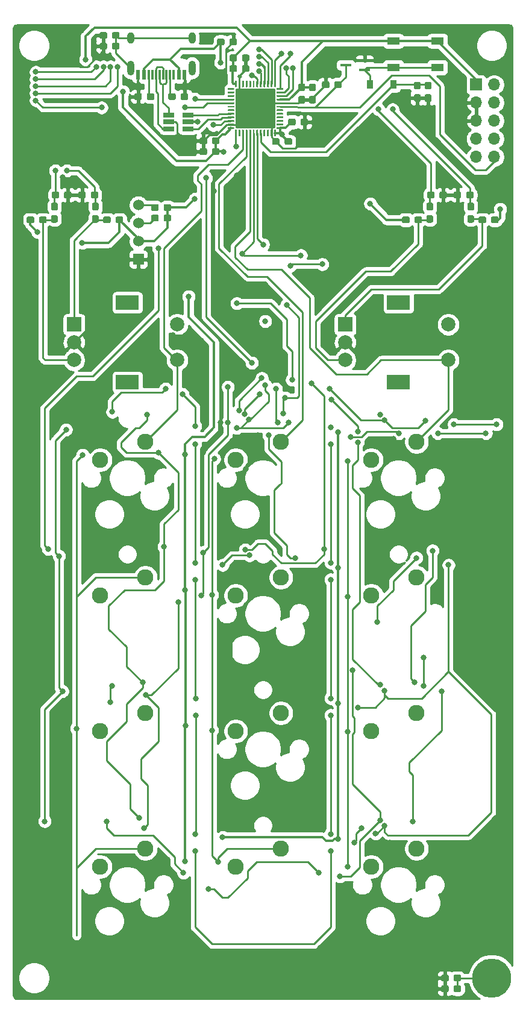
<source format=gbr>
G04 #@! TF.GenerationSoftware,KiCad,Pcbnew,(5.1.5)-3*
G04 #@! TF.CreationDate,2020-11-15T12:52:39-05:00*
G04 #@! TF.ProjectId,MgBoard,4d67426f-6172-4642-9e6b-696361645f70,rev?*
G04 #@! TF.SameCoordinates,PX39a64d0PYa4983b0*
G04 #@! TF.FileFunction,Copper,L1,Top*
G04 #@! TF.FilePolarity,Positive*
%FSLAX46Y46*%
G04 Gerber Fmt 4.6, Leading zero omitted, Abs format (unit mm)*
G04 Created by KiCad (PCBNEW (5.1.5)-3) date 2020-11-15 12:52:39*
%MOMM*%
%LPD*%
G04 APERTURE LIST*
%ADD10C,2.000000*%
%ADD11R,3.200000X2.000000*%
%ADD12R,2.000000X2.000000*%
%ADD13R,1.524000X1.524000*%
%ADD14C,1.524000*%
%ADD15C,0.100000*%
%ADD16R,1.560000X0.650000*%
%ADD17R,1.800000X1.100000*%
%ADD18R,1.500000X0.450000*%
%ADD19C,2.286000*%
%ADD20R,1.700000X1.700000*%
%ADD21O,1.700000X1.700000*%
%ADD22O,1.000000X1.600000*%
%ADD23O,1.000000X2.100000*%
%ADD24R,0.300000X1.450000*%
%ADD25R,0.600000X1.450000*%
%ADD26C,5.500000*%
%ADD27R,0.900000X1.200000*%
%ADD28C,0.800000*%
%ADD29C,0.250000*%
%ADD30C,0.375000*%
%ADD31C,0.254000*%
G04 APERTURE END LIST*
D10*
X61769700Y90364640D03*
X61769700Y95364640D03*
D11*
X54769700Y87264640D03*
X54769700Y98464640D03*
D10*
X47269700Y90364640D03*
X47269700Y92864640D03*
D12*
X47269700Y95364640D03*
D13*
X18219620Y104532830D03*
D14*
X18219620Y107072830D03*
X18219620Y109612830D03*
X18219620Y112152830D03*
G04 #@! TA.AperFunction,SMDPad,CuDef*
D15*
G36*
X37487366Y122714659D02*
G01*
X37493433Y122713759D01*
X37499383Y122712269D01*
X37505158Y122710202D01*
X37510702Y122707580D01*
X37515963Y122704427D01*
X37520890Y122700773D01*
X37525434Y122696654D01*
X37529553Y122692110D01*
X37533207Y122687183D01*
X37536360Y122681922D01*
X37538982Y122676378D01*
X37541049Y122670603D01*
X37542539Y122664653D01*
X37543439Y122658586D01*
X37543740Y122652460D01*
X37543740Y121902460D01*
X37543439Y121896334D01*
X37542539Y121890267D01*
X37541049Y121884317D01*
X37538982Y121878542D01*
X37536360Y121872998D01*
X37533207Y121867737D01*
X37529553Y121862810D01*
X37525434Y121858266D01*
X37520890Y121854147D01*
X37515963Y121850493D01*
X37510702Y121847340D01*
X37505158Y121844718D01*
X37499383Y121842651D01*
X37493433Y121841161D01*
X37487366Y121840261D01*
X37481240Y121839960D01*
X37356240Y121839960D01*
X37350114Y121840261D01*
X37344047Y121841161D01*
X37338097Y121842651D01*
X37332322Y121844718D01*
X37326778Y121847340D01*
X37321517Y121850493D01*
X37316590Y121854147D01*
X37312046Y121858266D01*
X37307927Y121862810D01*
X37304273Y121867737D01*
X37301120Y121872998D01*
X37298498Y121878542D01*
X37296431Y121884317D01*
X37294941Y121890267D01*
X37294041Y121896334D01*
X37293740Y121902460D01*
X37293740Y122652460D01*
X37294041Y122658586D01*
X37294941Y122664653D01*
X37296431Y122670603D01*
X37298498Y122676378D01*
X37301120Y122681922D01*
X37304273Y122687183D01*
X37307927Y122692110D01*
X37312046Y122696654D01*
X37316590Y122700773D01*
X37321517Y122704427D01*
X37326778Y122707580D01*
X37332322Y122710202D01*
X37338097Y122712269D01*
X37344047Y122713759D01*
X37350114Y122714659D01*
X37356240Y122714960D01*
X37481240Y122714960D01*
X37487366Y122714659D01*
G37*
G04 #@! TD.AperFunction*
G04 #@! TA.AperFunction,SMDPad,CuDef*
G36*
X36987366Y122714659D02*
G01*
X36993433Y122713759D01*
X36999383Y122712269D01*
X37005158Y122710202D01*
X37010702Y122707580D01*
X37015963Y122704427D01*
X37020890Y122700773D01*
X37025434Y122696654D01*
X37029553Y122692110D01*
X37033207Y122687183D01*
X37036360Y122681922D01*
X37038982Y122676378D01*
X37041049Y122670603D01*
X37042539Y122664653D01*
X37043439Y122658586D01*
X37043740Y122652460D01*
X37043740Y121902460D01*
X37043439Y121896334D01*
X37042539Y121890267D01*
X37041049Y121884317D01*
X37038982Y121878542D01*
X37036360Y121872998D01*
X37033207Y121867737D01*
X37029553Y121862810D01*
X37025434Y121858266D01*
X37020890Y121854147D01*
X37015963Y121850493D01*
X37010702Y121847340D01*
X37005158Y121844718D01*
X36999383Y121842651D01*
X36993433Y121841161D01*
X36987366Y121840261D01*
X36981240Y121839960D01*
X36856240Y121839960D01*
X36850114Y121840261D01*
X36844047Y121841161D01*
X36838097Y121842651D01*
X36832322Y121844718D01*
X36826778Y121847340D01*
X36821517Y121850493D01*
X36816590Y121854147D01*
X36812046Y121858266D01*
X36807927Y121862810D01*
X36804273Y121867737D01*
X36801120Y121872998D01*
X36798498Y121878542D01*
X36796431Y121884317D01*
X36794941Y121890267D01*
X36794041Y121896334D01*
X36793740Y121902460D01*
X36793740Y122652460D01*
X36794041Y122658586D01*
X36794941Y122664653D01*
X36796431Y122670603D01*
X36798498Y122676378D01*
X36801120Y122681922D01*
X36804273Y122687183D01*
X36807927Y122692110D01*
X36812046Y122696654D01*
X36816590Y122700773D01*
X36821517Y122704427D01*
X36826778Y122707580D01*
X36832322Y122710202D01*
X36838097Y122712269D01*
X36844047Y122713759D01*
X36850114Y122714659D01*
X36856240Y122714960D01*
X36981240Y122714960D01*
X36987366Y122714659D01*
G37*
G04 #@! TD.AperFunction*
G04 #@! TA.AperFunction,SMDPad,CuDef*
G36*
X36487366Y122714659D02*
G01*
X36493433Y122713759D01*
X36499383Y122712269D01*
X36505158Y122710202D01*
X36510702Y122707580D01*
X36515963Y122704427D01*
X36520890Y122700773D01*
X36525434Y122696654D01*
X36529553Y122692110D01*
X36533207Y122687183D01*
X36536360Y122681922D01*
X36538982Y122676378D01*
X36541049Y122670603D01*
X36542539Y122664653D01*
X36543439Y122658586D01*
X36543740Y122652460D01*
X36543740Y121902460D01*
X36543439Y121896334D01*
X36542539Y121890267D01*
X36541049Y121884317D01*
X36538982Y121878542D01*
X36536360Y121872998D01*
X36533207Y121867737D01*
X36529553Y121862810D01*
X36525434Y121858266D01*
X36520890Y121854147D01*
X36515963Y121850493D01*
X36510702Y121847340D01*
X36505158Y121844718D01*
X36499383Y121842651D01*
X36493433Y121841161D01*
X36487366Y121840261D01*
X36481240Y121839960D01*
X36356240Y121839960D01*
X36350114Y121840261D01*
X36344047Y121841161D01*
X36338097Y121842651D01*
X36332322Y121844718D01*
X36326778Y121847340D01*
X36321517Y121850493D01*
X36316590Y121854147D01*
X36312046Y121858266D01*
X36307927Y121862810D01*
X36304273Y121867737D01*
X36301120Y121872998D01*
X36298498Y121878542D01*
X36296431Y121884317D01*
X36294941Y121890267D01*
X36294041Y121896334D01*
X36293740Y121902460D01*
X36293740Y122652460D01*
X36294041Y122658586D01*
X36294941Y122664653D01*
X36296431Y122670603D01*
X36298498Y122676378D01*
X36301120Y122681922D01*
X36304273Y122687183D01*
X36307927Y122692110D01*
X36312046Y122696654D01*
X36316590Y122700773D01*
X36321517Y122704427D01*
X36326778Y122707580D01*
X36332322Y122710202D01*
X36338097Y122712269D01*
X36344047Y122713759D01*
X36350114Y122714659D01*
X36356240Y122714960D01*
X36481240Y122714960D01*
X36487366Y122714659D01*
G37*
G04 #@! TD.AperFunction*
G04 #@! TA.AperFunction,SMDPad,CuDef*
G36*
X35987366Y122714659D02*
G01*
X35993433Y122713759D01*
X35999383Y122712269D01*
X36005158Y122710202D01*
X36010702Y122707580D01*
X36015963Y122704427D01*
X36020890Y122700773D01*
X36025434Y122696654D01*
X36029553Y122692110D01*
X36033207Y122687183D01*
X36036360Y122681922D01*
X36038982Y122676378D01*
X36041049Y122670603D01*
X36042539Y122664653D01*
X36043439Y122658586D01*
X36043740Y122652460D01*
X36043740Y121902460D01*
X36043439Y121896334D01*
X36042539Y121890267D01*
X36041049Y121884317D01*
X36038982Y121878542D01*
X36036360Y121872998D01*
X36033207Y121867737D01*
X36029553Y121862810D01*
X36025434Y121858266D01*
X36020890Y121854147D01*
X36015963Y121850493D01*
X36010702Y121847340D01*
X36005158Y121844718D01*
X35999383Y121842651D01*
X35993433Y121841161D01*
X35987366Y121840261D01*
X35981240Y121839960D01*
X35856240Y121839960D01*
X35850114Y121840261D01*
X35844047Y121841161D01*
X35838097Y121842651D01*
X35832322Y121844718D01*
X35826778Y121847340D01*
X35821517Y121850493D01*
X35816590Y121854147D01*
X35812046Y121858266D01*
X35807927Y121862810D01*
X35804273Y121867737D01*
X35801120Y121872998D01*
X35798498Y121878542D01*
X35796431Y121884317D01*
X35794941Y121890267D01*
X35794041Y121896334D01*
X35793740Y121902460D01*
X35793740Y122652460D01*
X35794041Y122658586D01*
X35794941Y122664653D01*
X35796431Y122670603D01*
X35798498Y122676378D01*
X35801120Y122681922D01*
X35804273Y122687183D01*
X35807927Y122692110D01*
X35812046Y122696654D01*
X35816590Y122700773D01*
X35821517Y122704427D01*
X35826778Y122707580D01*
X35832322Y122710202D01*
X35838097Y122712269D01*
X35844047Y122713759D01*
X35850114Y122714659D01*
X35856240Y122714960D01*
X35981240Y122714960D01*
X35987366Y122714659D01*
G37*
G04 #@! TD.AperFunction*
G04 #@! TA.AperFunction,SMDPad,CuDef*
G36*
X35487366Y122714659D02*
G01*
X35493433Y122713759D01*
X35499383Y122712269D01*
X35505158Y122710202D01*
X35510702Y122707580D01*
X35515963Y122704427D01*
X35520890Y122700773D01*
X35525434Y122696654D01*
X35529553Y122692110D01*
X35533207Y122687183D01*
X35536360Y122681922D01*
X35538982Y122676378D01*
X35541049Y122670603D01*
X35542539Y122664653D01*
X35543439Y122658586D01*
X35543740Y122652460D01*
X35543740Y121902460D01*
X35543439Y121896334D01*
X35542539Y121890267D01*
X35541049Y121884317D01*
X35538982Y121878542D01*
X35536360Y121872998D01*
X35533207Y121867737D01*
X35529553Y121862810D01*
X35525434Y121858266D01*
X35520890Y121854147D01*
X35515963Y121850493D01*
X35510702Y121847340D01*
X35505158Y121844718D01*
X35499383Y121842651D01*
X35493433Y121841161D01*
X35487366Y121840261D01*
X35481240Y121839960D01*
X35356240Y121839960D01*
X35350114Y121840261D01*
X35344047Y121841161D01*
X35338097Y121842651D01*
X35332322Y121844718D01*
X35326778Y121847340D01*
X35321517Y121850493D01*
X35316590Y121854147D01*
X35312046Y121858266D01*
X35307927Y121862810D01*
X35304273Y121867737D01*
X35301120Y121872998D01*
X35298498Y121878542D01*
X35296431Y121884317D01*
X35294941Y121890267D01*
X35294041Y121896334D01*
X35293740Y121902460D01*
X35293740Y122652460D01*
X35294041Y122658586D01*
X35294941Y122664653D01*
X35296431Y122670603D01*
X35298498Y122676378D01*
X35301120Y122681922D01*
X35304273Y122687183D01*
X35307927Y122692110D01*
X35312046Y122696654D01*
X35316590Y122700773D01*
X35321517Y122704427D01*
X35326778Y122707580D01*
X35332322Y122710202D01*
X35338097Y122712269D01*
X35344047Y122713759D01*
X35350114Y122714659D01*
X35356240Y122714960D01*
X35481240Y122714960D01*
X35487366Y122714659D01*
G37*
G04 #@! TD.AperFunction*
G04 #@! TA.AperFunction,SMDPad,CuDef*
G36*
X34987366Y122714659D02*
G01*
X34993433Y122713759D01*
X34999383Y122712269D01*
X35005158Y122710202D01*
X35010702Y122707580D01*
X35015963Y122704427D01*
X35020890Y122700773D01*
X35025434Y122696654D01*
X35029553Y122692110D01*
X35033207Y122687183D01*
X35036360Y122681922D01*
X35038982Y122676378D01*
X35041049Y122670603D01*
X35042539Y122664653D01*
X35043439Y122658586D01*
X35043740Y122652460D01*
X35043740Y121902460D01*
X35043439Y121896334D01*
X35042539Y121890267D01*
X35041049Y121884317D01*
X35038982Y121878542D01*
X35036360Y121872998D01*
X35033207Y121867737D01*
X35029553Y121862810D01*
X35025434Y121858266D01*
X35020890Y121854147D01*
X35015963Y121850493D01*
X35010702Y121847340D01*
X35005158Y121844718D01*
X34999383Y121842651D01*
X34993433Y121841161D01*
X34987366Y121840261D01*
X34981240Y121839960D01*
X34856240Y121839960D01*
X34850114Y121840261D01*
X34844047Y121841161D01*
X34838097Y121842651D01*
X34832322Y121844718D01*
X34826778Y121847340D01*
X34821517Y121850493D01*
X34816590Y121854147D01*
X34812046Y121858266D01*
X34807927Y121862810D01*
X34804273Y121867737D01*
X34801120Y121872998D01*
X34798498Y121878542D01*
X34796431Y121884317D01*
X34794941Y121890267D01*
X34794041Y121896334D01*
X34793740Y121902460D01*
X34793740Y122652460D01*
X34794041Y122658586D01*
X34794941Y122664653D01*
X34796431Y122670603D01*
X34798498Y122676378D01*
X34801120Y122681922D01*
X34804273Y122687183D01*
X34807927Y122692110D01*
X34812046Y122696654D01*
X34816590Y122700773D01*
X34821517Y122704427D01*
X34826778Y122707580D01*
X34832322Y122710202D01*
X34838097Y122712269D01*
X34844047Y122713759D01*
X34850114Y122714659D01*
X34856240Y122714960D01*
X34981240Y122714960D01*
X34987366Y122714659D01*
G37*
G04 #@! TD.AperFunction*
G04 #@! TA.AperFunction,SMDPad,CuDef*
G36*
X34487366Y122714659D02*
G01*
X34493433Y122713759D01*
X34499383Y122712269D01*
X34505158Y122710202D01*
X34510702Y122707580D01*
X34515963Y122704427D01*
X34520890Y122700773D01*
X34525434Y122696654D01*
X34529553Y122692110D01*
X34533207Y122687183D01*
X34536360Y122681922D01*
X34538982Y122676378D01*
X34541049Y122670603D01*
X34542539Y122664653D01*
X34543439Y122658586D01*
X34543740Y122652460D01*
X34543740Y121902460D01*
X34543439Y121896334D01*
X34542539Y121890267D01*
X34541049Y121884317D01*
X34538982Y121878542D01*
X34536360Y121872998D01*
X34533207Y121867737D01*
X34529553Y121862810D01*
X34525434Y121858266D01*
X34520890Y121854147D01*
X34515963Y121850493D01*
X34510702Y121847340D01*
X34505158Y121844718D01*
X34499383Y121842651D01*
X34493433Y121841161D01*
X34487366Y121840261D01*
X34481240Y121839960D01*
X34356240Y121839960D01*
X34350114Y121840261D01*
X34344047Y121841161D01*
X34338097Y121842651D01*
X34332322Y121844718D01*
X34326778Y121847340D01*
X34321517Y121850493D01*
X34316590Y121854147D01*
X34312046Y121858266D01*
X34307927Y121862810D01*
X34304273Y121867737D01*
X34301120Y121872998D01*
X34298498Y121878542D01*
X34296431Y121884317D01*
X34294941Y121890267D01*
X34294041Y121896334D01*
X34293740Y121902460D01*
X34293740Y122652460D01*
X34294041Y122658586D01*
X34294941Y122664653D01*
X34296431Y122670603D01*
X34298498Y122676378D01*
X34301120Y122681922D01*
X34304273Y122687183D01*
X34307927Y122692110D01*
X34312046Y122696654D01*
X34316590Y122700773D01*
X34321517Y122704427D01*
X34326778Y122707580D01*
X34332322Y122710202D01*
X34338097Y122712269D01*
X34344047Y122713759D01*
X34350114Y122714659D01*
X34356240Y122714960D01*
X34481240Y122714960D01*
X34487366Y122714659D01*
G37*
G04 #@! TD.AperFunction*
G04 #@! TA.AperFunction,SMDPad,CuDef*
G36*
X33987366Y122714659D02*
G01*
X33993433Y122713759D01*
X33999383Y122712269D01*
X34005158Y122710202D01*
X34010702Y122707580D01*
X34015963Y122704427D01*
X34020890Y122700773D01*
X34025434Y122696654D01*
X34029553Y122692110D01*
X34033207Y122687183D01*
X34036360Y122681922D01*
X34038982Y122676378D01*
X34041049Y122670603D01*
X34042539Y122664653D01*
X34043439Y122658586D01*
X34043740Y122652460D01*
X34043740Y121902460D01*
X34043439Y121896334D01*
X34042539Y121890267D01*
X34041049Y121884317D01*
X34038982Y121878542D01*
X34036360Y121872998D01*
X34033207Y121867737D01*
X34029553Y121862810D01*
X34025434Y121858266D01*
X34020890Y121854147D01*
X34015963Y121850493D01*
X34010702Y121847340D01*
X34005158Y121844718D01*
X33999383Y121842651D01*
X33993433Y121841161D01*
X33987366Y121840261D01*
X33981240Y121839960D01*
X33856240Y121839960D01*
X33850114Y121840261D01*
X33844047Y121841161D01*
X33838097Y121842651D01*
X33832322Y121844718D01*
X33826778Y121847340D01*
X33821517Y121850493D01*
X33816590Y121854147D01*
X33812046Y121858266D01*
X33807927Y121862810D01*
X33804273Y121867737D01*
X33801120Y121872998D01*
X33798498Y121878542D01*
X33796431Y121884317D01*
X33794941Y121890267D01*
X33794041Y121896334D01*
X33793740Y121902460D01*
X33793740Y122652460D01*
X33794041Y122658586D01*
X33794941Y122664653D01*
X33796431Y122670603D01*
X33798498Y122676378D01*
X33801120Y122681922D01*
X33804273Y122687183D01*
X33807927Y122692110D01*
X33812046Y122696654D01*
X33816590Y122700773D01*
X33821517Y122704427D01*
X33826778Y122707580D01*
X33832322Y122710202D01*
X33838097Y122712269D01*
X33844047Y122713759D01*
X33850114Y122714659D01*
X33856240Y122714960D01*
X33981240Y122714960D01*
X33987366Y122714659D01*
G37*
G04 #@! TD.AperFunction*
G04 #@! TA.AperFunction,SMDPad,CuDef*
G36*
X33487366Y122714659D02*
G01*
X33493433Y122713759D01*
X33499383Y122712269D01*
X33505158Y122710202D01*
X33510702Y122707580D01*
X33515963Y122704427D01*
X33520890Y122700773D01*
X33525434Y122696654D01*
X33529553Y122692110D01*
X33533207Y122687183D01*
X33536360Y122681922D01*
X33538982Y122676378D01*
X33541049Y122670603D01*
X33542539Y122664653D01*
X33543439Y122658586D01*
X33543740Y122652460D01*
X33543740Y121902460D01*
X33543439Y121896334D01*
X33542539Y121890267D01*
X33541049Y121884317D01*
X33538982Y121878542D01*
X33536360Y121872998D01*
X33533207Y121867737D01*
X33529553Y121862810D01*
X33525434Y121858266D01*
X33520890Y121854147D01*
X33515963Y121850493D01*
X33510702Y121847340D01*
X33505158Y121844718D01*
X33499383Y121842651D01*
X33493433Y121841161D01*
X33487366Y121840261D01*
X33481240Y121839960D01*
X33356240Y121839960D01*
X33350114Y121840261D01*
X33344047Y121841161D01*
X33338097Y121842651D01*
X33332322Y121844718D01*
X33326778Y121847340D01*
X33321517Y121850493D01*
X33316590Y121854147D01*
X33312046Y121858266D01*
X33307927Y121862810D01*
X33304273Y121867737D01*
X33301120Y121872998D01*
X33298498Y121878542D01*
X33296431Y121884317D01*
X33294941Y121890267D01*
X33294041Y121896334D01*
X33293740Y121902460D01*
X33293740Y122652460D01*
X33294041Y122658586D01*
X33294941Y122664653D01*
X33296431Y122670603D01*
X33298498Y122676378D01*
X33301120Y122681922D01*
X33304273Y122687183D01*
X33307927Y122692110D01*
X33312046Y122696654D01*
X33316590Y122700773D01*
X33321517Y122704427D01*
X33326778Y122707580D01*
X33332322Y122710202D01*
X33338097Y122712269D01*
X33344047Y122713759D01*
X33350114Y122714659D01*
X33356240Y122714960D01*
X33481240Y122714960D01*
X33487366Y122714659D01*
G37*
G04 #@! TD.AperFunction*
G04 #@! TA.AperFunction,SMDPad,CuDef*
G36*
X32987366Y122714659D02*
G01*
X32993433Y122713759D01*
X32999383Y122712269D01*
X33005158Y122710202D01*
X33010702Y122707580D01*
X33015963Y122704427D01*
X33020890Y122700773D01*
X33025434Y122696654D01*
X33029553Y122692110D01*
X33033207Y122687183D01*
X33036360Y122681922D01*
X33038982Y122676378D01*
X33041049Y122670603D01*
X33042539Y122664653D01*
X33043439Y122658586D01*
X33043740Y122652460D01*
X33043740Y121902460D01*
X33043439Y121896334D01*
X33042539Y121890267D01*
X33041049Y121884317D01*
X33038982Y121878542D01*
X33036360Y121872998D01*
X33033207Y121867737D01*
X33029553Y121862810D01*
X33025434Y121858266D01*
X33020890Y121854147D01*
X33015963Y121850493D01*
X33010702Y121847340D01*
X33005158Y121844718D01*
X32999383Y121842651D01*
X32993433Y121841161D01*
X32987366Y121840261D01*
X32981240Y121839960D01*
X32856240Y121839960D01*
X32850114Y121840261D01*
X32844047Y121841161D01*
X32838097Y121842651D01*
X32832322Y121844718D01*
X32826778Y121847340D01*
X32821517Y121850493D01*
X32816590Y121854147D01*
X32812046Y121858266D01*
X32807927Y121862810D01*
X32804273Y121867737D01*
X32801120Y121872998D01*
X32798498Y121878542D01*
X32796431Y121884317D01*
X32794941Y121890267D01*
X32794041Y121896334D01*
X32793740Y121902460D01*
X32793740Y122652460D01*
X32794041Y122658586D01*
X32794941Y122664653D01*
X32796431Y122670603D01*
X32798498Y122676378D01*
X32801120Y122681922D01*
X32804273Y122687183D01*
X32807927Y122692110D01*
X32812046Y122696654D01*
X32816590Y122700773D01*
X32821517Y122704427D01*
X32826778Y122707580D01*
X32832322Y122710202D01*
X32838097Y122712269D01*
X32844047Y122713759D01*
X32850114Y122714659D01*
X32856240Y122714960D01*
X32981240Y122714960D01*
X32987366Y122714659D01*
G37*
G04 #@! TD.AperFunction*
G04 #@! TA.AperFunction,SMDPad,CuDef*
G36*
X32487366Y122714659D02*
G01*
X32493433Y122713759D01*
X32499383Y122712269D01*
X32505158Y122710202D01*
X32510702Y122707580D01*
X32515963Y122704427D01*
X32520890Y122700773D01*
X32525434Y122696654D01*
X32529553Y122692110D01*
X32533207Y122687183D01*
X32536360Y122681922D01*
X32538982Y122676378D01*
X32541049Y122670603D01*
X32542539Y122664653D01*
X32543439Y122658586D01*
X32543740Y122652460D01*
X32543740Y121902460D01*
X32543439Y121896334D01*
X32542539Y121890267D01*
X32541049Y121884317D01*
X32538982Y121878542D01*
X32536360Y121872998D01*
X32533207Y121867737D01*
X32529553Y121862810D01*
X32525434Y121858266D01*
X32520890Y121854147D01*
X32515963Y121850493D01*
X32510702Y121847340D01*
X32505158Y121844718D01*
X32499383Y121842651D01*
X32493433Y121841161D01*
X32487366Y121840261D01*
X32481240Y121839960D01*
X32356240Y121839960D01*
X32350114Y121840261D01*
X32344047Y121841161D01*
X32338097Y121842651D01*
X32332322Y121844718D01*
X32326778Y121847340D01*
X32321517Y121850493D01*
X32316590Y121854147D01*
X32312046Y121858266D01*
X32307927Y121862810D01*
X32304273Y121867737D01*
X32301120Y121872998D01*
X32298498Y121878542D01*
X32296431Y121884317D01*
X32294941Y121890267D01*
X32294041Y121896334D01*
X32293740Y121902460D01*
X32293740Y122652460D01*
X32294041Y122658586D01*
X32294941Y122664653D01*
X32296431Y122670603D01*
X32298498Y122676378D01*
X32301120Y122681922D01*
X32304273Y122687183D01*
X32307927Y122692110D01*
X32312046Y122696654D01*
X32316590Y122700773D01*
X32321517Y122704427D01*
X32326778Y122707580D01*
X32332322Y122710202D01*
X32338097Y122712269D01*
X32344047Y122713759D01*
X32350114Y122714659D01*
X32356240Y122714960D01*
X32481240Y122714960D01*
X32487366Y122714659D01*
G37*
G04 #@! TD.AperFunction*
G04 #@! TA.AperFunction,SMDPad,CuDef*
G36*
X31987366Y122714659D02*
G01*
X31993433Y122713759D01*
X31999383Y122712269D01*
X32005158Y122710202D01*
X32010702Y122707580D01*
X32015963Y122704427D01*
X32020890Y122700773D01*
X32025434Y122696654D01*
X32029553Y122692110D01*
X32033207Y122687183D01*
X32036360Y122681922D01*
X32038982Y122676378D01*
X32041049Y122670603D01*
X32042539Y122664653D01*
X32043439Y122658586D01*
X32043740Y122652460D01*
X32043740Y121902460D01*
X32043439Y121896334D01*
X32042539Y121890267D01*
X32041049Y121884317D01*
X32038982Y121878542D01*
X32036360Y121872998D01*
X32033207Y121867737D01*
X32029553Y121862810D01*
X32025434Y121858266D01*
X32020890Y121854147D01*
X32015963Y121850493D01*
X32010702Y121847340D01*
X32005158Y121844718D01*
X31999383Y121842651D01*
X31993433Y121841161D01*
X31987366Y121840261D01*
X31981240Y121839960D01*
X31856240Y121839960D01*
X31850114Y121840261D01*
X31844047Y121841161D01*
X31838097Y121842651D01*
X31832322Y121844718D01*
X31826778Y121847340D01*
X31821517Y121850493D01*
X31816590Y121854147D01*
X31812046Y121858266D01*
X31807927Y121862810D01*
X31804273Y121867737D01*
X31801120Y121872998D01*
X31798498Y121878542D01*
X31796431Y121884317D01*
X31794941Y121890267D01*
X31794041Y121896334D01*
X31793740Y121902460D01*
X31793740Y122652460D01*
X31794041Y122658586D01*
X31794941Y122664653D01*
X31796431Y122670603D01*
X31798498Y122676378D01*
X31801120Y122681922D01*
X31804273Y122687183D01*
X31807927Y122692110D01*
X31812046Y122696654D01*
X31816590Y122700773D01*
X31821517Y122704427D01*
X31826778Y122707580D01*
X31832322Y122710202D01*
X31838097Y122712269D01*
X31844047Y122713759D01*
X31850114Y122714659D01*
X31856240Y122714960D01*
X31981240Y122714960D01*
X31987366Y122714659D01*
G37*
G04 #@! TD.AperFunction*
G04 #@! TA.AperFunction,SMDPad,CuDef*
G36*
X31612366Y123089659D02*
G01*
X31618433Y123088759D01*
X31624383Y123087269D01*
X31630158Y123085202D01*
X31635702Y123082580D01*
X31640963Y123079427D01*
X31645890Y123075773D01*
X31650434Y123071654D01*
X31654553Y123067110D01*
X31658207Y123062183D01*
X31661360Y123056922D01*
X31663982Y123051378D01*
X31666049Y123045603D01*
X31667539Y123039653D01*
X31668439Y123033586D01*
X31668740Y123027460D01*
X31668740Y122902460D01*
X31668439Y122896334D01*
X31667539Y122890267D01*
X31666049Y122884317D01*
X31663982Y122878542D01*
X31661360Y122872998D01*
X31658207Y122867737D01*
X31654553Y122862810D01*
X31650434Y122858266D01*
X31645890Y122854147D01*
X31640963Y122850493D01*
X31635702Y122847340D01*
X31630158Y122844718D01*
X31624383Y122842651D01*
X31618433Y122841161D01*
X31612366Y122840261D01*
X31606240Y122839960D01*
X30856240Y122839960D01*
X30850114Y122840261D01*
X30844047Y122841161D01*
X30838097Y122842651D01*
X30832322Y122844718D01*
X30826778Y122847340D01*
X30821517Y122850493D01*
X30816590Y122854147D01*
X30812046Y122858266D01*
X30807927Y122862810D01*
X30804273Y122867737D01*
X30801120Y122872998D01*
X30798498Y122878542D01*
X30796431Y122884317D01*
X30794941Y122890267D01*
X30794041Y122896334D01*
X30793740Y122902460D01*
X30793740Y123027460D01*
X30794041Y123033586D01*
X30794941Y123039653D01*
X30796431Y123045603D01*
X30798498Y123051378D01*
X30801120Y123056922D01*
X30804273Y123062183D01*
X30807927Y123067110D01*
X30812046Y123071654D01*
X30816590Y123075773D01*
X30821517Y123079427D01*
X30826778Y123082580D01*
X30832322Y123085202D01*
X30838097Y123087269D01*
X30844047Y123088759D01*
X30850114Y123089659D01*
X30856240Y123089960D01*
X31606240Y123089960D01*
X31612366Y123089659D01*
G37*
G04 #@! TD.AperFunction*
G04 #@! TA.AperFunction,SMDPad,CuDef*
G36*
X31612366Y123589659D02*
G01*
X31618433Y123588759D01*
X31624383Y123587269D01*
X31630158Y123585202D01*
X31635702Y123582580D01*
X31640963Y123579427D01*
X31645890Y123575773D01*
X31650434Y123571654D01*
X31654553Y123567110D01*
X31658207Y123562183D01*
X31661360Y123556922D01*
X31663982Y123551378D01*
X31666049Y123545603D01*
X31667539Y123539653D01*
X31668439Y123533586D01*
X31668740Y123527460D01*
X31668740Y123402460D01*
X31668439Y123396334D01*
X31667539Y123390267D01*
X31666049Y123384317D01*
X31663982Y123378542D01*
X31661360Y123372998D01*
X31658207Y123367737D01*
X31654553Y123362810D01*
X31650434Y123358266D01*
X31645890Y123354147D01*
X31640963Y123350493D01*
X31635702Y123347340D01*
X31630158Y123344718D01*
X31624383Y123342651D01*
X31618433Y123341161D01*
X31612366Y123340261D01*
X31606240Y123339960D01*
X30856240Y123339960D01*
X30850114Y123340261D01*
X30844047Y123341161D01*
X30838097Y123342651D01*
X30832322Y123344718D01*
X30826778Y123347340D01*
X30821517Y123350493D01*
X30816590Y123354147D01*
X30812046Y123358266D01*
X30807927Y123362810D01*
X30804273Y123367737D01*
X30801120Y123372998D01*
X30798498Y123378542D01*
X30796431Y123384317D01*
X30794941Y123390267D01*
X30794041Y123396334D01*
X30793740Y123402460D01*
X30793740Y123527460D01*
X30794041Y123533586D01*
X30794941Y123539653D01*
X30796431Y123545603D01*
X30798498Y123551378D01*
X30801120Y123556922D01*
X30804273Y123562183D01*
X30807927Y123567110D01*
X30812046Y123571654D01*
X30816590Y123575773D01*
X30821517Y123579427D01*
X30826778Y123582580D01*
X30832322Y123585202D01*
X30838097Y123587269D01*
X30844047Y123588759D01*
X30850114Y123589659D01*
X30856240Y123589960D01*
X31606240Y123589960D01*
X31612366Y123589659D01*
G37*
G04 #@! TD.AperFunction*
G04 #@! TA.AperFunction,SMDPad,CuDef*
G36*
X31612366Y124089659D02*
G01*
X31618433Y124088759D01*
X31624383Y124087269D01*
X31630158Y124085202D01*
X31635702Y124082580D01*
X31640963Y124079427D01*
X31645890Y124075773D01*
X31650434Y124071654D01*
X31654553Y124067110D01*
X31658207Y124062183D01*
X31661360Y124056922D01*
X31663982Y124051378D01*
X31666049Y124045603D01*
X31667539Y124039653D01*
X31668439Y124033586D01*
X31668740Y124027460D01*
X31668740Y123902460D01*
X31668439Y123896334D01*
X31667539Y123890267D01*
X31666049Y123884317D01*
X31663982Y123878542D01*
X31661360Y123872998D01*
X31658207Y123867737D01*
X31654553Y123862810D01*
X31650434Y123858266D01*
X31645890Y123854147D01*
X31640963Y123850493D01*
X31635702Y123847340D01*
X31630158Y123844718D01*
X31624383Y123842651D01*
X31618433Y123841161D01*
X31612366Y123840261D01*
X31606240Y123839960D01*
X30856240Y123839960D01*
X30850114Y123840261D01*
X30844047Y123841161D01*
X30838097Y123842651D01*
X30832322Y123844718D01*
X30826778Y123847340D01*
X30821517Y123850493D01*
X30816590Y123854147D01*
X30812046Y123858266D01*
X30807927Y123862810D01*
X30804273Y123867737D01*
X30801120Y123872998D01*
X30798498Y123878542D01*
X30796431Y123884317D01*
X30794941Y123890267D01*
X30794041Y123896334D01*
X30793740Y123902460D01*
X30793740Y124027460D01*
X30794041Y124033586D01*
X30794941Y124039653D01*
X30796431Y124045603D01*
X30798498Y124051378D01*
X30801120Y124056922D01*
X30804273Y124062183D01*
X30807927Y124067110D01*
X30812046Y124071654D01*
X30816590Y124075773D01*
X30821517Y124079427D01*
X30826778Y124082580D01*
X30832322Y124085202D01*
X30838097Y124087269D01*
X30844047Y124088759D01*
X30850114Y124089659D01*
X30856240Y124089960D01*
X31606240Y124089960D01*
X31612366Y124089659D01*
G37*
G04 #@! TD.AperFunction*
G04 #@! TA.AperFunction,SMDPad,CuDef*
G36*
X31612366Y124589659D02*
G01*
X31618433Y124588759D01*
X31624383Y124587269D01*
X31630158Y124585202D01*
X31635702Y124582580D01*
X31640963Y124579427D01*
X31645890Y124575773D01*
X31650434Y124571654D01*
X31654553Y124567110D01*
X31658207Y124562183D01*
X31661360Y124556922D01*
X31663982Y124551378D01*
X31666049Y124545603D01*
X31667539Y124539653D01*
X31668439Y124533586D01*
X31668740Y124527460D01*
X31668740Y124402460D01*
X31668439Y124396334D01*
X31667539Y124390267D01*
X31666049Y124384317D01*
X31663982Y124378542D01*
X31661360Y124372998D01*
X31658207Y124367737D01*
X31654553Y124362810D01*
X31650434Y124358266D01*
X31645890Y124354147D01*
X31640963Y124350493D01*
X31635702Y124347340D01*
X31630158Y124344718D01*
X31624383Y124342651D01*
X31618433Y124341161D01*
X31612366Y124340261D01*
X31606240Y124339960D01*
X30856240Y124339960D01*
X30850114Y124340261D01*
X30844047Y124341161D01*
X30838097Y124342651D01*
X30832322Y124344718D01*
X30826778Y124347340D01*
X30821517Y124350493D01*
X30816590Y124354147D01*
X30812046Y124358266D01*
X30807927Y124362810D01*
X30804273Y124367737D01*
X30801120Y124372998D01*
X30798498Y124378542D01*
X30796431Y124384317D01*
X30794941Y124390267D01*
X30794041Y124396334D01*
X30793740Y124402460D01*
X30793740Y124527460D01*
X30794041Y124533586D01*
X30794941Y124539653D01*
X30796431Y124545603D01*
X30798498Y124551378D01*
X30801120Y124556922D01*
X30804273Y124562183D01*
X30807927Y124567110D01*
X30812046Y124571654D01*
X30816590Y124575773D01*
X30821517Y124579427D01*
X30826778Y124582580D01*
X30832322Y124585202D01*
X30838097Y124587269D01*
X30844047Y124588759D01*
X30850114Y124589659D01*
X30856240Y124589960D01*
X31606240Y124589960D01*
X31612366Y124589659D01*
G37*
G04 #@! TD.AperFunction*
G04 #@! TA.AperFunction,SMDPad,CuDef*
G36*
X31612366Y125089659D02*
G01*
X31618433Y125088759D01*
X31624383Y125087269D01*
X31630158Y125085202D01*
X31635702Y125082580D01*
X31640963Y125079427D01*
X31645890Y125075773D01*
X31650434Y125071654D01*
X31654553Y125067110D01*
X31658207Y125062183D01*
X31661360Y125056922D01*
X31663982Y125051378D01*
X31666049Y125045603D01*
X31667539Y125039653D01*
X31668439Y125033586D01*
X31668740Y125027460D01*
X31668740Y124902460D01*
X31668439Y124896334D01*
X31667539Y124890267D01*
X31666049Y124884317D01*
X31663982Y124878542D01*
X31661360Y124872998D01*
X31658207Y124867737D01*
X31654553Y124862810D01*
X31650434Y124858266D01*
X31645890Y124854147D01*
X31640963Y124850493D01*
X31635702Y124847340D01*
X31630158Y124844718D01*
X31624383Y124842651D01*
X31618433Y124841161D01*
X31612366Y124840261D01*
X31606240Y124839960D01*
X30856240Y124839960D01*
X30850114Y124840261D01*
X30844047Y124841161D01*
X30838097Y124842651D01*
X30832322Y124844718D01*
X30826778Y124847340D01*
X30821517Y124850493D01*
X30816590Y124854147D01*
X30812046Y124858266D01*
X30807927Y124862810D01*
X30804273Y124867737D01*
X30801120Y124872998D01*
X30798498Y124878542D01*
X30796431Y124884317D01*
X30794941Y124890267D01*
X30794041Y124896334D01*
X30793740Y124902460D01*
X30793740Y125027460D01*
X30794041Y125033586D01*
X30794941Y125039653D01*
X30796431Y125045603D01*
X30798498Y125051378D01*
X30801120Y125056922D01*
X30804273Y125062183D01*
X30807927Y125067110D01*
X30812046Y125071654D01*
X30816590Y125075773D01*
X30821517Y125079427D01*
X30826778Y125082580D01*
X30832322Y125085202D01*
X30838097Y125087269D01*
X30844047Y125088759D01*
X30850114Y125089659D01*
X30856240Y125089960D01*
X31606240Y125089960D01*
X31612366Y125089659D01*
G37*
G04 #@! TD.AperFunction*
G04 #@! TA.AperFunction,SMDPad,CuDef*
G36*
X31612366Y125589659D02*
G01*
X31618433Y125588759D01*
X31624383Y125587269D01*
X31630158Y125585202D01*
X31635702Y125582580D01*
X31640963Y125579427D01*
X31645890Y125575773D01*
X31650434Y125571654D01*
X31654553Y125567110D01*
X31658207Y125562183D01*
X31661360Y125556922D01*
X31663982Y125551378D01*
X31666049Y125545603D01*
X31667539Y125539653D01*
X31668439Y125533586D01*
X31668740Y125527460D01*
X31668740Y125402460D01*
X31668439Y125396334D01*
X31667539Y125390267D01*
X31666049Y125384317D01*
X31663982Y125378542D01*
X31661360Y125372998D01*
X31658207Y125367737D01*
X31654553Y125362810D01*
X31650434Y125358266D01*
X31645890Y125354147D01*
X31640963Y125350493D01*
X31635702Y125347340D01*
X31630158Y125344718D01*
X31624383Y125342651D01*
X31618433Y125341161D01*
X31612366Y125340261D01*
X31606240Y125339960D01*
X30856240Y125339960D01*
X30850114Y125340261D01*
X30844047Y125341161D01*
X30838097Y125342651D01*
X30832322Y125344718D01*
X30826778Y125347340D01*
X30821517Y125350493D01*
X30816590Y125354147D01*
X30812046Y125358266D01*
X30807927Y125362810D01*
X30804273Y125367737D01*
X30801120Y125372998D01*
X30798498Y125378542D01*
X30796431Y125384317D01*
X30794941Y125390267D01*
X30794041Y125396334D01*
X30793740Y125402460D01*
X30793740Y125527460D01*
X30794041Y125533586D01*
X30794941Y125539653D01*
X30796431Y125545603D01*
X30798498Y125551378D01*
X30801120Y125556922D01*
X30804273Y125562183D01*
X30807927Y125567110D01*
X30812046Y125571654D01*
X30816590Y125575773D01*
X30821517Y125579427D01*
X30826778Y125582580D01*
X30832322Y125585202D01*
X30838097Y125587269D01*
X30844047Y125588759D01*
X30850114Y125589659D01*
X30856240Y125589960D01*
X31606240Y125589960D01*
X31612366Y125589659D01*
G37*
G04 #@! TD.AperFunction*
G04 #@! TA.AperFunction,SMDPad,CuDef*
G36*
X31612366Y126089659D02*
G01*
X31618433Y126088759D01*
X31624383Y126087269D01*
X31630158Y126085202D01*
X31635702Y126082580D01*
X31640963Y126079427D01*
X31645890Y126075773D01*
X31650434Y126071654D01*
X31654553Y126067110D01*
X31658207Y126062183D01*
X31661360Y126056922D01*
X31663982Y126051378D01*
X31666049Y126045603D01*
X31667539Y126039653D01*
X31668439Y126033586D01*
X31668740Y126027460D01*
X31668740Y125902460D01*
X31668439Y125896334D01*
X31667539Y125890267D01*
X31666049Y125884317D01*
X31663982Y125878542D01*
X31661360Y125872998D01*
X31658207Y125867737D01*
X31654553Y125862810D01*
X31650434Y125858266D01*
X31645890Y125854147D01*
X31640963Y125850493D01*
X31635702Y125847340D01*
X31630158Y125844718D01*
X31624383Y125842651D01*
X31618433Y125841161D01*
X31612366Y125840261D01*
X31606240Y125839960D01*
X30856240Y125839960D01*
X30850114Y125840261D01*
X30844047Y125841161D01*
X30838097Y125842651D01*
X30832322Y125844718D01*
X30826778Y125847340D01*
X30821517Y125850493D01*
X30816590Y125854147D01*
X30812046Y125858266D01*
X30807927Y125862810D01*
X30804273Y125867737D01*
X30801120Y125872998D01*
X30798498Y125878542D01*
X30796431Y125884317D01*
X30794941Y125890267D01*
X30794041Y125896334D01*
X30793740Y125902460D01*
X30793740Y126027460D01*
X30794041Y126033586D01*
X30794941Y126039653D01*
X30796431Y126045603D01*
X30798498Y126051378D01*
X30801120Y126056922D01*
X30804273Y126062183D01*
X30807927Y126067110D01*
X30812046Y126071654D01*
X30816590Y126075773D01*
X30821517Y126079427D01*
X30826778Y126082580D01*
X30832322Y126085202D01*
X30838097Y126087269D01*
X30844047Y126088759D01*
X30850114Y126089659D01*
X30856240Y126089960D01*
X31606240Y126089960D01*
X31612366Y126089659D01*
G37*
G04 #@! TD.AperFunction*
G04 #@! TA.AperFunction,SMDPad,CuDef*
G36*
X31612366Y126589659D02*
G01*
X31618433Y126588759D01*
X31624383Y126587269D01*
X31630158Y126585202D01*
X31635702Y126582580D01*
X31640963Y126579427D01*
X31645890Y126575773D01*
X31650434Y126571654D01*
X31654553Y126567110D01*
X31658207Y126562183D01*
X31661360Y126556922D01*
X31663982Y126551378D01*
X31666049Y126545603D01*
X31667539Y126539653D01*
X31668439Y126533586D01*
X31668740Y126527460D01*
X31668740Y126402460D01*
X31668439Y126396334D01*
X31667539Y126390267D01*
X31666049Y126384317D01*
X31663982Y126378542D01*
X31661360Y126372998D01*
X31658207Y126367737D01*
X31654553Y126362810D01*
X31650434Y126358266D01*
X31645890Y126354147D01*
X31640963Y126350493D01*
X31635702Y126347340D01*
X31630158Y126344718D01*
X31624383Y126342651D01*
X31618433Y126341161D01*
X31612366Y126340261D01*
X31606240Y126339960D01*
X30856240Y126339960D01*
X30850114Y126340261D01*
X30844047Y126341161D01*
X30838097Y126342651D01*
X30832322Y126344718D01*
X30826778Y126347340D01*
X30821517Y126350493D01*
X30816590Y126354147D01*
X30812046Y126358266D01*
X30807927Y126362810D01*
X30804273Y126367737D01*
X30801120Y126372998D01*
X30798498Y126378542D01*
X30796431Y126384317D01*
X30794941Y126390267D01*
X30794041Y126396334D01*
X30793740Y126402460D01*
X30793740Y126527460D01*
X30794041Y126533586D01*
X30794941Y126539653D01*
X30796431Y126545603D01*
X30798498Y126551378D01*
X30801120Y126556922D01*
X30804273Y126562183D01*
X30807927Y126567110D01*
X30812046Y126571654D01*
X30816590Y126575773D01*
X30821517Y126579427D01*
X30826778Y126582580D01*
X30832322Y126585202D01*
X30838097Y126587269D01*
X30844047Y126588759D01*
X30850114Y126589659D01*
X30856240Y126589960D01*
X31606240Y126589960D01*
X31612366Y126589659D01*
G37*
G04 #@! TD.AperFunction*
G04 #@! TA.AperFunction,SMDPad,CuDef*
G36*
X31612366Y127089659D02*
G01*
X31618433Y127088759D01*
X31624383Y127087269D01*
X31630158Y127085202D01*
X31635702Y127082580D01*
X31640963Y127079427D01*
X31645890Y127075773D01*
X31650434Y127071654D01*
X31654553Y127067110D01*
X31658207Y127062183D01*
X31661360Y127056922D01*
X31663982Y127051378D01*
X31666049Y127045603D01*
X31667539Y127039653D01*
X31668439Y127033586D01*
X31668740Y127027460D01*
X31668740Y126902460D01*
X31668439Y126896334D01*
X31667539Y126890267D01*
X31666049Y126884317D01*
X31663982Y126878542D01*
X31661360Y126872998D01*
X31658207Y126867737D01*
X31654553Y126862810D01*
X31650434Y126858266D01*
X31645890Y126854147D01*
X31640963Y126850493D01*
X31635702Y126847340D01*
X31630158Y126844718D01*
X31624383Y126842651D01*
X31618433Y126841161D01*
X31612366Y126840261D01*
X31606240Y126839960D01*
X30856240Y126839960D01*
X30850114Y126840261D01*
X30844047Y126841161D01*
X30838097Y126842651D01*
X30832322Y126844718D01*
X30826778Y126847340D01*
X30821517Y126850493D01*
X30816590Y126854147D01*
X30812046Y126858266D01*
X30807927Y126862810D01*
X30804273Y126867737D01*
X30801120Y126872998D01*
X30798498Y126878542D01*
X30796431Y126884317D01*
X30794941Y126890267D01*
X30794041Y126896334D01*
X30793740Y126902460D01*
X30793740Y127027460D01*
X30794041Y127033586D01*
X30794941Y127039653D01*
X30796431Y127045603D01*
X30798498Y127051378D01*
X30801120Y127056922D01*
X30804273Y127062183D01*
X30807927Y127067110D01*
X30812046Y127071654D01*
X30816590Y127075773D01*
X30821517Y127079427D01*
X30826778Y127082580D01*
X30832322Y127085202D01*
X30838097Y127087269D01*
X30844047Y127088759D01*
X30850114Y127089659D01*
X30856240Y127089960D01*
X31606240Y127089960D01*
X31612366Y127089659D01*
G37*
G04 #@! TD.AperFunction*
G04 #@! TA.AperFunction,SMDPad,CuDef*
G36*
X31612366Y127589659D02*
G01*
X31618433Y127588759D01*
X31624383Y127587269D01*
X31630158Y127585202D01*
X31635702Y127582580D01*
X31640963Y127579427D01*
X31645890Y127575773D01*
X31650434Y127571654D01*
X31654553Y127567110D01*
X31658207Y127562183D01*
X31661360Y127556922D01*
X31663982Y127551378D01*
X31666049Y127545603D01*
X31667539Y127539653D01*
X31668439Y127533586D01*
X31668740Y127527460D01*
X31668740Y127402460D01*
X31668439Y127396334D01*
X31667539Y127390267D01*
X31666049Y127384317D01*
X31663982Y127378542D01*
X31661360Y127372998D01*
X31658207Y127367737D01*
X31654553Y127362810D01*
X31650434Y127358266D01*
X31645890Y127354147D01*
X31640963Y127350493D01*
X31635702Y127347340D01*
X31630158Y127344718D01*
X31624383Y127342651D01*
X31618433Y127341161D01*
X31612366Y127340261D01*
X31606240Y127339960D01*
X30856240Y127339960D01*
X30850114Y127340261D01*
X30844047Y127341161D01*
X30838097Y127342651D01*
X30832322Y127344718D01*
X30826778Y127347340D01*
X30821517Y127350493D01*
X30816590Y127354147D01*
X30812046Y127358266D01*
X30807927Y127362810D01*
X30804273Y127367737D01*
X30801120Y127372998D01*
X30798498Y127378542D01*
X30796431Y127384317D01*
X30794941Y127390267D01*
X30794041Y127396334D01*
X30793740Y127402460D01*
X30793740Y127527460D01*
X30794041Y127533586D01*
X30794941Y127539653D01*
X30796431Y127545603D01*
X30798498Y127551378D01*
X30801120Y127556922D01*
X30804273Y127562183D01*
X30807927Y127567110D01*
X30812046Y127571654D01*
X30816590Y127575773D01*
X30821517Y127579427D01*
X30826778Y127582580D01*
X30832322Y127585202D01*
X30838097Y127587269D01*
X30844047Y127588759D01*
X30850114Y127589659D01*
X30856240Y127589960D01*
X31606240Y127589960D01*
X31612366Y127589659D01*
G37*
G04 #@! TD.AperFunction*
G04 #@! TA.AperFunction,SMDPad,CuDef*
G36*
X31612366Y128089659D02*
G01*
X31618433Y128088759D01*
X31624383Y128087269D01*
X31630158Y128085202D01*
X31635702Y128082580D01*
X31640963Y128079427D01*
X31645890Y128075773D01*
X31650434Y128071654D01*
X31654553Y128067110D01*
X31658207Y128062183D01*
X31661360Y128056922D01*
X31663982Y128051378D01*
X31666049Y128045603D01*
X31667539Y128039653D01*
X31668439Y128033586D01*
X31668740Y128027460D01*
X31668740Y127902460D01*
X31668439Y127896334D01*
X31667539Y127890267D01*
X31666049Y127884317D01*
X31663982Y127878542D01*
X31661360Y127872998D01*
X31658207Y127867737D01*
X31654553Y127862810D01*
X31650434Y127858266D01*
X31645890Y127854147D01*
X31640963Y127850493D01*
X31635702Y127847340D01*
X31630158Y127844718D01*
X31624383Y127842651D01*
X31618433Y127841161D01*
X31612366Y127840261D01*
X31606240Y127839960D01*
X30856240Y127839960D01*
X30850114Y127840261D01*
X30844047Y127841161D01*
X30838097Y127842651D01*
X30832322Y127844718D01*
X30826778Y127847340D01*
X30821517Y127850493D01*
X30816590Y127854147D01*
X30812046Y127858266D01*
X30807927Y127862810D01*
X30804273Y127867737D01*
X30801120Y127872998D01*
X30798498Y127878542D01*
X30796431Y127884317D01*
X30794941Y127890267D01*
X30794041Y127896334D01*
X30793740Y127902460D01*
X30793740Y128027460D01*
X30794041Y128033586D01*
X30794941Y128039653D01*
X30796431Y128045603D01*
X30798498Y128051378D01*
X30801120Y128056922D01*
X30804273Y128062183D01*
X30807927Y128067110D01*
X30812046Y128071654D01*
X30816590Y128075773D01*
X30821517Y128079427D01*
X30826778Y128082580D01*
X30832322Y128085202D01*
X30838097Y128087269D01*
X30844047Y128088759D01*
X30850114Y128089659D01*
X30856240Y128089960D01*
X31606240Y128089960D01*
X31612366Y128089659D01*
G37*
G04 #@! TD.AperFunction*
G04 #@! TA.AperFunction,SMDPad,CuDef*
G36*
X31612366Y128589659D02*
G01*
X31618433Y128588759D01*
X31624383Y128587269D01*
X31630158Y128585202D01*
X31635702Y128582580D01*
X31640963Y128579427D01*
X31645890Y128575773D01*
X31650434Y128571654D01*
X31654553Y128567110D01*
X31658207Y128562183D01*
X31661360Y128556922D01*
X31663982Y128551378D01*
X31666049Y128545603D01*
X31667539Y128539653D01*
X31668439Y128533586D01*
X31668740Y128527460D01*
X31668740Y128402460D01*
X31668439Y128396334D01*
X31667539Y128390267D01*
X31666049Y128384317D01*
X31663982Y128378542D01*
X31661360Y128372998D01*
X31658207Y128367737D01*
X31654553Y128362810D01*
X31650434Y128358266D01*
X31645890Y128354147D01*
X31640963Y128350493D01*
X31635702Y128347340D01*
X31630158Y128344718D01*
X31624383Y128342651D01*
X31618433Y128341161D01*
X31612366Y128340261D01*
X31606240Y128339960D01*
X30856240Y128339960D01*
X30850114Y128340261D01*
X30844047Y128341161D01*
X30838097Y128342651D01*
X30832322Y128344718D01*
X30826778Y128347340D01*
X30821517Y128350493D01*
X30816590Y128354147D01*
X30812046Y128358266D01*
X30807927Y128362810D01*
X30804273Y128367737D01*
X30801120Y128372998D01*
X30798498Y128378542D01*
X30796431Y128384317D01*
X30794941Y128390267D01*
X30794041Y128396334D01*
X30793740Y128402460D01*
X30793740Y128527460D01*
X30794041Y128533586D01*
X30794941Y128539653D01*
X30796431Y128545603D01*
X30798498Y128551378D01*
X30801120Y128556922D01*
X30804273Y128562183D01*
X30807927Y128567110D01*
X30812046Y128571654D01*
X30816590Y128575773D01*
X30821517Y128579427D01*
X30826778Y128582580D01*
X30832322Y128585202D01*
X30838097Y128587269D01*
X30844047Y128588759D01*
X30850114Y128589659D01*
X30856240Y128589960D01*
X31606240Y128589960D01*
X31612366Y128589659D01*
G37*
G04 #@! TD.AperFunction*
G04 #@! TA.AperFunction,SMDPad,CuDef*
G36*
X31987366Y129589659D02*
G01*
X31993433Y129588759D01*
X31999383Y129587269D01*
X32005158Y129585202D01*
X32010702Y129582580D01*
X32015963Y129579427D01*
X32020890Y129575773D01*
X32025434Y129571654D01*
X32029553Y129567110D01*
X32033207Y129562183D01*
X32036360Y129556922D01*
X32038982Y129551378D01*
X32041049Y129545603D01*
X32042539Y129539653D01*
X32043439Y129533586D01*
X32043740Y129527460D01*
X32043740Y128777460D01*
X32043439Y128771334D01*
X32042539Y128765267D01*
X32041049Y128759317D01*
X32038982Y128753542D01*
X32036360Y128747998D01*
X32033207Y128742737D01*
X32029553Y128737810D01*
X32025434Y128733266D01*
X32020890Y128729147D01*
X32015963Y128725493D01*
X32010702Y128722340D01*
X32005158Y128719718D01*
X31999383Y128717651D01*
X31993433Y128716161D01*
X31987366Y128715261D01*
X31981240Y128714960D01*
X31856240Y128714960D01*
X31850114Y128715261D01*
X31844047Y128716161D01*
X31838097Y128717651D01*
X31832322Y128719718D01*
X31826778Y128722340D01*
X31821517Y128725493D01*
X31816590Y128729147D01*
X31812046Y128733266D01*
X31807927Y128737810D01*
X31804273Y128742737D01*
X31801120Y128747998D01*
X31798498Y128753542D01*
X31796431Y128759317D01*
X31794941Y128765267D01*
X31794041Y128771334D01*
X31793740Y128777460D01*
X31793740Y129527460D01*
X31794041Y129533586D01*
X31794941Y129539653D01*
X31796431Y129545603D01*
X31798498Y129551378D01*
X31801120Y129556922D01*
X31804273Y129562183D01*
X31807927Y129567110D01*
X31812046Y129571654D01*
X31816590Y129575773D01*
X31821517Y129579427D01*
X31826778Y129582580D01*
X31832322Y129585202D01*
X31838097Y129587269D01*
X31844047Y129588759D01*
X31850114Y129589659D01*
X31856240Y129589960D01*
X31981240Y129589960D01*
X31987366Y129589659D01*
G37*
G04 #@! TD.AperFunction*
G04 #@! TA.AperFunction,SMDPad,CuDef*
G36*
X32487366Y129589659D02*
G01*
X32493433Y129588759D01*
X32499383Y129587269D01*
X32505158Y129585202D01*
X32510702Y129582580D01*
X32515963Y129579427D01*
X32520890Y129575773D01*
X32525434Y129571654D01*
X32529553Y129567110D01*
X32533207Y129562183D01*
X32536360Y129556922D01*
X32538982Y129551378D01*
X32541049Y129545603D01*
X32542539Y129539653D01*
X32543439Y129533586D01*
X32543740Y129527460D01*
X32543740Y128777460D01*
X32543439Y128771334D01*
X32542539Y128765267D01*
X32541049Y128759317D01*
X32538982Y128753542D01*
X32536360Y128747998D01*
X32533207Y128742737D01*
X32529553Y128737810D01*
X32525434Y128733266D01*
X32520890Y128729147D01*
X32515963Y128725493D01*
X32510702Y128722340D01*
X32505158Y128719718D01*
X32499383Y128717651D01*
X32493433Y128716161D01*
X32487366Y128715261D01*
X32481240Y128714960D01*
X32356240Y128714960D01*
X32350114Y128715261D01*
X32344047Y128716161D01*
X32338097Y128717651D01*
X32332322Y128719718D01*
X32326778Y128722340D01*
X32321517Y128725493D01*
X32316590Y128729147D01*
X32312046Y128733266D01*
X32307927Y128737810D01*
X32304273Y128742737D01*
X32301120Y128747998D01*
X32298498Y128753542D01*
X32296431Y128759317D01*
X32294941Y128765267D01*
X32294041Y128771334D01*
X32293740Y128777460D01*
X32293740Y129527460D01*
X32294041Y129533586D01*
X32294941Y129539653D01*
X32296431Y129545603D01*
X32298498Y129551378D01*
X32301120Y129556922D01*
X32304273Y129562183D01*
X32307927Y129567110D01*
X32312046Y129571654D01*
X32316590Y129575773D01*
X32321517Y129579427D01*
X32326778Y129582580D01*
X32332322Y129585202D01*
X32338097Y129587269D01*
X32344047Y129588759D01*
X32350114Y129589659D01*
X32356240Y129589960D01*
X32481240Y129589960D01*
X32487366Y129589659D01*
G37*
G04 #@! TD.AperFunction*
G04 #@! TA.AperFunction,SMDPad,CuDef*
G36*
X32987366Y129589659D02*
G01*
X32993433Y129588759D01*
X32999383Y129587269D01*
X33005158Y129585202D01*
X33010702Y129582580D01*
X33015963Y129579427D01*
X33020890Y129575773D01*
X33025434Y129571654D01*
X33029553Y129567110D01*
X33033207Y129562183D01*
X33036360Y129556922D01*
X33038982Y129551378D01*
X33041049Y129545603D01*
X33042539Y129539653D01*
X33043439Y129533586D01*
X33043740Y129527460D01*
X33043740Y128777460D01*
X33043439Y128771334D01*
X33042539Y128765267D01*
X33041049Y128759317D01*
X33038982Y128753542D01*
X33036360Y128747998D01*
X33033207Y128742737D01*
X33029553Y128737810D01*
X33025434Y128733266D01*
X33020890Y128729147D01*
X33015963Y128725493D01*
X33010702Y128722340D01*
X33005158Y128719718D01*
X32999383Y128717651D01*
X32993433Y128716161D01*
X32987366Y128715261D01*
X32981240Y128714960D01*
X32856240Y128714960D01*
X32850114Y128715261D01*
X32844047Y128716161D01*
X32838097Y128717651D01*
X32832322Y128719718D01*
X32826778Y128722340D01*
X32821517Y128725493D01*
X32816590Y128729147D01*
X32812046Y128733266D01*
X32807927Y128737810D01*
X32804273Y128742737D01*
X32801120Y128747998D01*
X32798498Y128753542D01*
X32796431Y128759317D01*
X32794941Y128765267D01*
X32794041Y128771334D01*
X32793740Y128777460D01*
X32793740Y129527460D01*
X32794041Y129533586D01*
X32794941Y129539653D01*
X32796431Y129545603D01*
X32798498Y129551378D01*
X32801120Y129556922D01*
X32804273Y129562183D01*
X32807927Y129567110D01*
X32812046Y129571654D01*
X32816590Y129575773D01*
X32821517Y129579427D01*
X32826778Y129582580D01*
X32832322Y129585202D01*
X32838097Y129587269D01*
X32844047Y129588759D01*
X32850114Y129589659D01*
X32856240Y129589960D01*
X32981240Y129589960D01*
X32987366Y129589659D01*
G37*
G04 #@! TD.AperFunction*
G04 #@! TA.AperFunction,SMDPad,CuDef*
G36*
X33487366Y129589659D02*
G01*
X33493433Y129588759D01*
X33499383Y129587269D01*
X33505158Y129585202D01*
X33510702Y129582580D01*
X33515963Y129579427D01*
X33520890Y129575773D01*
X33525434Y129571654D01*
X33529553Y129567110D01*
X33533207Y129562183D01*
X33536360Y129556922D01*
X33538982Y129551378D01*
X33541049Y129545603D01*
X33542539Y129539653D01*
X33543439Y129533586D01*
X33543740Y129527460D01*
X33543740Y128777460D01*
X33543439Y128771334D01*
X33542539Y128765267D01*
X33541049Y128759317D01*
X33538982Y128753542D01*
X33536360Y128747998D01*
X33533207Y128742737D01*
X33529553Y128737810D01*
X33525434Y128733266D01*
X33520890Y128729147D01*
X33515963Y128725493D01*
X33510702Y128722340D01*
X33505158Y128719718D01*
X33499383Y128717651D01*
X33493433Y128716161D01*
X33487366Y128715261D01*
X33481240Y128714960D01*
X33356240Y128714960D01*
X33350114Y128715261D01*
X33344047Y128716161D01*
X33338097Y128717651D01*
X33332322Y128719718D01*
X33326778Y128722340D01*
X33321517Y128725493D01*
X33316590Y128729147D01*
X33312046Y128733266D01*
X33307927Y128737810D01*
X33304273Y128742737D01*
X33301120Y128747998D01*
X33298498Y128753542D01*
X33296431Y128759317D01*
X33294941Y128765267D01*
X33294041Y128771334D01*
X33293740Y128777460D01*
X33293740Y129527460D01*
X33294041Y129533586D01*
X33294941Y129539653D01*
X33296431Y129545603D01*
X33298498Y129551378D01*
X33301120Y129556922D01*
X33304273Y129562183D01*
X33307927Y129567110D01*
X33312046Y129571654D01*
X33316590Y129575773D01*
X33321517Y129579427D01*
X33326778Y129582580D01*
X33332322Y129585202D01*
X33338097Y129587269D01*
X33344047Y129588759D01*
X33350114Y129589659D01*
X33356240Y129589960D01*
X33481240Y129589960D01*
X33487366Y129589659D01*
G37*
G04 #@! TD.AperFunction*
G04 #@! TA.AperFunction,SMDPad,CuDef*
G36*
X33987366Y129589659D02*
G01*
X33993433Y129588759D01*
X33999383Y129587269D01*
X34005158Y129585202D01*
X34010702Y129582580D01*
X34015963Y129579427D01*
X34020890Y129575773D01*
X34025434Y129571654D01*
X34029553Y129567110D01*
X34033207Y129562183D01*
X34036360Y129556922D01*
X34038982Y129551378D01*
X34041049Y129545603D01*
X34042539Y129539653D01*
X34043439Y129533586D01*
X34043740Y129527460D01*
X34043740Y128777460D01*
X34043439Y128771334D01*
X34042539Y128765267D01*
X34041049Y128759317D01*
X34038982Y128753542D01*
X34036360Y128747998D01*
X34033207Y128742737D01*
X34029553Y128737810D01*
X34025434Y128733266D01*
X34020890Y128729147D01*
X34015963Y128725493D01*
X34010702Y128722340D01*
X34005158Y128719718D01*
X33999383Y128717651D01*
X33993433Y128716161D01*
X33987366Y128715261D01*
X33981240Y128714960D01*
X33856240Y128714960D01*
X33850114Y128715261D01*
X33844047Y128716161D01*
X33838097Y128717651D01*
X33832322Y128719718D01*
X33826778Y128722340D01*
X33821517Y128725493D01*
X33816590Y128729147D01*
X33812046Y128733266D01*
X33807927Y128737810D01*
X33804273Y128742737D01*
X33801120Y128747998D01*
X33798498Y128753542D01*
X33796431Y128759317D01*
X33794941Y128765267D01*
X33794041Y128771334D01*
X33793740Y128777460D01*
X33793740Y129527460D01*
X33794041Y129533586D01*
X33794941Y129539653D01*
X33796431Y129545603D01*
X33798498Y129551378D01*
X33801120Y129556922D01*
X33804273Y129562183D01*
X33807927Y129567110D01*
X33812046Y129571654D01*
X33816590Y129575773D01*
X33821517Y129579427D01*
X33826778Y129582580D01*
X33832322Y129585202D01*
X33838097Y129587269D01*
X33844047Y129588759D01*
X33850114Y129589659D01*
X33856240Y129589960D01*
X33981240Y129589960D01*
X33987366Y129589659D01*
G37*
G04 #@! TD.AperFunction*
G04 #@! TA.AperFunction,SMDPad,CuDef*
G36*
X34487366Y129589659D02*
G01*
X34493433Y129588759D01*
X34499383Y129587269D01*
X34505158Y129585202D01*
X34510702Y129582580D01*
X34515963Y129579427D01*
X34520890Y129575773D01*
X34525434Y129571654D01*
X34529553Y129567110D01*
X34533207Y129562183D01*
X34536360Y129556922D01*
X34538982Y129551378D01*
X34541049Y129545603D01*
X34542539Y129539653D01*
X34543439Y129533586D01*
X34543740Y129527460D01*
X34543740Y128777460D01*
X34543439Y128771334D01*
X34542539Y128765267D01*
X34541049Y128759317D01*
X34538982Y128753542D01*
X34536360Y128747998D01*
X34533207Y128742737D01*
X34529553Y128737810D01*
X34525434Y128733266D01*
X34520890Y128729147D01*
X34515963Y128725493D01*
X34510702Y128722340D01*
X34505158Y128719718D01*
X34499383Y128717651D01*
X34493433Y128716161D01*
X34487366Y128715261D01*
X34481240Y128714960D01*
X34356240Y128714960D01*
X34350114Y128715261D01*
X34344047Y128716161D01*
X34338097Y128717651D01*
X34332322Y128719718D01*
X34326778Y128722340D01*
X34321517Y128725493D01*
X34316590Y128729147D01*
X34312046Y128733266D01*
X34307927Y128737810D01*
X34304273Y128742737D01*
X34301120Y128747998D01*
X34298498Y128753542D01*
X34296431Y128759317D01*
X34294941Y128765267D01*
X34294041Y128771334D01*
X34293740Y128777460D01*
X34293740Y129527460D01*
X34294041Y129533586D01*
X34294941Y129539653D01*
X34296431Y129545603D01*
X34298498Y129551378D01*
X34301120Y129556922D01*
X34304273Y129562183D01*
X34307927Y129567110D01*
X34312046Y129571654D01*
X34316590Y129575773D01*
X34321517Y129579427D01*
X34326778Y129582580D01*
X34332322Y129585202D01*
X34338097Y129587269D01*
X34344047Y129588759D01*
X34350114Y129589659D01*
X34356240Y129589960D01*
X34481240Y129589960D01*
X34487366Y129589659D01*
G37*
G04 #@! TD.AperFunction*
G04 #@! TA.AperFunction,SMDPad,CuDef*
G36*
X34987366Y129589659D02*
G01*
X34993433Y129588759D01*
X34999383Y129587269D01*
X35005158Y129585202D01*
X35010702Y129582580D01*
X35015963Y129579427D01*
X35020890Y129575773D01*
X35025434Y129571654D01*
X35029553Y129567110D01*
X35033207Y129562183D01*
X35036360Y129556922D01*
X35038982Y129551378D01*
X35041049Y129545603D01*
X35042539Y129539653D01*
X35043439Y129533586D01*
X35043740Y129527460D01*
X35043740Y128777460D01*
X35043439Y128771334D01*
X35042539Y128765267D01*
X35041049Y128759317D01*
X35038982Y128753542D01*
X35036360Y128747998D01*
X35033207Y128742737D01*
X35029553Y128737810D01*
X35025434Y128733266D01*
X35020890Y128729147D01*
X35015963Y128725493D01*
X35010702Y128722340D01*
X35005158Y128719718D01*
X34999383Y128717651D01*
X34993433Y128716161D01*
X34987366Y128715261D01*
X34981240Y128714960D01*
X34856240Y128714960D01*
X34850114Y128715261D01*
X34844047Y128716161D01*
X34838097Y128717651D01*
X34832322Y128719718D01*
X34826778Y128722340D01*
X34821517Y128725493D01*
X34816590Y128729147D01*
X34812046Y128733266D01*
X34807927Y128737810D01*
X34804273Y128742737D01*
X34801120Y128747998D01*
X34798498Y128753542D01*
X34796431Y128759317D01*
X34794941Y128765267D01*
X34794041Y128771334D01*
X34793740Y128777460D01*
X34793740Y129527460D01*
X34794041Y129533586D01*
X34794941Y129539653D01*
X34796431Y129545603D01*
X34798498Y129551378D01*
X34801120Y129556922D01*
X34804273Y129562183D01*
X34807927Y129567110D01*
X34812046Y129571654D01*
X34816590Y129575773D01*
X34821517Y129579427D01*
X34826778Y129582580D01*
X34832322Y129585202D01*
X34838097Y129587269D01*
X34844047Y129588759D01*
X34850114Y129589659D01*
X34856240Y129589960D01*
X34981240Y129589960D01*
X34987366Y129589659D01*
G37*
G04 #@! TD.AperFunction*
G04 #@! TA.AperFunction,SMDPad,CuDef*
G36*
X35487366Y129589659D02*
G01*
X35493433Y129588759D01*
X35499383Y129587269D01*
X35505158Y129585202D01*
X35510702Y129582580D01*
X35515963Y129579427D01*
X35520890Y129575773D01*
X35525434Y129571654D01*
X35529553Y129567110D01*
X35533207Y129562183D01*
X35536360Y129556922D01*
X35538982Y129551378D01*
X35541049Y129545603D01*
X35542539Y129539653D01*
X35543439Y129533586D01*
X35543740Y129527460D01*
X35543740Y128777460D01*
X35543439Y128771334D01*
X35542539Y128765267D01*
X35541049Y128759317D01*
X35538982Y128753542D01*
X35536360Y128747998D01*
X35533207Y128742737D01*
X35529553Y128737810D01*
X35525434Y128733266D01*
X35520890Y128729147D01*
X35515963Y128725493D01*
X35510702Y128722340D01*
X35505158Y128719718D01*
X35499383Y128717651D01*
X35493433Y128716161D01*
X35487366Y128715261D01*
X35481240Y128714960D01*
X35356240Y128714960D01*
X35350114Y128715261D01*
X35344047Y128716161D01*
X35338097Y128717651D01*
X35332322Y128719718D01*
X35326778Y128722340D01*
X35321517Y128725493D01*
X35316590Y128729147D01*
X35312046Y128733266D01*
X35307927Y128737810D01*
X35304273Y128742737D01*
X35301120Y128747998D01*
X35298498Y128753542D01*
X35296431Y128759317D01*
X35294941Y128765267D01*
X35294041Y128771334D01*
X35293740Y128777460D01*
X35293740Y129527460D01*
X35294041Y129533586D01*
X35294941Y129539653D01*
X35296431Y129545603D01*
X35298498Y129551378D01*
X35301120Y129556922D01*
X35304273Y129562183D01*
X35307927Y129567110D01*
X35312046Y129571654D01*
X35316590Y129575773D01*
X35321517Y129579427D01*
X35326778Y129582580D01*
X35332322Y129585202D01*
X35338097Y129587269D01*
X35344047Y129588759D01*
X35350114Y129589659D01*
X35356240Y129589960D01*
X35481240Y129589960D01*
X35487366Y129589659D01*
G37*
G04 #@! TD.AperFunction*
G04 #@! TA.AperFunction,SMDPad,CuDef*
G36*
X35987366Y129589659D02*
G01*
X35993433Y129588759D01*
X35999383Y129587269D01*
X36005158Y129585202D01*
X36010702Y129582580D01*
X36015963Y129579427D01*
X36020890Y129575773D01*
X36025434Y129571654D01*
X36029553Y129567110D01*
X36033207Y129562183D01*
X36036360Y129556922D01*
X36038982Y129551378D01*
X36041049Y129545603D01*
X36042539Y129539653D01*
X36043439Y129533586D01*
X36043740Y129527460D01*
X36043740Y128777460D01*
X36043439Y128771334D01*
X36042539Y128765267D01*
X36041049Y128759317D01*
X36038982Y128753542D01*
X36036360Y128747998D01*
X36033207Y128742737D01*
X36029553Y128737810D01*
X36025434Y128733266D01*
X36020890Y128729147D01*
X36015963Y128725493D01*
X36010702Y128722340D01*
X36005158Y128719718D01*
X35999383Y128717651D01*
X35993433Y128716161D01*
X35987366Y128715261D01*
X35981240Y128714960D01*
X35856240Y128714960D01*
X35850114Y128715261D01*
X35844047Y128716161D01*
X35838097Y128717651D01*
X35832322Y128719718D01*
X35826778Y128722340D01*
X35821517Y128725493D01*
X35816590Y128729147D01*
X35812046Y128733266D01*
X35807927Y128737810D01*
X35804273Y128742737D01*
X35801120Y128747998D01*
X35798498Y128753542D01*
X35796431Y128759317D01*
X35794941Y128765267D01*
X35794041Y128771334D01*
X35793740Y128777460D01*
X35793740Y129527460D01*
X35794041Y129533586D01*
X35794941Y129539653D01*
X35796431Y129545603D01*
X35798498Y129551378D01*
X35801120Y129556922D01*
X35804273Y129562183D01*
X35807927Y129567110D01*
X35812046Y129571654D01*
X35816590Y129575773D01*
X35821517Y129579427D01*
X35826778Y129582580D01*
X35832322Y129585202D01*
X35838097Y129587269D01*
X35844047Y129588759D01*
X35850114Y129589659D01*
X35856240Y129589960D01*
X35981240Y129589960D01*
X35987366Y129589659D01*
G37*
G04 #@! TD.AperFunction*
G04 #@! TA.AperFunction,SMDPad,CuDef*
G36*
X36487366Y129589659D02*
G01*
X36493433Y129588759D01*
X36499383Y129587269D01*
X36505158Y129585202D01*
X36510702Y129582580D01*
X36515963Y129579427D01*
X36520890Y129575773D01*
X36525434Y129571654D01*
X36529553Y129567110D01*
X36533207Y129562183D01*
X36536360Y129556922D01*
X36538982Y129551378D01*
X36541049Y129545603D01*
X36542539Y129539653D01*
X36543439Y129533586D01*
X36543740Y129527460D01*
X36543740Y128777460D01*
X36543439Y128771334D01*
X36542539Y128765267D01*
X36541049Y128759317D01*
X36538982Y128753542D01*
X36536360Y128747998D01*
X36533207Y128742737D01*
X36529553Y128737810D01*
X36525434Y128733266D01*
X36520890Y128729147D01*
X36515963Y128725493D01*
X36510702Y128722340D01*
X36505158Y128719718D01*
X36499383Y128717651D01*
X36493433Y128716161D01*
X36487366Y128715261D01*
X36481240Y128714960D01*
X36356240Y128714960D01*
X36350114Y128715261D01*
X36344047Y128716161D01*
X36338097Y128717651D01*
X36332322Y128719718D01*
X36326778Y128722340D01*
X36321517Y128725493D01*
X36316590Y128729147D01*
X36312046Y128733266D01*
X36307927Y128737810D01*
X36304273Y128742737D01*
X36301120Y128747998D01*
X36298498Y128753542D01*
X36296431Y128759317D01*
X36294941Y128765267D01*
X36294041Y128771334D01*
X36293740Y128777460D01*
X36293740Y129527460D01*
X36294041Y129533586D01*
X36294941Y129539653D01*
X36296431Y129545603D01*
X36298498Y129551378D01*
X36301120Y129556922D01*
X36304273Y129562183D01*
X36307927Y129567110D01*
X36312046Y129571654D01*
X36316590Y129575773D01*
X36321517Y129579427D01*
X36326778Y129582580D01*
X36332322Y129585202D01*
X36338097Y129587269D01*
X36344047Y129588759D01*
X36350114Y129589659D01*
X36356240Y129589960D01*
X36481240Y129589960D01*
X36487366Y129589659D01*
G37*
G04 #@! TD.AperFunction*
G04 #@! TA.AperFunction,SMDPad,CuDef*
G36*
X36987366Y129589659D02*
G01*
X36993433Y129588759D01*
X36999383Y129587269D01*
X37005158Y129585202D01*
X37010702Y129582580D01*
X37015963Y129579427D01*
X37020890Y129575773D01*
X37025434Y129571654D01*
X37029553Y129567110D01*
X37033207Y129562183D01*
X37036360Y129556922D01*
X37038982Y129551378D01*
X37041049Y129545603D01*
X37042539Y129539653D01*
X37043439Y129533586D01*
X37043740Y129527460D01*
X37043740Y128777460D01*
X37043439Y128771334D01*
X37042539Y128765267D01*
X37041049Y128759317D01*
X37038982Y128753542D01*
X37036360Y128747998D01*
X37033207Y128742737D01*
X37029553Y128737810D01*
X37025434Y128733266D01*
X37020890Y128729147D01*
X37015963Y128725493D01*
X37010702Y128722340D01*
X37005158Y128719718D01*
X36999383Y128717651D01*
X36993433Y128716161D01*
X36987366Y128715261D01*
X36981240Y128714960D01*
X36856240Y128714960D01*
X36850114Y128715261D01*
X36844047Y128716161D01*
X36838097Y128717651D01*
X36832322Y128719718D01*
X36826778Y128722340D01*
X36821517Y128725493D01*
X36816590Y128729147D01*
X36812046Y128733266D01*
X36807927Y128737810D01*
X36804273Y128742737D01*
X36801120Y128747998D01*
X36798498Y128753542D01*
X36796431Y128759317D01*
X36794941Y128765267D01*
X36794041Y128771334D01*
X36793740Y128777460D01*
X36793740Y129527460D01*
X36794041Y129533586D01*
X36794941Y129539653D01*
X36796431Y129545603D01*
X36798498Y129551378D01*
X36801120Y129556922D01*
X36804273Y129562183D01*
X36807927Y129567110D01*
X36812046Y129571654D01*
X36816590Y129575773D01*
X36821517Y129579427D01*
X36826778Y129582580D01*
X36832322Y129585202D01*
X36838097Y129587269D01*
X36844047Y129588759D01*
X36850114Y129589659D01*
X36856240Y129589960D01*
X36981240Y129589960D01*
X36987366Y129589659D01*
G37*
G04 #@! TD.AperFunction*
G04 #@! TA.AperFunction,SMDPad,CuDef*
G36*
X37487366Y129589659D02*
G01*
X37493433Y129588759D01*
X37499383Y129587269D01*
X37505158Y129585202D01*
X37510702Y129582580D01*
X37515963Y129579427D01*
X37520890Y129575773D01*
X37525434Y129571654D01*
X37529553Y129567110D01*
X37533207Y129562183D01*
X37536360Y129556922D01*
X37538982Y129551378D01*
X37541049Y129545603D01*
X37542539Y129539653D01*
X37543439Y129533586D01*
X37543740Y129527460D01*
X37543740Y128777460D01*
X37543439Y128771334D01*
X37542539Y128765267D01*
X37541049Y128759317D01*
X37538982Y128753542D01*
X37536360Y128747998D01*
X37533207Y128742737D01*
X37529553Y128737810D01*
X37525434Y128733266D01*
X37520890Y128729147D01*
X37515963Y128725493D01*
X37510702Y128722340D01*
X37505158Y128719718D01*
X37499383Y128717651D01*
X37493433Y128716161D01*
X37487366Y128715261D01*
X37481240Y128714960D01*
X37356240Y128714960D01*
X37350114Y128715261D01*
X37344047Y128716161D01*
X37338097Y128717651D01*
X37332322Y128719718D01*
X37326778Y128722340D01*
X37321517Y128725493D01*
X37316590Y128729147D01*
X37312046Y128733266D01*
X37307927Y128737810D01*
X37304273Y128742737D01*
X37301120Y128747998D01*
X37298498Y128753542D01*
X37296431Y128759317D01*
X37294941Y128765267D01*
X37294041Y128771334D01*
X37293740Y128777460D01*
X37293740Y129527460D01*
X37294041Y129533586D01*
X37294941Y129539653D01*
X37296431Y129545603D01*
X37298498Y129551378D01*
X37301120Y129556922D01*
X37304273Y129562183D01*
X37307927Y129567110D01*
X37312046Y129571654D01*
X37316590Y129575773D01*
X37321517Y129579427D01*
X37326778Y129582580D01*
X37332322Y129585202D01*
X37338097Y129587269D01*
X37344047Y129588759D01*
X37350114Y129589659D01*
X37356240Y129589960D01*
X37481240Y129589960D01*
X37487366Y129589659D01*
G37*
G04 #@! TD.AperFunction*
G04 #@! TA.AperFunction,SMDPad,CuDef*
G36*
X38487366Y128589659D02*
G01*
X38493433Y128588759D01*
X38499383Y128587269D01*
X38505158Y128585202D01*
X38510702Y128582580D01*
X38515963Y128579427D01*
X38520890Y128575773D01*
X38525434Y128571654D01*
X38529553Y128567110D01*
X38533207Y128562183D01*
X38536360Y128556922D01*
X38538982Y128551378D01*
X38541049Y128545603D01*
X38542539Y128539653D01*
X38543439Y128533586D01*
X38543740Y128527460D01*
X38543740Y128402460D01*
X38543439Y128396334D01*
X38542539Y128390267D01*
X38541049Y128384317D01*
X38538982Y128378542D01*
X38536360Y128372998D01*
X38533207Y128367737D01*
X38529553Y128362810D01*
X38525434Y128358266D01*
X38520890Y128354147D01*
X38515963Y128350493D01*
X38510702Y128347340D01*
X38505158Y128344718D01*
X38499383Y128342651D01*
X38493433Y128341161D01*
X38487366Y128340261D01*
X38481240Y128339960D01*
X37731240Y128339960D01*
X37725114Y128340261D01*
X37719047Y128341161D01*
X37713097Y128342651D01*
X37707322Y128344718D01*
X37701778Y128347340D01*
X37696517Y128350493D01*
X37691590Y128354147D01*
X37687046Y128358266D01*
X37682927Y128362810D01*
X37679273Y128367737D01*
X37676120Y128372998D01*
X37673498Y128378542D01*
X37671431Y128384317D01*
X37669941Y128390267D01*
X37669041Y128396334D01*
X37668740Y128402460D01*
X37668740Y128527460D01*
X37669041Y128533586D01*
X37669941Y128539653D01*
X37671431Y128545603D01*
X37673498Y128551378D01*
X37676120Y128556922D01*
X37679273Y128562183D01*
X37682927Y128567110D01*
X37687046Y128571654D01*
X37691590Y128575773D01*
X37696517Y128579427D01*
X37701778Y128582580D01*
X37707322Y128585202D01*
X37713097Y128587269D01*
X37719047Y128588759D01*
X37725114Y128589659D01*
X37731240Y128589960D01*
X38481240Y128589960D01*
X38487366Y128589659D01*
G37*
G04 #@! TD.AperFunction*
G04 #@! TA.AperFunction,SMDPad,CuDef*
G36*
X38487366Y128089659D02*
G01*
X38493433Y128088759D01*
X38499383Y128087269D01*
X38505158Y128085202D01*
X38510702Y128082580D01*
X38515963Y128079427D01*
X38520890Y128075773D01*
X38525434Y128071654D01*
X38529553Y128067110D01*
X38533207Y128062183D01*
X38536360Y128056922D01*
X38538982Y128051378D01*
X38541049Y128045603D01*
X38542539Y128039653D01*
X38543439Y128033586D01*
X38543740Y128027460D01*
X38543740Y127902460D01*
X38543439Y127896334D01*
X38542539Y127890267D01*
X38541049Y127884317D01*
X38538982Y127878542D01*
X38536360Y127872998D01*
X38533207Y127867737D01*
X38529553Y127862810D01*
X38525434Y127858266D01*
X38520890Y127854147D01*
X38515963Y127850493D01*
X38510702Y127847340D01*
X38505158Y127844718D01*
X38499383Y127842651D01*
X38493433Y127841161D01*
X38487366Y127840261D01*
X38481240Y127839960D01*
X37731240Y127839960D01*
X37725114Y127840261D01*
X37719047Y127841161D01*
X37713097Y127842651D01*
X37707322Y127844718D01*
X37701778Y127847340D01*
X37696517Y127850493D01*
X37691590Y127854147D01*
X37687046Y127858266D01*
X37682927Y127862810D01*
X37679273Y127867737D01*
X37676120Y127872998D01*
X37673498Y127878542D01*
X37671431Y127884317D01*
X37669941Y127890267D01*
X37669041Y127896334D01*
X37668740Y127902460D01*
X37668740Y128027460D01*
X37669041Y128033586D01*
X37669941Y128039653D01*
X37671431Y128045603D01*
X37673498Y128051378D01*
X37676120Y128056922D01*
X37679273Y128062183D01*
X37682927Y128067110D01*
X37687046Y128071654D01*
X37691590Y128075773D01*
X37696517Y128079427D01*
X37701778Y128082580D01*
X37707322Y128085202D01*
X37713097Y128087269D01*
X37719047Y128088759D01*
X37725114Y128089659D01*
X37731240Y128089960D01*
X38481240Y128089960D01*
X38487366Y128089659D01*
G37*
G04 #@! TD.AperFunction*
G04 #@! TA.AperFunction,SMDPad,CuDef*
G36*
X38487366Y127589659D02*
G01*
X38493433Y127588759D01*
X38499383Y127587269D01*
X38505158Y127585202D01*
X38510702Y127582580D01*
X38515963Y127579427D01*
X38520890Y127575773D01*
X38525434Y127571654D01*
X38529553Y127567110D01*
X38533207Y127562183D01*
X38536360Y127556922D01*
X38538982Y127551378D01*
X38541049Y127545603D01*
X38542539Y127539653D01*
X38543439Y127533586D01*
X38543740Y127527460D01*
X38543740Y127402460D01*
X38543439Y127396334D01*
X38542539Y127390267D01*
X38541049Y127384317D01*
X38538982Y127378542D01*
X38536360Y127372998D01*
X38533207Y127367737D01*
X38529553Y127362810D01*
X38525434Y127358266D01*
X38520890Y127354147D01*
X38515963Y127350493D01*
X38510702Y127347340D01*
X38505158Y127344718D01*
X38499383Y127342651D01*
X38493433Y127341161D01*
X38487366Y127340261D01*
X38481240Y127339960D01*
X37731240Y127339960D01*
X37725114Y127340261D01*
X37719047Y127341161D01*
X37713097Y127342651D01*
X37707322Y127344718D01*
X37701778Y127347340D01*
X37696517Y127350493D01*
X37691590Y127354147D01*
X37687046Y127358266D01*
X37682927Y127362810D01*
X37679273Y127367737D01*
X37676120Y127372998D01*
X37673498Y127378542D01*
X37671431Y127384317D01*
X37669941Y127390267D01*
X37669041Y127396334D01*
X37668740Y127402460D01*
X37668740Y127527460D01*
X37669041Y127533586D01*
X37669941Y127539653D01*
X37671431Y127545603D01*
X37673498Y127551378D01*
X37676120Y127556922D01*
X37679273Y127562183D01*
X37682927Y127567110D01*
X37687046Y127571654D01*
X37691590Y127575773D01*
X37696517Y127579427D01*
X37701778Y127582580D01*
X37707322Y127585202D01*
X37713097Y127587269D01*
X37719047Y127588759D01*
X37725114Y127589659D01*
X37731240Y127589960D01*
X38481240Y127589960D01*
X38487366Y127589659D01*
G37*
G04 #@! TD.AperFunction*
G04 #@! TA.AperFunction,SMDPad,CuDef*
G36*
X38487366Y127089659D02*
G01*
X38493433Y127088759D01*
X38499383Y127087269D01*
X38505158Y127085202D01*
X38510702Y127082580D01*
X38515963Y127079427D01*
X38520890Y127075773D01*
X38525434Y127071654D01*
X38529553Y127067110D01*
X38533207Y127062183D01*
X38536360Y127056922D01*
X38538982Y127051378D01*
X38541049Y127045603D01*
X38542539Y127039653D01*
X38543439Y127033586D01*
X38543740Y127027460D01*
X38543740Y126902460D01*
X38543439Y126896334D01*
X38542539Y126890267D01*
X38541049Y126884317D01*
X38538982Y126878542D01*
X38536360Y126872998D01*
X38533207Y126867737D01*
X38529553Y126862810D01*
X38525434Y126858266D01*
X38520890Y126854147D01*
X38515963Y126850493D01*
X38510702Y126847340D01*
X38505158Y126844718D01*
X38499383Y126842651D01*
X38493433Y126841161D01*
X38487366Y126840261D01*
X38481240Y126839960D01*
X37731240Y126839960D01*
X37725114Y126840261D01*
X37719047Y126841161D01*
X37713097Y126842651D01*
X37707322Y126844718D01*
X37701778Y126847340D01*
X37696517Y126850493D01*
X37691590Y126854147D01*
X37687046Y126858266D01*
X37682927Y126862810D01*
X37679273Y126867737D01*
X37676120Y126872998D01*
X37673498Y126878542D01*
X37671431Y126884317D01*
X37669941Y126890267D01*
X37669041Y126896334D01*
X37668740Y126902460D01*
X37668740Y127027460D01*
X37669041Y127033586D01*
X37669941Y127039653D01*
X37671431Y127045603D01*
X37673498Y127051378D01*
X37676120Y127056922D01*
X37679273Y127062183D01*
X37682927Y127067110D01*
X37687046Y127071654D01*
X37691590Y127075773D01*
X37696517Y127079427D01*
X37701778Y127082580D01*
X37707322Y127085202D01*
X37713097Y127087269D01*
X37719047Y127088759D01*
X37725114Y127089659D01*
X37731240Y127089960D01*
X38481240Y127089960D01*
X38487366Y127089659D01*
G37*
G04 #@! TD.AperFunction*
G04 #@! TA.AperFunction,SMDPad,CuDef*
G36*
X38487366Y126589659D02*
G01*
X38493433Y126588759D01*
X38499383Y126587269D01*
X38505158Y126585202D01*
X38510702Y126582580D01*
X38515963Y126579427D01*
X38520890Y126575773D01*
X38525434Y126571654D01*
X38529553Y126567110D01*
X38533207Y126562183D01*
X38536360Y126556922D01*
X38538982Y126551378D01*
X38541049Y126545603D01*
X38542539Y126539653D01*
X38543439Y126533586D01*
X38543740Y126527460D01*
X38543740Y126402460D01*
X38543439Y126396334D01*
X38542539Y126390267D01*
X38541049Y126384317D01*
X38538982Y126378542D01*
X38536360Y126372998D01*
X38533207Y126367737D01*
X38529553Y126362810D01*
X38525434Y126358266D01*
X38520890Y126354147D01*
X38515963Y126350493D01*
X38510702Y126347340D01*
X38505158Y126344718D01*
X38499383Y126342651D01*
X38493433Y126341161D01*
X38487366Y126340261D01*
X38481240Y126339960D01*
X37731240Y126339960D01*
X37725114Y126340261D01*
X37719047Y126341161D01*
X37713097Y126342651D01*
X37707322Y126344718D01*
X37701778Y126347340D01*
X37696517Y126350493D01*
X37691590Y126354147D01*
X37687046Y126358266D01*
X37682927Y126362810D01*
X37679273Y126367737D01*
X37676120Y126372998D01*
X37673498Y126378542D01*
X37671431Y126384317D01*
X37669941Y126390267D01*
X37669041Y126396334D01*
X37668740Y126402460D01*
X37668740Y126527460D01*
X37669041Y126533586D01*
X37669941Y126539653D01*
X37671431Y126545603D01*
X37673498Y126551378D01*
X37676120Y126556922D01*
X37679273Y126562183D01*
X37682927Y126567110D01*
X37687046Y126571654D01*
X37691590Y126575773D01*
X37696517Y126579427D01*
X37701778Y126582580D01*
X37707322Y126585202D01*
X37713097Y126587269D01*
X37719047Y126588759D01*
X37725114Y126589659D01*
X37731240Y126589960D01*
X38481240Y126589960D01*
X38487366Y126589659D01*
G37*
G04 #@! TD.AperFunction*
G04 #@! TA.AperFunction,SMDPad,CuDef*
G36*
X38487366Y126089659D02*
G01*
X38493433Y126088759D01*
X38499383Y126087269D01*
X38505158Y126085202D01*
X38510702Y126082580D01*
X38515963Y126079427D01*
X38520890Y126075773D01*
X38525434Y126071654D01*
X38529553Y126067110D01*
X38533207Y126062183D01*
X38536360Y126056922D01*
X38538982Y126051378D01*
X38541049Y126045603D01*
X38542539Y126039653D01*
X38543439Y126033586D01*
X38543740Y126027460D01*
X38543740Y125902460D01*
X38543439Y125896334D01*
X38542539Y125890267D01*
X38541049Y125884317D01*
X38538982Y125878542D01*
X38536360Y125872998D01*
X38533207Y125867737D01*
X38529553Y125862810D01*
X38525434Y125858266D01*
X38520890Y125854147D01*
X38515963Y125850493D01*
X38510702Y125847340D01*
X38505158Y125844718D01*
X38499383Y125842651D01*
X38493433Y125841161D01*
X38487366Y125840261D01*
X38481240Y125839960D01*
X37731240Y125839960D01*
X37725114Y125840261D01*
X37719047Y125841161D01*
X37713097Y125842651D01*
X37707322Y125844718D01*
X37701778Y125847340D01*
X37696517Y125850493D01*
X37691590Y125854147D01*
X37687046Y125858266D01*
X37682927Y125862810D01*
X37679273Y125867737D01*
X37676120Y125872998D01*
X37673498Y125878542D01*
X37671431Y125884317D01*
X37669941Y125890267D01*
X37669041Y125896334D01*
X37668740Y125902460D01*
X37668740Y126027460D01*
X37669041Y126033586D01*
X37669941Y126039653D01*
X37671431Y126045603D01*
X37673498Y126051378D01*
X37676120Y126056922D01*
X37679273Y126062183D01*
X37682927Y126067110D01*
X37687046Y126071654D01*
X37691590Y126075773D01*
X37696517Y126079427D01*
X37701778Y126082580D01*
X37707322Y126085202D01*
X37713097Y126087269D01*
X37719047Y126088759D01*
X37725114Y126089659D01*
X37731240Y126089960D01*
X38481240Y126089960D01*
X38487366Y126089659D01*
G37*
G04 #@! TD.AperFunction*
G04 #@! TA.AperFunction,SMDPad,CuDef*
G36*
X38487366Y125589659D02*
G01*
X38493433Y125588759D01*
X38499383Y125587269D01*
X38505158Y125585202D01*
X38510702Y125582580D01*
X38515963Y125579427D01*
X38520890Y125575773D01*
X38525434Y125571654D01*
X38529553Y125567110D01*
X38533207Y125562183D01*
X38536360Y125556922D01*
X38538982Y125551378D01*
X38541049Y125545603D01*
X38542539Y125539653D01*
X38543439Y125533586D01*
X38543740Y125527460D01*
X38543740Y125402460D01*
X38543439Y125396334D01*
X38542539Y125390267D01*
X38541049Y125384317D01*
X38538982Y125378542D01*
X38536360Y125372998D01*
X38533207Y125367737D01*
X38529553Y125362810D01*
X38525434Y125358266D01*
X38520890Y125354147D01*
X38515963Y125350493D01*
X38510702Y125347340D01*
X38505158Y125344718D01*
X38499383Y125342651D01*
X38493433Y125341161D01*
X38487366Y125340261D01*
X38481240Y125339960D01*
X37731240Y125339960D01*
X37725114Y125340261D01*
X37719047Y125341161D01*
X37713097Y125342651D01*
X37707322Y125344718D01*
X37701778Y125347340D01*
X37696517Y125350493D01*
X37691590Y125354147D01*
X37687046Y125358266D01*
X37682927Y125362810D01*
X37679273Y125367737D01*
X37676120Y125372998D01*
X37673498Y125378542D01*
X37671431Y125384317D01*
X37669941Y125390267D01*
X37669041Y125396334D01*
X37668740Y125402460D01*
X37668740Y125527460D01*
X37669041Y125533586D01*
X37669941Y125539653D01*
X37671431Y125545603D01*
X37673498Y125551378D01*
X37676120Y125556922D01*
X37679273Y125562183D01*
X37682927Y125567110D01*
X37687046Y125571654D01*
X37691590Y125575773D01*
X37696517Y125579427D01*
X37701778Y125582580D01*
X37707322Y125585202D01*
X37713097Y125587269D01*
X37719047Y125588759D01*
X37725114Y125589659D01*
X37731240Y125589960D01*
X38481240Y125589960D01*
X38487366Y125589659D01*
G37*
G04 #@! TD.AperFunction*
G04 #@! TA.AperFunction,SMDPad,CuDef*
G36*
X38487366Y125089659D02*
G01*
X38493433Y125088759D01*
X38499383Y125087269D01*
X38505158Y125085202D01*
X38510702Y125082580D01*
X38515963Y125079427D01*
X38520890Y125075773D01*
X38525434Y125071654D01*
X38529553Y125067110D01*
X38533207Y125062183D01*
X38536360Y125056922D01*
X38538982Y125051378D01*
X38541049Y125045603D01*
X38542539Y125039653D01*
X38543439Y125033586D01*
X38543740Y125027460D01*
X38543740Y124902460D01*
X38543439Y124896334D01*
X38542539Y124890267D01*
X38541049Y124884317D01*
X38538982Y124878542D01*
X38536360Y124872998D01*
X38533207Y124867737D01*
X38529553Y124862810D01*
X38525434Y124858266D01*
X38520890Y124854147D01*
X38515963Y124850493D01*
X38510702Y124847340D01*
X38505158Y124844718D01*
X38499383Y124842651D01*
X38493433Y124841161D01*
X38487366Y124840261D01*
X38481240Y124839960D01*
X37731240Y124839960D01*
X37725114Y124840261D01*
X37719047Y124841161D01*
X37713097Y124842651D01*
X37707322Y124844718D01*
X37701778Y124847340D01*
X37696517Y124850493D01*
X37691590Y124854147D01*
X37687046Y124858266D01*
X37682927Y124862810D01*
X37679273Y124867737D01*
X37676120Y124872998D01*
X37673498Y124878542D01*
X37671431Y124884317D01*
X37669941Y124890267D01*
X37669041Y124896334D01*
X37668740Y124902460D01*
X37668740Y125027460D01*
X37669041Y125033586D01*
X37669941Y125039653D01*
X37671431Y125045603D01*
X37673498Y125051378D01*
X37676120Y125056922D01*
X37679273Y125062183D01*
X37682927Y125067110D01*
X37687046Y125071654D01*
X37691590Y125075773D01*
X37696517Y125079427D01*
X37701778Y125082580D01*
X37707322Y125085202D01*
X37713097Y125087269D01*
X37719047Y125088759D01*
X37725114Y125089659D01*
X37731240Y125089960D01*
X38481240Y125089960D01*
X38487366Y125089659D01*
G37*
G04 #@! TD.AperFunction*
G04 #@! TA.AperFunction,SMDPad,CuDef*
G36*
X38487366Y124589659D02*
G01*
X38493433Y124588759D01*
X38499383Y124587269D01*
X38505158Y124585202D01*
X38510702Y124582580D01*
X38515963Y124579427D01*
X38520890Y124575773D01*
X38525434Y124571654D01*
X38529553Y124567110D01*
X38533207Y124562183D01*
X38536360Y124556922D01*
X38538982Y124551378D01*
X38541049Y124545603D01*
X38542539Y124539653D01*
X38543439Y124533586D01*
X38543740Y124527460D01*
X38543740Y124402460D01*
X38543439Y124396334D01*
X38542539Y124390267D01*
X38541049Y124384317D01*
X38538982Y124378542D01*
X38536360Y124372998D01*
X38533207Y124367737D01*
X38529553Y124362810D01*
X38525434Y124358266D01*
X38520890Y124354147D01*
X38515963Y124350493D01*
X38510702Y124347340D01*
X38505158Y124344718D01*
X38499383Y124342651D01*
X38493433Y124341161D01*
X38487366Y124340261D01*
X38481240Y124339960D01*
X37731240Y124339960D01*
X37725114Y124340261D01*
X37719047Y124341161D01*
X37713097Y124342651D01*
X37707322Y124344718D01*
X37701778Y124347340D01*
X37696517Y124350493D01*
X37691590Y124354147D01*
X37687046Y124358266D01*
X37682927Y124362810D01*
X37679273Y124367737D01*
X37676120Y124372998D01*
X37673498Y124378542D01*
X37671431Y124384317D01*
X37669941Y124390267D01*
X37669041Y124396334D01*
X37668740Y124402460D01*
X37668740Y124527460D01*
X37669041Y124533586D01*
X37669941Y124539653D01*
X37671431Y124545603D01*
X37673498Y124551378D01*
X37676120Y124556922D01*
X37679273Y124562183D01*
X37682927Y124567110D01*
X37687046Y124571654D01*
X37691590Y124575773D01*
X37696517Y124579427D01*
X37701778Y124582580D01*
X37707322Y124585202D01*
X37713097Y124587269D01*
X37719047Y124588759D01*
X37725114Y124589659D01*
X37731240Y124589960D01*
X38481240Y124589960D01*
X38487366Y124589659D01*
G37*
G04 #@! TD.AperFunction*
G04 #@! TA.AperFunction,SMDPad,CuDef*
G36*
X38487366Y124089659D02*
G01*
X38493433Y124088759D01*
X38499383Y124087269D01*
X38505158Y124085202D01*
X38510702Y124082580D01*
X38515963Y124079427D01*
X38520890Y124075773D01*
X38525434Y124071654D01*
X38529553Y124067110D01*
X38533207Y124062183D01*
X38536360Y124056922D01*
X38538982Y124051378D01*
X38541049Y124045603D01*
X38542539Y124039653D01*
X38543439Y124033586D01*
X38543740Y124027460D01*
X38543740Y123902460D01*
X38543439Y123896334D01*
X38542539Y123890267D01*
X38541049Y123884317D01*
X38538982Y123878542D01*
X38536360Y123872998D01*
X38533207Y123867737D01*
X38529553Y123862810D01*
X38525434Y123858266D01*
X38520890Y123854147D01*
X38515963Y123850493D01*
X38510702Y123847340D01*
X38505158Y123844718D01*
X38499383Y123842651D01*
X38493433Y123841161D01*
X38487366Y123840261D01*
X38481240Y123839960D01*
X37731240Y123839960D01*
X37725114Y123840261D01*
X37719047Y123841161D01*
X37713097Y123842651D01*
X37707322Y123844718D01*
X37701778Y123847340D01*
X37696517Y123850493D01*
X37691590Y123854147D01*
X37687046Y123858266D01*
X37682927Y123862810D01*
X37679273Y123867737D01*
X37676120Y123872998D01*
X37673498Y123878542D01*
X37671431Y123884317D01*
X37669941Y123890267D01*
X37669041Y123896334D01*
X37668740Y123902460D01*
X37668740Y124027460D01*
X37669041Y124033586D01*
X37669941Y124039653D01*
X37671431Y124045603D01*
X37673498Y124051378D01*
X37676120Y124056922D01*
X37679273Y124062183D01*
X37682927Y124067110D01*
X37687046Y124071654D01*
X37691590Y124075773D01*
X37696517Y124079427D01*
X37701778Y124082580D01*
X37707322Y124085202D01*
X37713097Y124087269D01*
X37719047Y124088759D01*
X37725114Y124089659D01*
X37731240Y124089960D01*
X38481240Y124089960D01*
X38487366Y124089659D01*
G37*
G04 #@! TD.AperFunction*
G04 #@! TA.AperFunction,SMDPad,CuDef*
G36*
X38487366Y123589659D02*
G01*
X38493433Y123588759D01*
X38499383Y123587269D01*
X38505158Y123585202D01*
X38510702Y123582580D01*
X38515963Y123579427D01*
X38520890Y123575773D01*
X38525434Y123571654D01*
X38529553Y123567110D01*
X38533207Y123562183D01*
X38536360Y123556922D01*
X38538982Y123551378D01*
X38541049Y123545603D01*
X38542539Y123539653D01*
X38543439Y123533586D01*
X38543740Y123527460D01*
X38543740Y123402460D01*
X38543439Y123396334D01*
X38542539Y123390267D01*
X38541049Y123384317D01*
X38538982Y123378542D01*
X38536360Y123372998D01*
X38533207Y123367737D01*
X38529553Y123362810D01*
X38525434Y123358266D01*
X38520890Y123354147D01*
X38515963Y123350493D01*
X38510702Y123347340D01*
X38505158Y123344718D01*
X38499383Y123342651D01*
X38493433Y123341161D01*
X38487366Y123340261D01*
X38481240Y123339960D01*
X37731240Y123339960D01*
X37725114Y123340261D01*
X37719047Y123341161D01*
X37713097Y123342651D01*
X37707322Y123344718D01*
X37701778Y123347340D01*
X37696517Y123350493D01*
X37691590Y123354147D01*
X37687046Y123358266D01*
X37682927Y123362810D01*
X37679273Y123367737D01*
X37676120Y123372998D01*
X37673498Y123378542D01*
X37671431Y123384317D01*
X37669941Y123390267D01*
X37669041Y123396334D01*
X37668740Y123402460D01*
X37668740Y123527460D01*
X37669041Y123533586D01*
X37669941Y123539653D01*
X37671431Y123545603D01*
X37673498Y123551378D01*
X37676120Y123556922D01*
X37679273Y123562183D01*
X37682927Y123567110D01*
X37687046Y123571654D01*
X37691590Y123575773D01*
X37696517Y123579427D01*
X37701778Y123582580D01*
X37707322Y123585202D01*
X37713097Y123587269D01*
X37719047Y123588759D01*
X37725114Y123589659D01*
X37731240Y123589960D01*
X38481240Y123589960D01*
X38487366Y123589659D01*
G37*
G04 #@! TD.AperFunction*
G04 #@! TA.AperFunction,SMDPad,CuDef*
G36*
X38487366Y123089659D02*
G01*
X38493433Y123088759D01*
X38499383Y123087269D01*
X38505158Y123085202D01*
X38510702Y123082580D01*
X38515963Y123079427D01*
X38520890Y123075773D01*
X38525434Y123071654D01*
X38529553Y123067110D01*
X38533207Y123062183D01*
X38536360Y123056922D01*
X38538982Y123051378D01*
X38541049Y123045603D01*
X38542539Y123039653D01*
X38543439Y123033586D01*
X38543740Y123027460D01*
X38543740Y122902460D01*
X38543439Y122896334D01*
X38542539Y122890267D01*
X38541049Y122884317D01*
X38538982Y122878542D01*
X38536360Y122872998D01*
X38533207Y122867737D01*
X38529553Y122862810D01*
X38525434Y122858266D01*
X38520890Y122854147D01*
X38515963Y122850493D01*
X38510702Y122847340D01*
X38505158Y122844718D01*
X38499383Y122842651D01*
X38493433Y122841161D01*
X38487366Y122840261D01*
X38481240Y122839960D01*
X37731240Y122839960D01*
X37725114Y122840261D01*
X37719047Y122841161D01*
X37713097Y122842651D01*
X37707322Y122844718D01*
X37701778Y122847340D01*
X37696517Y122850493D01*
X37691590Y122854147D01*
X37687046Y122858266D01*
X37682927Y122862810D01*
X37679273Y122867737D01*
X37676120Y122872998D01*
X37673498Y122878542D01*
X37671431Y122884317D01*
X37669941Y122890267D01*
X37669041Y122896334D01*
X37668740Y122902460D01*
X37668740Y123027460D01*
X37669041Y123033586D01*
X37669941Y123039653D01*
X37671431Y123045603D01*
X37673498Y123051378D01*
X37676120Y123056922D01*
X37679273Y123062183D01*
X37682927Y123067110D01*
X37687046Y123071654D01*
X37691590Y123075773D01*
X37696517Y123079427D01*
X37701778Y123082580D01*
X37707322Y123085202D01*
X37713097Y123087269D01*
X37719047Y123088759D01*
X37725114Y123089659D01*
X37731240Y123089960D01*
X38481240Y123089960D01*
X38487366Y123089659D01*
G37*
G04 #@! TD.AperFunction*
G04 #@! TA.AperFunction,SMDPad,CuDef*
G36*
X37243244Y128513756D02*
G01*
X37267513Y128510156D01*
X37291311Y128504195D01*
X37314411Y128495930D01*
X37336589Y128485440D01*
X37357633Y128472827D01*
X37377338Y128458213D01*
X37395517Y128441737D01*
X37411993Y128423558D01*
X37426607Y128403853D01*
X37439220Y128382809D01*
X37449710Y128360631D01*
X37457975Y128337531D01*
X37463936Y128313733D01*
X37467536Y128289464D01*
X37468740Y128264960D01*
X37468740Y123164960D01*
X37467536Y123140456D01*
X37463936Y123116187D01*
X37457975Y123092389D01*
X37449710Y123069289D01*
X37439220Y123047111D01*
X37426607Y123026067D01*
X37411993Y123006362D01*
X37395517Y122988183D01*
X37377338Y122971707D01*
X37357633Y122957093D01*
X37336589Y122944480D01*
X37314411Y122933990D01*
X37291311Y122925725D01*
X37267513Y122919764D01*
X37243244Y122916164D01*
X37218740Y122914960D01*
X32118740Y122914960D01*
X32094236Y122916164D01*
X32069967Y122919764D01*
X32046169Y122925725D01*
X32023069Y122933990D01*
X32000891Y122944480D01*
X31979847Y122957093D01*
X31960142Y122971707D01*
X31941963Y122988183D01*
X31925487Y123006362D01*
X31910873Y123026067D01*
X31898260Y123047111D01*
X31887770Y123069289D01*
X31879505Y123092389D01*
X31873544Y123116187D01*
X31869944Y123140456D01*
X31868740Y123164960D01*
X31868740Y128264960D01*
X31869944Y128289464D01*
X31873544Y128313733D01*
X31879505Y128337531D01*
X31887770Y128360631D01*
X31898260Y128382809D01*
X31910873Y128403853D01*
X31925487Y128423558D01*
X31941963Y128441737D01*
X31960142Y128458213D01*
X31979847Y128472827D01*
X32000891Y128485440D01*
X32023069Y128495930D01*
X32046169Y128504195D01*
X32069967Y128510156D01*
X32094236Y128513756D01*
X32118740Y128514960D01*
X37218740Y128514960D01*
X37243244Y128513756D01*
G37*
G04 #@! TD.AperFunction*
D10*
X23669540Y90364640D03*
X23669540Y95364640D03*
D11*
X16669540Y87264640D03*
X16669540Y98464640D03*
D10*
X9169540Y90364640D03*
X9169540Y92864640D03*
D12*
X9169540Y95364640D03*
D16*
X22463320Y124771020D03*
X22463320Y123821020D03*
X22463320Y122871020D03*
X25163320Y122871020D03*
X25163320Y124771020D03*
X25163320Y123821020D03*
D17*
X54050960Y135196060D03*
X60250960Y135196060D03*
X54050960Y131496060D03*
X60250960Y131496060D03*
G04 #@! TA.AperFunction,SMDPad,CuDef*
D15*
G36*
X22604519Y112288816D02*
G01*
X22627574Y112285397D01*
X22650183Y112279733D01*
X22672127Y112271881D01*
X22693197Y112261916D01*
X22713188Y112249934D01*
X22731908Y112236050D01*
X22749178Y112220398D01*
X22764830Y112203128D01*
X22778714Y112184408D01*
X22790696Y112164417D01*
X22800661Y112143347D01*
X22808513Y112121403D01*
X22814177Y112098794D01*
X22817596Y112075739D01*
X22818740Y112052460D01*
X22818740Y111577460D01*
X22817596Y111554181D01*
X22814177Y111531126D01*
X22808513Y111508517D01*
X22800661Y111486573D01*
X22790696Y111465503D01*
X22778714Y111445512D01*
X22764830Y111426792D01*
X22749178Y111409522D01*
X22731908Y111393870D01*
X22713188Y111379986D01*
X22693197Y111368004D01*
X22672127Y111358039D01*
X22650183Y111350187D01*
X22627574Y111344523D01*
X22604519Y111341104D01*
X22581240Y111339960D01*
X22006240Y111339960D01*
X21982961Y111341104D01*
X21959906Y111344523D01*
X21937297Y111350187D01*
X21915353Y111358039D01*
X21894283Y111368004D01*
X21874292Y111379986D01*
X21855572Y111393870D01*
X21838302Y111409522D01*
X21822650Y111426792D01*
X21808766Y111445512D01*
X21796784Y111465503D01*
X21786819Y111486573D01*
X21778967Y111508517D01*
X21773303Y111531126D01*
X21769884Y111554181D01*
X21768740Y111577460D01*
X21768740Y112052460D01*
X21769884Y112075739D01*
X21773303Y112098794D01*
X21778967Y112121403D01*
X21786819Y112143347D01*
X21796784Y112164417D01*
X21808766Y112184408D01*
X21822650Y112203128D01*
X21838302Y112220398D01*
X21855572Y112236050D01*
X21874292Y112249934D01*
X21894283Y112261916D01*
X21915353Y112271881D01*
X21937297Y112279733D01*
X21959906Y112285397D01*
X21982961Y112288816D01*
X22006240Y112289960D01*
X22581240Y112289960D01*
X22604519Y112288816D01*
G37*
G04 #@! TD.AperFunction*
G04 #@! TA.AperFunction,SMDPad,CuDef*
G36*
X20854519Y112288816D02*
G01*
X20877574Y112285397D01*
X20900183Y112279733D01*
X20922127Y112271881D01*
X20943197Y112261916D01*
X20963188Y112249934D01*
X20981908Y112236050D01*
X20999178Y112220398D01*
X21014830Y112203128D01*
X21028714Y112184408D01*
X21040696Y112164417D01*
X21050661Y112143347D01*
X21058513Y112121403D01*
X21064177Y112098794D01*
X21067596Y112075739D01*
X21068740Y112052460D01*
X21068740Y111577460D01*
X21067596Y111554181D01*
X21064177Y111531126D01*
X21058513Y111508517D01*
X21050661Y111486573D01*
X21040696Y111465503D01*
X21028714Y111445512D01*
X21014830Y111426792D01*
X20999178Y111409522D01*
X20981908Y111393870D01*
X20963188Y111379986D01*
X20943197Y111368004D01*
X20922127Y111358039D01*
X20900183Y111350187D01*
X20877574Y111344523D01*
X20854519Y111341104D01*
X20831240Y111339960D01*
X20256240Y111339960D01*
X20232961Y111341104D01*
X20209906Y111344523D01*
X20187297Y111350187D01*
X20165353Y111358039D01*
X20144283Y111368004D01*
X20124292Y111379986D01*
X20105572Y111393870D01*
X20088302Y111409522D01*
X20072650Y111426792D01*
X20058766Y111445512D01*
X20046784Y111465503D01*
X20036819Y111486573D01*
X20028967Y111508517D01*
X20023303Y111531126D01*
X20019884Y111554181D01*
X20018740Y111577460D01*
X20018740Y112052460D01*
X20019884Y112075739D01*
X20023303Y112098794D01*
X20028967Y112121403D01*
X20036819Y112143347D01*
X20046784Y112164417D01*
X20058766Y112184408D01*
X20072650Y112203128D01*
X20088302Y112220398D01*
X20105572Y112236050D01*
X20124292Y112249934D01*
X20144283Y112261916D01*
X20165353Y112271881D01*
X20187297Y112279733D01*
X20209906Y112285397D01*
X20232961Y112288816D01*
X20256240Y112289960D01*
X20831240Y112289960D01*
X20854519Y112288816D01*
G37*
G04 #@! TD.AperFunction*
G04 #@! TA.AperFunction,SMDPad,CuDef*
G36*
X20854519Y110788816D02*
G01*
X20877574Y110785397D01*
X20900183Y110779733D01*
X20922127Y110771881D01*
X20943197Y110761916D01*
X20963188Y110749934D01*
X20981908Y110736050D01*
X20999178Y110720398D01*
X21014830Y110703128D01*
X21028714Y110684408D01*
X21040696Y110664417D01*
X21050661Y110643347D01*
X21058513Y110621403D01*
X21064177Y110598794D01*
X21067596Y110575739D01*
X21068740Y110552460D01*
X21068740Y110077460D01*
X21067596Y110054181D01*
X21064177Y110031126D01*
X21058513Y110008517D01*
X21050661Y109986573D01*
X21040696Y109965503D01*
X21028714Y109945512D01*
X21014830Y109926792D01*
X20999178Y109909522D01*
X20981908Y109893870D01*
X20963188Y109879986D01*
X20943197Y109868004D01*
X20922127Y109858039D01*
X20900183Y109850187D01*
X20877574Y109844523D01*
X20854519Y109841104D01*
X20831240Y109839960D01*
X20256240Y109839960D01*
X20232961Y109841104D01*
X20209906Y109844523D01*
X20187297Y109850187D01*
X20165353Y109858039D01*
X20144283Y109868004D01*
X20124292Y109879986D01*
X20105572Y109893870D01*
X20088302Y109909522D01*
X20072650Y109926792D01*
X20058766Y109945512D01*
X20046784Y109965503D01*
X20036819Y109986573D01*
X20028967Y110008517D01*
X20023303Y110031126D01*
X20019884Y110054181D01*
X20018740Y110077460D01*
X20018740Y110552460D01*
X20019884Y110575739D01*
X20023303Y110598794D01*
X20028967Y110621403D01*
X20036819Y110643347D01*
X20046784Y110664417D01*
X20058766Y110684408D01*
X20072650Y110703128D01*
X20088302Y110720398D01*
X20105572Y110736050D01*
X20124292Y110749934D01*
X20144283Y110761916D01*
X20165353Y110771881D01*
X20187297Y110779733D01*
X20209906Y110785397D01*
X20232961Y110788816D01*
X20256240Y110789960D01*
X20831240Y110789960D01*
X20854519Y110788816D01*
G37*
G04 #@! TD.AperFunction*
G04 #@! TA.AperFunction,SMDPad,CuDef*
G36*
X22604519Y110788816D02*
G01*
X22627574Y110785397D01*
X22650183Y110779733D01*
X22672127Y110771881D01*
X22693197Y110761916D01*
X22713188Y110749934D01*
X22731908Y110736050D01*
X22749178Y110720398D01*
X22764830Y110703128D01*
X22778714Y110684408D01*
X22790696Y110664417D01*
X22800661Y110643347D01*
X22808513Y110621403D01*
X22814177Y110598794D01*
X22817596Y110575739D01*
X22818740Y110552460D01*
X22818740Y110077460D01*
X22817596Y110054181D01*
X22814177Y110031126D01*
X22808513Y110008517D01*
X22800661Y109986573D01*
X22790696Y109965503D01*
X22778714Y109945512D01*
X22764830Y109926792D01*
X22749178Y109909522D01*
X22731908Y109893870D01*
X22713188Y109879986D01*
X22693197Y109868004D01*
X22672127Y109858039D01*
X22650183Y109850187D01*
X22627574Y109844523D01*
X22604519Y109841104D01*
X22581240Y109839960D01*
X22006240Y109839960D01*
X21982961Y109841104D01*
X21959906Y109844523D01*
X21937297Y109850187D01*
X21915353Y109858039D01*
X21894283Y109868004D01*
X21874292Y109879986D01*
X21855572Y109893870D01*
X21838302Y109909522D01*
X21822650Y109926792D01*
X21808766Y109945512D01*
X21796784Y109965503D01*
X21786819Y109986573D01*
X21778967Y110008517D01*
X21773303Y110031126D01*
X21769884Y110054181D01*
X21768740Y110077460D01*
X21768740Y110552460D01*
X21769884Y110575739D01*
X21773303Y110598794D01*
X21778967Y110621403D01*
X21786819Y110643347D01*
X21796784Y110664417D01*
X21808766Y110684408D01*
X21822650Y110703128D01*
X21838302Y110720398D01*
X21855572Y110736050D01*
X21874292Y110749934D01*
X21894283Y110761916D01*
X21915353Y110771881D01*
X21937297Y110779733D01*
X21959906Y110785397D01*
X21982961Y110788816D01*
X22006240Y110789960D01*
X22581240Y110789960D01*
X22604519Y110788816D01*
G37*
G04 #@! TD.AperFunction*
G04 #@! TA.AperFunction,SMDPad,CuDef*
G36*
X63354519Y2538816D02*
G01*
X63377574Y2535397D01*
X63400183Y2529733D01*
X63422127Y2521881D01*
X63443197Y2511916D01*
X63463188Y2499934D01*
X63481908Y2486050D01*
X63499178Y2470398D01*
X63514830Y2453128D01*
X63528714Y2434408D01*
X63540696Y2414417D01*
X63550661Y2393347D01*
X63558513Y2371403D01*
X63564177Y2348794D01*
X63567596Y2325739D01*
X63568740Y2302460D01*
X63568740Y1827460D01*
X63567596Y1804181D01*
X63564177Y1781126D01*
X63558513Y1758517D01*
X63550661Y1736573D01*
X63540696Y1715503D01*
X63528714Y1695512D01*
X63514830Y1676792D01*
X63499178Y1659522D01*
X63481908Y1643870D01*
X63463188Y1629986D01*
X63443197Y1618004D01*
X63422127Y1608039D01*
X63400183Y1600187D01*
X63377574Y1594523D01*
X63354519Y1591104D01*
X63331240Y1589960D01*
X62756240Y1589960D01*
X62732961Y1591104D01*
X62709906Y1594523D01*
X62687297Y1600187D01*
X62665353Y1608039D01*
X62644283Y1618004D01*
X62624292Y1629986D01*
X62605572Y1643870D01*
X62588302Y1659522D01*
X62572650Y1676792D01*
X62558766Y1695512D01*
X62546784Y1715503D01*
X62536819Y1736573D01*
X62528967Y1758517D01*
X62523303Y1781126D01*
X62519884Y1804181D01*
X62518740Y1827460D01*
X62518740Y2302460D01*
X62519884Y2325739D01*
X62523303Y2348794D01*
X62528967Y2371403D01*
X62536819Y2393347D01*
X62546784Y2414417D01*
X62558766Y2434408D01*
X62572650Y2453128D01*
X62588302Y2470398D01*
X62605572Y2486050D01*
X62624292Y2499934D01*
X62644283Y2511916D01*
X62665353Y2521881D01*
X62687297Y2529733D01*
X62709906Y2535397D01*
X62732961Y2538816D01*
X62756240Y2539960D01*
X63331240Y2539960D01*
X63354519Y2538816D01*
G37*
G04 #@! TD.AperFunction*
G04 #@! TA.AperFunction,SMDPad,CuDef*
G36*
X61604519Y2538816D02*
G01*
X61627574Y2535397D01*
X61650183Y2529733D01*
X61672127Y2521881D01*
X61693197Y2511916D01*
X61713188Y2499934D01*
X61731908Y2486050D01*
X61749178Y2470398D01*
X61764830Y2453128D01*
X61778714Y2434408D01*
X61790696Y2414417D01*
X61800661Y2393347D01*
X61808513Y2371403D01*
X61814177Y2348794D01*
X61817596Y2325739D01*
X61818740Y2302460D01*
X61818740Y1827460D01*
X61817596Y1804181D01*
X61814177Y1781126D01*
X61808513Y1758517D01*
X61800661Y1736573D01*
X61790696Y1715503D01*
X61778714Y1695512D01*
X61764830Y1676792D01*
X61749178Y1659522D01*
X61731908Y1643870D01*
X61713188Y1629986D01*
X61693197Y1618004D01*
X61672127Y1608039D01*
X61650183Y1600187D01*
X61627574Y1594523D01*
X61604519Y1591104D01*
X61581240Y1589960D01*
X61006240Y1589960D01*
X60982961Y1591104D01*
X60959906Y1594523D01*
X60937297Y1600187D01*
X60915353Y1608039D01*
X60894283Y1618004D01*
X60874292Y1629986D01*
X60855572Y1643870D01*
X60838302Y1659522D01*
X60822650Y1676792D01*
X60808766Y1695512D01*
X60796784Y1715503D01*
X60786819Y1736573D01*
X60778967Y1758517D01*
X60773303Y1781126D01*
X60769884Y1804181D01*
X60768740Y1827460D01*
X60768740Y2302460D01*
X60769884Y2325739D01*
X60773303Y2348794D01*
X60778967Y2371403D01*
X60786819Y2393347D01*
X60796784Y2414417D01*
X60808766Y2434408D01*
X60822650Y2453128D01*
X60838302Y2470398D01*
X60855572Y2486050D01*
X60874292Y2499934D01*
X60894283Y2511916D01*
X60915353Y2521881D01*
X60937297Y2529733D01*
X60959906Y2535397D01*
X60982961Y2538816D01*
X61006240Y2539960D01*
X61581240Y2539960D01*
X61604519Y2538816D01*
G37*
G04 #@! TD.AperFunction*
G04 #@! TA.AperFunction,SMDPad,CuDef*
G36*
X59179519Y129463816D02*
G01*
X59202574Y129460397D01*
X59225183Y129454733D01*
X59247127Y129446881D01*
X59268197Y129436916D01*
X59288188Y129424934D01*
X59306908Y129411050D01*
X59324178Y129395398D01*
X59339830Y129378128D01*
X59353714Y129359408D01*
X59365696Y129339417D01*
X59375661Y129318347D01*
X59383513Y129296403D01*
X59389177Y129273794D01*
X59392596Y129250739D01*
X59393740Y129227460D01*
X59393740Y128652460D01*
X59392596Y128629181D01*
X59389177Y128606126D01*
X59383513Y128583517D01*
X59375661Y128561573D01*
X59365696Y128540503D01*
X59353714Y128520512D01*
X59339830Y128501792D01*
X59324178Y128484522D01*
X59306908Y128468870D01*
X59288188Y128454986D01*
X59268197Y128443004D01*
X59247127Y128433039D01*
X59225183Y128425187D01*
X59202574Y128419523D01*
X59179519Y128416104D01*
X59156240Y128414960D01*
X58681240Y128414960D01*
X58657961Y128416104D01*
X58634906Y128419523D01*
X58612297Y128425187D01*
X58590353Y128433039D01*
X58569283Y128443004D01*
X58549292Y128454986D01*
X58530572Y128468870D01*
X58513302Y128484522D01*
X58497650Y128501792D01*
X58483766Y128520512D01*
X58471784Y128540503D01*
X58461819Y128561573D01*
X58453967Y128583517D01*
X58448303Y128606126D01*
X58444884Y128629181D01*
X58443740Y128652460D01*
X58443740Y129227460D01*
X58444884Y129250739D01*
X58448303Y129273794D01*
X58453967Y129296403D01*
X58461819Y129318347D01*
X58471784Y129339417D01*
X58483766Y129359408D01*
X58497650Y129378128D01*
X58513302Y129395398D01*
X58530572Y129411050D01*
X58549292Y129424934D01*
X58569283Y129436916D01*
X58590353Y129446881D01*
X58612297Y129454733D01*
X58634906Y129460397D01*
X58657961Y129463816D01*
X58681240Y129464960D01*
X59156240Y129464960D01*
X59179519Y129463816D01*
G37*
G04 #@! TD.AperFunction*
G04 #@! TA.AperFunction,SMDPad,CuDef*
G36*
X59179519Y127713816D02*
G01*
X59202574Y127710397D01*
X59225183Y127704733D01*
X59247127Y127696881D01*
X59268197Y127686916D01*
X59288188Y127674934D01*
X59306908Y127661050D01*
X59324178Y127645398D01*
X59339830Y127628128D01*
X59353714Y127609408D01*
X59365696Y127589417D01*
X59375661Y127568347D01*
X59383513Y127546403D01*
X59389177Y127523794D01*
X59392596Y127500739D01*
X59393740Y127477460D01*
X59393740Y126902460D01*
X59392596Y126879181D01*
X59389177Y126856126D01*
X59383513Y126833517D01*
X59375661Y126811573D01*
X59365696Y126790503D01*
X59353714Y126770512D01*
X59339830Y126751792D01*
X59324178Y126734522D01*
X59306908Y126718870D01*
X59288188Y126704986D01*
X59268197Y126693004D01*
X59247127Y126683039D01*
X59225183Y126675187D01*
X59202574Y126669523D01*
X59179519Y126666104D01*
X59156240Y126664960D01*
X58681240Y126664960D01*
X58657961Y126666104D01*
X58634906Y126669523D01*
X58612297Y126675187D01*
X58590353Y126683039D01*
X58569283Y126693004D01*
X58549292Y126704986D01*
X58530572Y126718870D01*
X58513302Y126734522D01*
X58497650Y126751792D01*
X58483766Y126770512D01*
X58471784Y126790503D01*
X58461819Y126811573D01*
X58453967Y126833517D01*
X58448303Y126856126D01*
X58444884Y126879181D01*
X58443740Y126902460D01*
X58443740Y127477460D01*
X58444884Y127500739D01*
X58448303Y127523794D01*
X58453967Y127546403D01*
X58461819Y127568347D01*
X58471784Y127589417D01*
X58483766Y127609408D01*
X58497650Y127628128D01*
X58513302Y127645398D01*
X58530572Y127661050D01*
X58549292Y127674934D01*
X58569283Y127686916D01*
X58590353Y127696881D01*
X58612297Y127704733D01*
X58634906Y127710397D01*
X58657961Y127713816D01*
X58681240Y127714960D01*
X59156240Y127714960D01*
X59179519Y127713816D01*
G37*
G04 #@! TD.AperFunction*
G04 #@! TA.AperFunction,SMDPad,CuDef*
G36*
X18486579Y127866766D02*
G01*
X18509634Y127863347D01*
X18532243Y127857683D01*
X18554187Y127849831D01*
X18575257Y127839866D01*
X18595248Y127827884D01*
X18613968Y127814000D01*
X18631238Y127798348D01*
X18646890Y127781078D01*
X18660774Y127762358D01*
X18672756Y127742367D01*
X18682721Y127721297D01*
X18690573Y127699353D01*
X18696237Y127676744D01*
X18699656Y127653689D01*
X18700800Y127630410D01*
X18700800Y127155410D01*
X18699656Y127132131D01*
X18696237Y127109076D01*
X18690573Y127086467D01*
X18682721Y127064523D01*
X18672756Y127043453D01*
X18660774Y127023462D01*
X18646890Y127004742D01*
X18631238Y126987472D01*
X18613968Y126971820D01*
X18595248Y126957936D01*
X18575257Y126945954D01*
X18554187Y126935989D01*
X18532243Y126928137D01*
X18509634Y126922473D01*
X18486579Y126919054D01*
X18463300Y126917910D01*
X17888300Y126917910D01*
X17865021Y126919054D01*
X17841966Y126922473D01*
X17819357Y126928137D01*
X17797413Y126935989D01*
X17776343Y126945954D01*
X17756352Y126957936D01*
X17737632Y126971820D01*
X17720362Y126987472D01*
X17704710Y127004742D01*
X17690826Y127023462D01*
X17678844Y127043453D01*
X17668879Y127064523D01*
X17661027Y127086467D01*
X17655363Y127109076D01*
X17651944Y127132131D01*
X17650800Y127155410D01*
X17650800Y127630410D01*
X17651944Y127653689D01*
X17655363Y127676744D01*
X17661027Y127699353D01*
X17668879Y127721297D01*
X17678844Y127742367D01*
X17690826Y127762358D01*
X17704710Y127781078D01*
X17720362Y127798348D01*
X17737632Y127814000D01*
X17756352Y127827884D01*
X17776343Y127839866D01*
X17797413Y127849831D01*
X17819357Y127857683D01*
X17841966Y127863347D01*
X17865021Y127866766D01*
X17888300Y127867910D01*
X18463300Y127867910D01*
X18486579Y127866766D01*
G37*
G04 #@! TD.AperFunction*
G04 #@! TA.AperFunction,SMDPad,CuDef*
G36*
X20236579Y127866766D02*
G01*
X20259634Y127863347D01*
X20282243Y127857683D01*
X20304187Y127849831D01*
X20325257Y127839866D01*
X20345248Y127827884D01*
X20363968Y127814000D01*
X20381238Y127798348D01*
X20396890Y127781078D01*
X20410774Y127762358D01*
X20422756Y127742367D01*
X20432721Y127721297D01*
X20440573Y127699353D01*
X20446237Y127676744D01*
X20449656Y127653689D01*
X20450800Y127630410D01*
X20450800Y127155410D01*
X20449656Y127132131D01*
X20446237Y127109076D01*
X20440573Y127086467D01*
X20432721Y127064523D01*
X20422756Y127043453D01*
X20410774Y127023462D01*
X20396890Y127004742D01*
X20381238Y126987472D01*
X20363968Y126971820D01*
X20345248Y126957936D01*
X20325257Y126945954D01*
X20304187Y126935989D01*
X20282243Y126928137D01*
X20259634Y126922473D01*
X20236579Y126919054D01*
X20213300Y126917910D01*
X19638300Y126917910D01*
X19615021Y126919054D01*
X19591966Y126922473D01*
X19569357Y126928137D01*
X19547413Y126935989D01*
X19526343Y126945954D01*
X19506352Y126957936D01*
X19487632Y126971820D01*
X19470362Y126987472D01*
X19454710Y127004742D01*
X19440826Y127023462D01*
X19428844Y127043453D01*
X19418879Y127064523D01*
X19411027Y127086467D01*
X19405363Y127109076D01*
X19401944Y127132131D01*
X19400800Y127155410D01*
X19400800Y127630410D01*
X19401944Y127653689D01*
X19405363Y127676744D01*
X19411027Y127699353D01*
X19418879Y127721297D01*
X19428844Y127742367D01*
X19440826Y127762358D01*
X19454710Y127781078D01*
X19470362Y127798348D01*
X19487632Y127814000D01*
X19506352Y127827884D01*
X19526343Y127839866D01*
X19547413Y127849831D01*
X19569357Y127857683D01*
X19591966Y127863347D01*
X19615021Y127866766D01*
X19638300Y127867910D01*
X20213300Y127867910D01*
X20236579Y127866766D01*
G37*
G04 #@! TD.AperFunction*
G04 #@! TA.AperFunction,SMDPad,CuDef*
G36*
X24999099Y127866766D02*
G01*
X25022154Y127863347D01*
X25044763Y127857683D01*
X25066707Y127849831D01*
X25087777Y127839866D01*
X25107768Y127827884D01*
X25126488Y127814000D01*
X25143758Y127798348D01*
X25159410Y127781078D01*
X25173294Y127762358D01*
X25185276Y127742367D01*
X25195241Y127721297D01*
X25203093Y127699353D01*
X25208757Y127676744D01*
X25212176Y127653689D01*
X25213320Y127630410D01*
X25213320Y127155410D01*
X25212176Y127132131D01*
X25208757Y127109076D01*
X25203093Y127086467D01*
X25195241Y127064523D01*
X25185276Y127043453D01*
X25173294Y127023462D01*
X25159410Y127004742D01*
X25143758Y126987472D01*
X25126488Y126971820D01*
X25107768Y126957936D01*
X25087777Y126945954D01*
X25066707Y126935989D01*
X25044763Y126928137D01*
X25022154Y126922473D01*
X24999099Y126919054D01*
X24975820Y126917910D01*
X24400820Y126917910D01*
X24377541Y126919054D01*
X24354486Y126922473D01*
X24331877Y126928137D01*
X24309933Y126935989D01*
X24288863Y126945954D01*
X24268872Y126957936D01*
X24250152Y126971820D01*
X24232882Y126987472D01*
X24217230Y127004742D01*
X24203346Y127023462D01*
X24191364Y127043453D01*
X24181399Y127064523D01*
X24173547Y127086467D01*
X24167883Y127109076D01*
X24164464Y127132131D01*
X24163320Y127155410D01*
X24163320Y127630410D01*
X24164464Y127653689D01*
X24167883Y127676744D01*
X24173547Y127699353D01*
X24181399Y127721297D01*
X24191364Y127742367D01*
X24203346Y127762358D01*
X24217230Y127781078D01*
X24232882Y127798348D01*
X24250152Y127814000D01*
X24268872Y127827884D01*
X24288863Y127839866D01*
X24309933Y127849831D01*
X24331877Y127857683D01*
X24354486Y127863347D01*
X24377541Y127866766D01*
X24400820Y127867910D01*
X24975820Y127867910D01*
X24999099Y127866766D01*
G37*
G04 #@! TD.AperFunction*
G04 #@! TA.AperFunction,SMDPad,CuDef*
G36*
X23249099Y127866766D02*
G01*
X23272154Y127863347D01*
X23294763Y127857683D01*
X23316707Y127849831D01*
X23337777Y127839866D01*
X23357768Y127827884D01*
X23376488Y127814000D01*
X23393758Y127798348D01*
X23409410Y127781078D01*
X23423294Y127762358D01*
X23435276Y127742367D01*
X23445241Y127721297D01*
X23453093Y127699353D01*
X23458757Y127676744D01*
X23462176Y127653689D01*
X23463320Y127630410D01*
X23463320Y127155410D01*
X23462176Y127132131D01*
X23458757Y127109076D01*
X23453093Y127086467D01*
X23445241Y127064523D01*
X23435276Y127043453D01*
X23423294Y127023462D01*
X23409410Y127004742D01*
X23393758Y126987472D01*
X23376488Y126971820D01*
X23357768Y126957936D01*
X23337777Y126945954D01*
X23316707Y126935989D01*
X23294763Y126928137D01*
X23272154Y126922473D01*
X23249099Y126919054D01*
X23225820Y126917910D01*
X22650820Y126917910D01*
X22627541Y126919054D01*
X22604486Y126922473D01*
X22581877Y126928137D01*
X22559933Y126935989D01*
X22538863Y126945954D01*
X22518872Y126957936D01*
X22500152Y126971820D01*
X22482882Y126987472D01*
X22467230Y127004742D01*
X22453346Y127023462D01*
X22441364Y127043453D01*
X22431399Y127064523D01*
X22423547Y127086467D01*
X22417883Y127109076D01*
X22414464Y127132131D01*
X22413320Y127155410D01*
X22413320Y127630410D01*
X22414464Y127653689D01*
X22417883Y127676744D01*
X22423547Y127699353D01*
X22431399Y127721297D01*
X22441364Y127742367D01*
X22453346Y127762358D01*
X22467230Y127781078D01*
X22482882Y127798348D01*
X22500152Y127814000D01*
X22518872Y127827884D01*
X22538863Y127839866D01*
X22559933Y127849831D01*
X22581877Y127857683D01*
X22604486Y127863347D01*
X22627541Y127866766D01*
X22650820Y127867910D01*
X23225820Y127867910D01*
X23249099Y127866766D01*
G37*
G04 #@! TD.AperFunction*
G04 #@! TA.AperFunction,SMDPad,CuDef*
G36*
X15354519Y134945116D02*
G01*
X15377574Y134941697D01*
X15400183Y134936033D01*
X15422127Y134928181D01*
X15443197Y134918216D01*
X15463188Y134906234D01*
X15481908Y134892350D01*
X15499178Y134876698D01*
X15514830Y134859428D01*
X15528714Y134840708D01*
X15540696Y134820717D01*
X15550661Y134799647D01*
X15558513Y134777703D01*
X15564177Y134755094D01*
X15567596Y134732039D01*
X15568740Y134708760D01*
X15568740Y134233760D01*
X15567596Y134210481D01*
X15564177Y134187426D01*
X15558513Y134164817D01*
X15550661Y134142873D01*
X15540696Y134121803D01*
X15528714Y134101812D01*
X15514830Y134083092D01*
X15499178Y134065822D01*
X15481908Y134050170D01*
X15463188Y134036286D01*
X15443197Y134024304D01*
X15422127Y134014339D01*
X15400183Y134006487D01*
X15377574Y134000823D01*
X15354519Y133997404D01*
X15331240Y133996260D01*
X14756240Y133996260D01*
X14732961Y133997404D01*
X14709906Y134000823D01*
X14687297Y134006487D01*
X14665353Y134014339D01*
X14644283Y134024304D01*
X14624292Y134036286D01*
X14605572Y134050170D01*
X14588302Y134065822D01*
X14572650Y134083092D01*
X14558766Y134101812D01*
X14546784Y134121803D01*
X14536819Y134142873D01*
X14528967Y134164817D01*
X14523303Y134187426D01*
X14519884Y134210481D01*
X14518740Y134233760D01*
X14518740Y134708760D01*
X14519884Y134732039D01*
X14523303Y134755094D01*
X14528967Y134777703D01*
X14536819Y134799647D01*
X14546784Y134820717D01*
X14558766Y134840708D01*
X14572650Y134859428D01*
X14588302Y134876698D01*
X14605572Y134892350D01*
X14624292Y134906234D01*
X14644283Y134918216D01*
X14665353Y134928181D01*
X14687297Y134936033D01*
X14709906Y134941697D01*
X14732961Y134945116D01*
X14756240Y134946260D01*
X15331240Y134946260D01*
X15354519Y134945116D01*
G37*
G04 #@! TD.AperFunction*
G04 #@! TA.AperFunction,SMDPad,CuDef*
G36*
X13604519Y134945116D02*
G01*
X13627574Y134941697D01*
X13650183Y134936033D01*
X13672127Y134928181D01*
X13693197Y134918216D01*
X13713188Y134906234D01*
X13731908Y134892350D01*
X13749178Y134876698D01*
X13764830Y134859428D01*
X13778714Y134840708D01*
X13790696Y134820717D01*
X13800661Y134799647D01*
X13808513Y134777703D01*
X13814177Y134755094D01*
X13817596Y134732039D01*
X13818740Y134708760D01*
X13818740Y134233760D01*
X13817596Y134210481D01*
X13814177Y134187426D01*
X13808513Y134164817D01*
X13800661Y134142873D01*
X13790696Y134121803D01*
X13778714Y134101812D01*
X13764830Y134083092D01*
X13749178Y134065822D01*
X13731908Y134050170D01*
X13713188Y134036286D01*
X13693197Y134024304D01*
X13672127Y134014339D01*
X13650183Y134006487D01*
X13627574Y134000823D01*
X13604519Y133997404D01*
X13581240Y133996260D01*
X13006240Y133996260D01*
X12982961Y133997404D01*
X12959906Y134000823D01*
X12937297Y134006487D01*
X12915353Y134014339D01*
X12894283Y134024304D01*
X12874292Y134036286D01*
X12855572Y134050170D01*
X12838302Y134065822D01*
X12822650Y134083092D01*
X12808766Y134101812D01*
X12796784Y134121803D01*
X12786819Y134142873D01*
X12778967Y134164817D01*
X12773303Y134187426D01*
X12769884Y134210481D01*
X12768740Y134233760D01*
X12768740Y134708760D01*
X12769884Y134732039D01*
X12773303Y134755094D01*
X12778967Y134777703D01*
X12786819Y134799647D01*
X12796784Y134820717D01*
X12808766Y134840708D01*
X12822650Y134859428D01*
X12838302Y134876698D01*
X12855572Y134892350D01*
X12874292Y134906234D01*
X12894283Y134918216D01*
X12915353Y134928181D01*
X12937297Y134936033D01*
X12959906Y134941697D01*
X12982961Y134945116D01*
X13006240Y134946260D01*
X13581240Y134946260D01*
X13604519Y134945116D01*
G37*
G04 #@! TD.AperFunction*
G04 #@! TA.AperFunction,SMDPad,CuDef*
G36*
X59429519Y112463816D02*
G01*
X59452574Y112460397D01*
X59475183Y112454733D01*
X59497127Y112446881D01*
X59518197Y112436916D01*
X59538188Y112424934D01*
X59556908Y112411050D01*
X59574178Y112395398D01*
X59589830Y112378128D01*
X59603714Y112359408D01*
X59615696Y112339417D01*
X59625661Y112318347D01*
X59633513Y112296403D01*
X59639177Y112273794D01*
X59642596Y112250739D01*
X59643740Y112227460D01*
X59643740Y111652460D01*
X59642596Y111629181D01*
X59639177Y111606126D01*
X59633513Y111583517D01*
X59625661Y111561573D01*
X59615696Y111540503D01*
X59603714Y111520512D01*
X59589830Y111501792D01*
X59574178Y111484522D01*
X59556908Y111468870D01*
X59538188Y111454986D01*
X59518197Y111443004D01*
X59497127Y111433039D01*
X59475183Y111425187D01*
X59452574Y111419523D01*
X59429519Y111416104D01*
X59406240Y111414960D01*
X58931240Y111414960D01*
X58907961Y111416104D01*
X58884906Y111419523D01*
X58862297Y111425187D01*
X58840353Y111433039D01*
X58819283Y111443004D01*
X58799292Y111454986D01*
X58780572Y111468870D01*
X58763302Y111484522D01*
X58747650Y111501792D01*
X58733766Y111520512D01*
X58721784Y111540503D01*
X58711819Y111561573D01*
X58703967Y111583517D01*
X58698303Y111606126D01*
X58694884Y111629181D01*
X58693740Y111652460D01*
X58693740Y112227460D01*
X58694884Y112250739D01*
X58698303Y112273794D01*
X58703967Y112296403D01*
X58711819Y112318347D01*
X58721784Y112339417D01*
X58733766Y112359408D01*
X58747650Y112378128D01*
X58763302Y112395398D01*
X58780572Y112411050D01*
X58799292Y112424934D01*
X58819283Y112436916D01*
X58840353Y112446881D01*
X58862297Y112454733D01*
X58884906Y112460397D01*
X58907961Y112463816D01*
X58931240Y112464960D01*
X59406240Y112464960D01*
X59429519Y112463816D01*
G37*
G04 #@! TD.AperFunction*
G04 #@! TA.AperFunction,SMDPad,CuDef*
G36*
X59429519Y110713816D02*
G01*
X59452574Y110710397D01*
X59475183Y110704733D01*
X59497127Y110696881D01*
X59518197Y110686916D01*
X59538188Y110674934D01*
X59556908Y110661050D01*
X59574178Y110645398D01*
X59589830Y110628128D01*
X59603714Y110609408D01*
X59615696Y110589417D01*
X59625661Y110568347D01*
X59633513Y110546403D01*
X59639177Y110523794D01*
X59642596Y110500739D01*
X59643740Y110477460D01*
X59643740Y109902460D01*
X59642596Y109879181D01*
X59639177Y109856126D01*
X59633513Y109833517D01*
X59625661Y109811573D01*
X59615696Y109790503D01*
X59603714Y109770512D01*
X59589830Y109751792D01*
X59574178Y109734522D01*
X59556908Y109718870D01*
X59538188Y109704986D01*
X59518197Y109693004D01*
X59497127Y109683039D01*
X59475183Y109675187D01*
X59452574Y109669523D01*
X59429519Y109666104D01*
X59406240Y109664960D01*
X58931240Y109664960D01*
X58907961Y109666104D01*
X58884906Y109669523D01*
X58862297Y109675187D01*
X58840353Y109683039D01*
X58819283Y109693004D01*
X58799292Y109704986D01*
X58780572Y109718870D01*
X58763302Y109734522D01*
X58747650Y109751792D01*
X58733766Y109770512D01*
X58721784Y109790503D01*
X58711819Y109811573D01*
X58703967Y109833517D01*
X58698303Y109856126D01*
X58694884Y109879181D01*
X58693740Y109902460D01*
X58693740Y110477460D01*
X58694884Y110500739D01*
X58698303Y110523794D01*
X58703967Y110546403D01*
X58711819Y110568347D01*
X58721784Y110589417D01*
X58733766Y110609408D01*
X58747650Y110628128D01*
X58763302Y110645398D01*
X58780572Y110661050D01*
X58799292Y110674934D01*
X58819283Y110686916D01*
X58840353Y110696881D01*
X58862297Y110704733D01*
X58884906Y110710397D01*
X58907961Y110713816D01*
X58931240Y110714960D01*
X59406240Y110714960D01*
X59429519Y110713816D01*
G37*
G04 #@! TD.AperFunction*
G04 #@! TA.AperFunction,SMDPad,CuDef*
G36*
X57854519Y110538816D02*
G01*
X57877574Y110535397D01*
X57900183Y110529733D01*
X57922127Y110521881D01*
X57943197Y110511916D01*
X57963188Y110499934D01*
X57981908Y110486050D01*
X57999178Y110470398D01*
X58014830Y110453128D01*
X58028714Y110434408D01*
X58040696Y110414417D01*
X58050661Y110393347D01*
X58058513Y110371403D01*
X58064177Y110348794D01*
X58067596Y110325739D01*
X58068740Y110302460D01*
X58068740Y109827460D01*
X58067596Y109804181D01*
X58064177Y109781126D01*
X58058513Y109758517D01*
X58050661Y109736573D01*
X58040696Y109715503D01*
X58028714Y109695512D01*
X58014830Y109676792D01*
X57999178Y109659522D01*
X57981908Y109643870D01*
X57963188Y109629986D01*
X57943197Y109618004D01*
X57922127Y109608039D01*
X57900183Y109600187D01*
X57877574Y109594523D01*
X57854519Y109591104D01*
X57831240Y109589960D01*
X57256240Y109589960D01*
X57232961Y109591104D01*
X57209906Y109594523D01*
X57187297Y109600187D01*
X57165353Y109608039D01*
X57144283Y109618004D01*
X57124292Y109629986D01*
X57105572Y109643870D01*
X57088302Y109659522D01*
X57072650Y109676792D01*
X57058766Y109695512D01*
X57046784Y109715503D01*
X57036819Y109736573D01*
X57028967Y109758517D01*
X57023303Y109781126D01*
X57019884Y109804181D01*
X57018740Y109827460D01*
X57018740Y110302460D01*
X57019884Y110325739D01*
X57023303Y110348794D01*
X57028967Y110371403D01*
X57036819Y110393347D01*
X57046784Y110414417D01*
X57058766Y110434408D01*
X57072650Y110453128D01*
X57088302Y110470398D01*
X57105572Y110486050D01*
X57124292Y110499934D01*
X57144283Y110511916D01*
X57165353Y110521881D01*
X57187297Y110529733D01*
X57209906Y110535397D01*
X57232961Y110538816D01*
X57256240Y110539960D01*
X57831240Y110539960D01*
X57854519Y110538816D01*
G37*
G04 #@! TD.AperFunction*
G04 #@! TA.AperFunction,SMDPad,CuDef*
G36*
X56104519Y110538816D02*
G01*
X56127574Y110535397D01*
X56150183Y110529733D01*
X56172127Y110521881D01*
X56193197Y110511916D01*
X56213188Y110499934D01*
X56231908Y110486050D01*
X56249178Y110470398D01*
X56264830Y110453128D01*
X56278714Y110434408D01*
X56290696Y110414417D01*
X56300661Y110393347D01*
X56308513Y110371403D01*
X56314177Y110348794D01*
X56317596Y110325739D01*
X56318740Y110302460D01*
X56318740Y109827460D01*
X56317596Y109804181D01*
X56314177Y109781126D01*
X56308513Y109758517D01*
X56300661Y109736573D01*
X56290696Y109715503D01*
X56278714Y109695512D01*
X56264830Y109676792D01*
X56249178Y109659522D01*
X56231908Y109643870D01*
X56213188Y109629986D01*
X56193197Y109618004D01*
X56172127Y109608039D01*
X56150183Y109600187D01*
X56127574Y109594523D01*
X56104519Y109591104D01*
X56081240Y109589960D01*
X55506240Y109589960D01*
X55482961Y109591104D01*
X55459906Y109594523D01*
X55437297Y109600187D01*
X55415353Y109608039D01*
X55394283Y109618004D01*
X55374292Y109629986D01*
X55355572Y109643870D01*
X55338302Y109659522D01*
X55322650Y109676792D01*
X55308766Y109695512D01*
X55296784Y109715503D01*
X55286819Y109736573D01*
X55278967Y109758517D01*
X55273303Y109781126D01*
X55269884Y109804181D01*
X55268740Y109827460D01*
X55268740Y110302460D01*
X55269884Y110325739D01*
X55273303Y110348794D01*
X55278967Y110371403D01*
X55286819Y110393347D01*
X55296784Y110414417D01*
X55308766Y110434408D01*
X55322650Y110453128D01*
X55338302Y110470398D01*
X55355572Y110486050D01*
X55374292Y110499934D01*
X55394283Y110511916D01*
X55415353Y110521881D01*
X55437297Y110529733D01*
X55459906Y110535397D01*
X55482961Y110538816D01*
X55506240Y110539960D01*
X56081240Y110539960D01*
X56104519Y110538816D01*
G37*
G04 #@! TD.AperFunction*
G04 #@! TA.AperFunction,SMDPad,CuDef*
G36*
X65179519Y110713816D02*
G01*
X65202574Y110710397D01*
X65225183Y110704733D01*
X65247127Y110696881D01*
X65268197Y110686916D01*
X65288188Y110674934D01*
X65306908Y110661050D01*
X65324178Y110645398D01*
X65339830Y110628128D01*
X65353714Y110609408D01*
X65365696Y110589417D01*
X65375661Y110568347D01*
X65383513Y110546403D01*
X65389177Y110523794D01*
X65392596Y110500739D01*
X65393740Y110477460D01*
X65393740Y109902460D01*
X65392596Y109879181D01*
X65389177Y109856126D01*
X65383513Y109833517D01*
X65375661Y109811573D01*
X65365696Y109790503D01*
X65353714Y109770512D01*
X65339830Y109751792D01*
X65324178Y109734522D01*
X65306908Y109718870D01*
X65288188Y109704986D01*
X65268197Y109693004D01*
X65247127Y109683039D01*
X65225183Y109675187D01*
X65202574Y109669523D01*
X65179519Y109666104D01*
X65156240Y109664960D01*
X64681240Y109664960D01*
X64657961Y109666104D01*
X64634906Y109669523D01*
X64612297Y109675187D01*
X64590353Y109683039D01*
X64569283Y109693004D01*
X64549292Y109704986D01*
X64530572Y109718870D01*
X64513302Y109734522D01*
X64497650Y109751792D01*
X64483766Y109770512D01*
X64471784Y109790503D01*
X64461819Y109811573D01*
X64453967Y109833517D01*
X64448303Y109856126D01*
X64444884Y109879181D01*
X64443740Y109902460D01*
X64443740Y110477460D01*
X64444884Y110500739D01*
X64448303Y110523794D01*
X64453967Y110546403D01*
X64461819Y110568347D01*
X64471784Y110589417D01*
X64483766Y110609408D01*
X64497650Y110628128D01*
X64513302Y110645398D01*
X64530572Y110661050D01*
X64549292Y110674934D01*
X64569283Y110686916D01*
X64590353Y110696881D01*
X64612297Y110704733D01*
X64634906Y110710397D01*
X64657961Y110713816D01*
X64681240Y110714960D01*
X65156240Y110714960D01*
X65179519Y110713816D01*
G37*
G04 #@! TD.AperFunction*
G04 #@! TA.AperFunction,SMDPad,CuDef*
G36*
X65179519Y112463816D02*
G01*
X65202574Y112460397D01*
X65225183Y112454733D01*
X65247127Y112446881D01*
X65268197Y112436916D01*
X65288188Y112424934D01*
X65306908Y112411050D01*
X65324178Y112395398D01*
X65339830Y112378128D01*
X65353714Y112359408D01*
X65365696Y112339417D01*
X65375661Y112318347D01*
X65383513Y112296403D01*
X65389177Y112273794D01*
X65392596Y112250739D01*
X65393740Y112227460D01*
X65393740Y111652460D01*
X65392596Y111629181D01*
X65389177Y111606126D01*
X65383513Y111583517D01*
X65375661Y111561573D01*
X65365696Y111540503D01*
X65353714Y111520512D01*
X65339830Y111501792D01*
X65324178Y111484522D01*
X65306908Y111468870D01*
X65288188Y111454986D01*
X65268197Y111443004D01*
X65247127Y111433039D01*
X65225183Y111425187D01*
X65202574Y111419523D01*
X65179519Y111416104D01*
X65156240Y111414960D01*
X64681240Y111414960D01*
X64657961Y111416104D01*
X64634906Y111419523D01*
X64612297Y111425187D01*
X64590353Y111433039D01*
X64569283Y111443004D01*
X64549292Y111454986D01*
X64530572Y111468870D01*
X64513302Y111484522D01*
X64497650Y111501792D01*
X64483766Y111520512D01*
X64471784Y111540503D01*
X64461819Y111561573D01*
X64453967Y111583517D01*
X64448303Y111606126D01*
X64444884Y111629181D01*
X64443740Y111652460D01*
X64443740Y112227460D01*
X64444884Y112250739D01*
X64448303Y112273794D01*
X64453967Y112296403D01*
X64461819Y112318347D01*
X64471784Y112339417D01*
X64483766Y112359408D01*
X64497650Y112378128D01*
X64513302Y112395398D01*
X64530572Y112411050D01*
X64549292Y112424934D01*
X64569283Y112436916D01*
X64590353Y112446881D01*
X64612297Y112454733D01*
X64634906Y112460397D01*
X64657961Y112463816D01*
X64681240Y112464960D01*
X65156240Y112464960D01*
X65179519Y112463816D01*
G37*
G04 #@! TD.AperFunction*
G04 #@! TA.AperFunction,SMDPad,CuDef*
G36*
X68604519Y110538816D02*
G01*
X68627574Y110535397D01*
X68650183Y110529733D01*
X68672127Y110521881D01*
X68693197Y110511916D01*
X68713188Y110499934D01*
X68731908Y110486050D01*
X68749178Y110470398D01*
X68764830Y110453128D01*
X68778714Y110434408D01*
X68790696Y110414417D01*
X68800661Y110393347D01*
X68808513Y110371403D01*
X68814177Y110348794D01*
X68817596Y110325739D01*
X68818740Y110302460D01*
X68818740Y109827460D01*
X68817596Y109804181D01*
X68814177Y109781126D01*
X68808513Y109758517D01*
X68800661Y109736573D01*
X68790696Y109715503D01*
X68778714Y109695512D01*
X68764830Y109676792D01*
X68749178Y109659522D01*
X68731908Y109643870D01*
X68713188Y109629986D01*
X68693197Y109618004D01*
X68672127Y109608039D01*
X68650183Y109600187D01*
X68627574Y109594523D01*
X68604519Y109591104D01*
X68581240Y109589960D01*
X68006240Y109589960D01*
X67982961Y109591104D01*
X67959906Y109594523D01*
X67937297Y109600187D01*
X67915353Y109608039D01*
X67894283Y109618004D01*
X67874292Y109629986D01*
X67855572Y109643870D01*
X67838302Y109659522D01*
X67822650Y109676792D01*
X67808766Y109695512D01*
X67796784Y109715503D01*
X67786819Y109736573D01*
X67778967Y109758517D01*
X67773303Y109781126D01*
X67769884Y109804181D01*
X67768740Y109827460D01*
X67768740Y110302460D01*
X67769884Y110325739D01*
X67773303Y110348794D01*
X67778967Y110371403D01*
X67786819Y110393347D01*
X67796784Y110414417D01*
X67808766Y110434408D01*
X67822650Y110453128D01*
X67838302Y110470398D01*
X67855572Y110486050D01*
X67874292Y110499934D01*
X67894283Y110511916D01*
X67915353Y110521881D01*
X67937297Y110529733D01*
X67959906Y110535397D01*
X67982961Y110538816D01*
X68006240Y110539960D01*
X68581240Y110539960D01*
X68604519Y110538816D01*
G37*
G04 #@! TD.AperFunction*
G04 #@! TA.AperFunction,SMDPad,CuDef*
G36*
X66854519Y110538816D02*
G01*
X66877574Y110535397D01*
X66900183Y110529733D01*
X66922127Y110521881D01*
X66943197Y110511916D01*
X66963188Y110499934D01*
X66981908Y110486050D01*
X66999178Y110470398D01*
X67014830Y110453128D01*
X67028714Y110434408D01*
X67040696Y110414417D01*
X67050661Y110393347D01*
X67058513Y110371403D01*
X67064177Y110348794D01*
X67067596Y110325739D01*
X67068740Y110302460D01*
X67068740Y109827460D01*
X67067596Y109804181D01*
X67064177Y109781126D01*
X67058513Y109758517D01*
X67050661Y109736573D01*
X67040696Y109715503D01*
X67028714Y109695512D01*
X67014830Y109676792D01*
X66999178Y109659522D01*
X66981908Y109643870D01*
X66963188Y109629986D01*
X66943197Y109618004D01*
X66922127Y109608039D01*
X66900183Y109600187D01*
X66877574Y109594523D01*
X66854519Y109591104D01*
X66831240Y109589960D01*
X66256240Y109589960D01*
X66232961Y109591104D01*
X66209906Y109594523D01*
X66187297Y109600187D01*
X66165353Y109608039D01*
X66144283Y109618004D01*
X66124292Y109629986D01*
X66105572Y109643870D01*
X66088302Y109659522D01*
X66072650Y109676792D01*
X66058766Y109695512D01*
X66046784Y109715503D01*
X66036819Y109736573D01*
X66028967Y109758517D01*
X66023303Y109781126D01*
X66019884Y109804181D01*
X66018740Y109827460D01*
X66018740Y110302460D01*
X66019884Y110325739D01*
X66023303Y110348794D01*
X66028967Y110371403D01*
X66036819Y110393347D01*
X66046784Y110414417D01*
X66058766Y110434408D01*
X66072650Y110453128D01*
X66088302Y110470398D01*
X66105572Y110486050D01*
X66124292Y110499934D01*
X66144283Y110511916D01*
X66165353Y110521881D01*
X66187297Y110529733D01*
X66209906Y110535397D01*
X66232961Y110538816D01*
X66256240Y110539960D01*
X66831240Y110539960D01*
X66854519Y110538816D01*
G37*
G04 #@! TD.AperFunction*
G04 #@! TA.AperFunction,SMDPad,CuDef*
G36*
X6679519Y112463816D02*
G01*
X6702574Y112460397D01*
X6725183Y112454733D01*
X6747127Y112446881D01*
X6768197Y112436916D01*
X6788188Y112424934D01*
X6806908Y112411050D01*
X6824178Y112395398D01*
X6839830Y112378128D01*
X6853714Y112359408D01*
X6865696Y112339417D01*
X6875661Y112318347D01*
X6883513Y112296403D01*
X6889177Y112273794D01*
X6892596Y112250739D01*
X6893740Y112227460D01*
X6893740Y111652460D01*
X6892596Y111629181D01*
X6889177Y111606126D01*
X6883513Y111583517D01*
X6875661Y111561573D01*
X6865696Y111540503D01*
X6853714Y111520512D01*
X6839830Y111501792D01*
X6824178Y111484522D01*
X6806908Y111468870D01*
X6788188Y111454986D01*
X6768197Y111443004D01*
X6747127Y111433039D01*
X6725183Y111425187D01*
X6702574Y111419523D01*
X6679519Y111416104D01*
X6656240Y111414960D01*
X6181240Y111414960D01*
X6157961Y111416104D01*
X6134906Y111419523D01*
X6112297Y111425187D01*
X6090353Y111433039D01*
X6069283Y111443004D01*
X6049292Y111454986D01*
X6030572Y111468870D01*
X6013302Y111484522D01*
X5997650Y111501792D01*
X5983766Y111520512D01*
X5971784Y111540503D01*
X5961819Y111561573D01*
X5953967Y111583517D01*
X5948303Y111606126D01*
X5944884Y111629181D01*
X5943740Y111652460D01*
X5943740Y112227460D01*
X5944884Y112250739D01*
X5948303Y112273794D01*
X5953967Y112296403D01*
X5961819Y112318347D01*
X5971784Y112339417D01*
X5983766Y112359408D01*
X5997650Y112378128D01*
X6013302Y112395398D01*
X6030572Y112411050D01*
X6049292Y112424934D01*
X6069283Y112436916D01*
X6090353Y112446881D01*
X6112297Y112454733D01*
X6134906Y112460397D01*
X6157961Y112463816D01*
X6181240Y112464960D01*
X6656240Y112464960D01*
X6679519Y112463816D01*
G37*
G04 #@! TD.AperFunction*
G04 #@! TA.AperFunction,SMDPad,CuDef*
G36*
X6679519Y110713816D02*
G01*
X6702574Y110710397D01*
X6725183Y110704733D01*
X6747127Y110696881D01*
X6768197Y110686916D01*
X6788188Y110674934D01*
X6806908Y110661050D01*
X6824178Y110645398D01*
X6839830Y110628128D01*
X6853714Y110609408D01*
X6865696Y110589417D01*
X6875661Y110568347D01*
X6883513Y110546403D01*
X6889177Y110523794D01*
X6892596Y110500739D01*
X6893740Y110477460D01*
X6893740Y109902460D01*
X6892596Y109879181D01*
X6889177Y109856126D01*
X6883513Y109833517D01*
X6875661Y109811573D01*
X6865696Y109790503D01*
X6853714Y109770512D01*
X6839830Y109751792D01*
X6824178Y109734522D01*
X6806908Y109718870D01*
X6788188Y109704986D01*
X6768197Y109693004D01*
X6747127Y109683039D01*
X6725183Y109675187D01*
X6702574Y109669523D01*
X6679519Y109666104D01*
X6656240Y109664960D01*
X6181240Y109664960D01*
X6157961Y109666104D01*
X6134906Y109669523D01*
X6112297Y109675187D01*
X6090353Y109683039D01*
X6069283Y109693004D01*
X6049292Y109704986D01*
X6030572Y109718870D01*
X6013302Y109734522D01*
X5997650Y109751792D01*
X5983766Y109770512D01*
X5971784Y109790503D01*
X5961819Y109811573D01*
X5953967Y109833517D01*
X5948303Y109856126D01*
X5944884Y109879181D01*
X5943740Y109902460D01*
X5943740Y110477460D01*
X5944884Y110500739D01*
X5948303Y110523794D01*
X5953967Y110546403D01*
X5961819Y110568347D01*
X5971784Y110589417D01*
X5983766Y110609408D01*
X5997650Y110628128D01*
X6013302Y110645398D01*
X6030572Y110661050D01*
X6049292Y110674934D01*
X6069283Y110686916D01*
X6090353Y110696881D01*
X6112297Y110704733D01*
X6134906Y110710397D01*
X6157961Y110713816D01*
X6181240Y110714960D01*
X6656240Y110714960D01*
X6679519Y110713816D01*
G37*
G04 #@! TD.AperFunction*
G04 #@! TA.AperFunction,SMDPad,CuDef*
G36*
X5104519Y110538816D02*
G01*
X5127574Y110535397D01*
X5150183Y110529733D01*
X5172127Y110521881D01*
X5193197Y110511916D01*
X5213188Y110499934D01*
X5231908Y110486050D01*
X5249178Y110470398D01*
X5264830Y110453128D01*
X5278714Y110434408D01*
X5290696Y110414417D01*
X5300661Y110393347D01*
X5308513Y110371403D01*
X5314177Y110348794D01*
X5317596Y110325739D01*
X5318740Y110302460D01*
X5318740Y109827460D01*
X5317596Y109804181D01*
X5314177Y109781126D01*
X5308513Y109758517D01*
X5300661Y109736573D01*
X5290696Y109715503D01*
X5278714Y109695512D01*
X5264830Y109676792D01*
X5249178Y109659522D01*
X5231908Y109643870D01*
X5213188Y109629986D01*
X5193197Y109618004D01*
X5172127Y109608039D01*
X5150183Y109600187D01*
X5127574Y109594523D01*
X5104519Y109591104D01*
X5081240Y109589960D01*
X4506240Y109589960D01*
X4482961Y109591104D01*
X4459906Y109594523D01*
X4437297Y109600187D01*
X4415353Y109608039D01*
X4394283Y109618004D01*
X4374292Y109629986D01*
X4355572Y109643870D01*
X4338302Y109659522D01*
X4322650Y109676792D01*
X4308766Y109695512D01*
X4296784Y109715503D01*
X4286819Y109736573D01*
X4278967Y109758517D01*
X4273303Y109781126D01*
X4269884Y109804181D01*
X4268740Y109827460D01*
X4268740Y110302460D01*
X4269884Y110325739D01*
X4273303Y110348794D01*
X4278967Y110371403D01*
X4286819Y110393347D01*
X4296784Y110414417D01*
X4308766Y110434408D01*
X4322650Y110453128D01*
X4338302Y110470398D01*
X4355572Y110486050D01*
X4374292Y110499934D01*
X4394283Y110511916D01*
X4415353Y110521881D01*
X4437297Y110529733D01*
X4459906Y110535397D01*
X4482961Y110538816D01*
X4506240Y110539960D01*
X5081240Y110539960D01*
X5104519Y110538816D01*
G37*
G04 #@! TD.AperFunction*
G04 #@! TA.AperFunction,SMDPad,CuDef*
G36*
X3354519Y110538816D02*
G01*
X3377574Y110535397D01*
X3400183Y110529733D01*
X3422127Y110521881D01*
X3443197Y110511916D01*
X3463188Y110499934D01*
X3481908Y110486050D01*
X3499178Y110470398D01*
X3514830Y110453128D01*
X3528714Y110434408D01*
X3540696Y110414417D01*
X3550661Y110393347D01*
X3558513Y110371403D01*
X3564177Y110348794D01*
X3567596Y110325739D01*
X3568740Y110302460D01*
X3568740Y109827460D01*
X3567596Y109804181D01*
X3564177Y109781126D01*
X3558513Y109758517D01*
X3550661Y109736573D01*
X3540696Y109715503D01*
X3528714Y109695512D01*
X3514830Y109676792D01*
X3499178Y109659522D01*
X3481908Y109643870D01*
X3463188Y109629986D01*
X3443197Y109618004D01*
X3422127Y109608039D01*
X3400183Y109600187D01*
X3377574Y109594523D01*
X3354519Y109591104D01*
X3331240Y109589960D01*
X2756240Y109589960D01*
X2732961Y109591104D01*
X2709906Y109594523D01*
X2687297Y109600187D01*
X2665353Y109608039D01*
X2644283Y109618004D01*
X2624292Y109629986D01*
X2605572Y109643870D01*
X2588302Y109659522D01*
X2572650Y109676792D01*
X2558766Y109695512D01*
X2546784Y109715503D01*
X2536819Y109736573D01*
X2528967Y109758517D01*
X2523303Y109781126D01*
X2519884Y109804181D01*
X2518740Y109827460D01*
X2518740Y110302460D01*
X2519884Y110325739D01*
X2523303Y110348794D01*
X2528967Y110371403D01*
X2536819Y110393347D01*
X2546784Y110414417D01*
X2558766Y110434408D01*
X2572650Y110453128D01*
X2588302Y110470398D01*
X2605572Y110486050D01*
X2624292Y110499934D01*
X2644283Y110511916D01*
X2665353Y110521881D01*
X2687297Y110529733D01*
X2709906Y110535397D01*
X2732961Y110538816D01*
X2756240Y110539960D01*
X3331240Y110539960D01*
X3354519Y110538816D01*
G37*
G04 #@! TD.AperFunction*
G04 #@! TA.AperFunction,SMDPad,CuDef*
G36*
X12429519Y110713816D02*
G01*
X12452574Y110710397D01*
X12475183Y110704733D01*
X12497127Y110696881D01*
X12518197Y110686916D01*
X12538188Y110674934D01*
X12556908Y110661050D01*
X12574178Y110645398D01*
X12589830Y110628128D01*
X12603714Y110609408D01*
X12615696Y110589417D01*
X12625661Y110568347D01*
X12633513Y110546403D01*
X12639177Y110523794D01*
X12642596Y110500739D01*
X12643740Y110477460D01*
X12643740Y109902460D01*
X12642596Y109879181D01*
X12639177Y109856126D01*
X12633513Y109833517D01*
X12625661Y109811573D01*
X12615696Y109790503D01*
X12603714Y109770512D01*
X12589830Y109751792D01*
X12574178Y109734522D01*
X12556908Y109718870D01*
X12538188Y109704986D01*
X12518197Y109693004D01*
X12497127Y109683039D01*
X12475183Y109675187D01*
X12452574Y109669523D01*
X12429519Y109666104D01*
X12406240Y109664960D01*
X11931240Y109664960D01*
X11907961Y109666104D01*
X11884906Y109669523D01*
X11862297Y109675187D01*
X11840353Y109683039D01*
X11819283Y109693004D01*
X11799292Y109704986D01*
X11780572Y109718870D01*
X11763302Y109734522D01*
X11747650Y109751792D01*
X11733766Y109770512D01*
X11721784Y109790503D01*
X11711819Y109811573D01*
X11703967Y109833517D01*
X11698303Y109856126D01*
X11694884Y109879181D01*
X11693740Y109902460D01*
X11693740Y110477460D01*
X11694884Y110500739D01*
X11698303Y110523794D01*
X11703967Y110546403D01*
X11711819Y110568347D01*
X11721784Y110589417D01*
X11733766Y110609408D01*
X11747650Y110628128D01*
X11763302Y110645398D01*
X11780572Y110661050D01*
X11799292Y110674934D01*
X11819283Y110686916D01*
X11840353Y110696881D01*
X11862297Y110704733D01*
X11884906Y110710397D01*
X11907961Y110713816D01*
X11931240Y110714960D01*
X12406240Y110714960D01*
X12429519Y110713816D01*
G37*
G04 #@! TD.AperFunction*
G04 #@! TA.AperFunction,SMDPad,CuDef*
G36*
X12429519Y112463816D02*
G01*
X12452574Y112460397D01*
X12475183Y112454733D01*
X12497127Y112446881D01*
X12518197Y112436916D01*
X12538188Y112424934D01*
X12556908Y112411050D01*
X12574178Y112395398D01*
X12589830Y112378128D01*
X12603714Y112359408D01*
X12615696Y112339417D01*
X12625661Y112318347D01*
X12633513Y112296403D01*
X12639177Y112273794D01*
X12642596Y112250739D01*
X12643740Y112227460D01*
X12643740Y111652460D01*
X12642596Y111629181D01*
X12639177Y111606126D01*
X12633513Y111583517D01*
X12625661Y111561573D01*
X12615696Y111540503D01*
X12603714Y111520512D01*
X12589830Y111501792D01*
X12574178Y111484522D01*
X12556908Y111468870D01*
X12538188Y111454986D01*
X12518197Y111443004D01*
X12497127Y111433039D01*
X12475183Y111425187D01*
X12452574Y111419523D01*
X12429519Y111416104D01*
X12406240Y111414960D01*
X11931240Y111414960D01*
X11907961Y111416104D01*
X11884906Y111419523D01*
X11862297Y111425187D01*
X11840353Y111433039D01*
X11819283Y111443004D01*
X11799292Y111454986D01*
X11780572Y111468870D01*
X11763302Y111484522D01*
X11747650Y111501792D01*
X11733766Y111520512D01*
X11721784Y111540503D01*
X11711819Y111561573D01*
X11703967Y111583517D01*
X11698303Y111606126D01*
X11694884Y111629181D01*
X11693740Y111652460D01*
X11693740Y112227460D01*
X11694884Y112250739D01*
X11698303Y112273794D01*
X11703967Y112296403D01*
X11711819Y112318347D01*
X11721784Y112339417D01*
X11733766Y112359408D01*
X11747650Y112378128D01*
X11763302Y112395398D01*
X11780572Y112411050D01*
X11799292Y112424934D01*
X11819283Y112436916D01*
X11840353Y112446881D01*
X11862297Y112454733D01*
X11884906Y112460397D01*
X11907961Y112463816D01*
X11931240Y112464960D01*
X12406240Y112464960D01*
X12429519Y112463816D01*
G37*
G04 #@! TD.AperFunction*
G04 #@! TA.AperFunction,SMDPad,CuDef*
G36*
X15854519Y110538816D02*
G01*
X15877574Y110535397D01*
X15900183Y110529733D01*
X15922127Y110521881D01*
X15943197Y110511916D01*
X15963188Y110499934D01*
X15981908Y110486050D01*
X15999178Y110470398D01*
X16014830Y110453128D01*
X16028714Y110434408D01*
X16040696Y110414417D01*
X16050661Y110393347D01*
X16058513Y110371403D01*
X16064177Y110348794D01*
X16067596Y110325739D01*
X16068740Y110302460D01*
X16068740Y109827460D01*
X16067596Y109804181D01*
X16064177Y109781126D01*
X16058513Y109758517D01*
X16050661Y109736573D01*
X16040696Y109715503D01*
X16028714Y109695512D01*
X16014830Y109676792D01*
X15999178Y109659522D01*
X15981908Y109643870D01*
X15963188Y109629986D01*
X15943197Y109618004D01*
X15922127Y109608039D01*
X15900183Y109600187D01*
X15877574Y109594523D01*
X15854519Y109591104D01*
X15831240Y109589960D01*
X15256240Y109589960D01*
X15232961Y109591104D01*
X15209906Y109594523D01*
X15187297Y109600187D01*
X15165353Y109608039D01*
X15144283Y109618004D01*
X15124292Y109629986D01*
X15105572Y109643870D01*
X15088302Y109659522D01*
X15072650Y109676792D01*
X15058766Y109695512D01*
X15046784Y109715503D01*
X15036819Y109736573D01*
X15028967Y109758517D01*
X15023303Y109781126D01*
X15019884Y109804181D01*
X15018740Y109827460D01*
X15018740Y110302460D01*
X15019884Y110325739D01*
X15023303Y110348794D01*
X15028967Y110371403D01*
X15036819Y110393347D01*
X15046784Y110414417D01*
X15058766Y110434408D01*
X15072650Y110453128D01*
X15088302Y110470398D01*
X15105572Y110486050D01*
X15124292Y110499934D01*
X15144283Y110511916D01*
X15165353Y110521881D01*
X15187297Y110529733D01*
X15209906Y110535397D01*
X15232961Y110538816D01*
X15256240Y110539960D01*
X15831240Y110539960D01*
X15854519Y110538816D01*
G37*
G04 #@! TD.AperFunction*
G04 #@! TA.AperFunction,SMDPad,CuDef*
G36*
X14104519Y110538816D02*
G01*
X14127574Y110535397D01*
X14150183Y110529733D01*
X14172127Y110521881D01*
X14193197Y110511916D01*
X14213188Y110499934D01*
X14231908Y110486050D01*
X14249178Y110470398D01*
X14264830Y110453128D01*
X14278714Y110434408D01*
X14290696Y110414417D01*
X14300661Y110393347D01*
X14308513Y110371403D01*
X14314177Y110348794D01*
X14317596Y110325739D01*
X14318740Y110302460D01*
X14318740Y109827460D01*
X14317596Y109804181D01*
X14314177Y109781126D01*
X14308513Y109758517D01*
X14300661Y109736573D01*
X14290696Y109715503D01*
X14278714Y109695512D01*
X14264830Y109676792D01*
X14249178Y109659522D01*
X14231908Y109643870D01*
X14213188Y109629986D01*
X14193197Y109618004D01*
X14172127Y109608039D01*
X14150183Y109600187D01*
X14127574Y109594523D01*
X14104519Y109591104D01*
X14081240Y109589960D01*
X13506240Y109589960D01*
X13482961Y109591104D01*
X13459906Y109594523D01*
X13437297Y109600187D01*
X13415353Y109608039D01*
X13394283Y109618004D01*
X13374292Y109629986D01*
X13355572Y109643870D01*
X13338302Y109659522D01*
X13322650Y109676792D01*
X13308766Y109695512D01*
X13296784Y109715503D01*
X13286819Y109736573D01*
X13278967Y109758517D01*
X13273303Y109781126D01*
X13269884Y109804181D01*
X13268740Y109827460D01*
X13268740Y110302460D01*
X13269884Y110325739D01*
X13273303Y110348794D01*
X13278967Y110371403D01*
X13286819Y110393347D01*
X13296784Y110414417D01*
X13308766Y110434408D01*
X13322650Y110453128D01*
X13338302Y110470398D01*
X13355572Y110486050D01*
X13374292Y110499934D01*
X13394283Y110511916D01*
X13415353Y110521881D01*
X13437297Y110529733D01*
X13459906Y110535397D01*
X13482961Y110538816D01*
X13506240Y110539960D01*
X14081240Y110539960D01*
X14104519Y110538816D01*
G37*
G04 #@! TD.AperFunction*
D18*
X49998740Y131164960D03*
X49998740Y132464960D03*
X47338740Y131814960D03*
D19*
X57308740Y21744960D03*
X50958740Y19204960D03*
X57308740Y40794960D03*
X50958740Y38254960D03*
X57308740Y59844960D03*
X50958740Y57304960D03*
X57308740Y78894960D03*
X50958740Y76354960D03*
X38258740Y21744960D03*
X31908740Y19204960D03*
X38258740Y40794960D03*
X31908740Y38254960D03*
X38258740Y59844960D03*
X31908740Y57304960D03*
X38258740Y78894960D03*
X31908740Y76354960D03*
X19208740Y21744960D03*
X12858740Y19204960D03*
X19208740Y40794960D03*
X12858740Y38254960D03*
X19208740Y59844960D03*
X12858740Y57304960D03*
X19208740Y78894960D03*
X12858740Y76354960D03*
D20*
X65668740Y129064960D03*
D21*
X68208740Y129064960D03*
X65668740Y126524960D03*
X68208740Y126524960D03*
X65668740Y123984960D03*
X68208740Y123984960D03*
X65668740Y121444960D03*
X68208740Y121444960D03*
X65668740Y118904960D03*
X68208740Y118904960D03*
D22*
X17112060Y135586690D03*
X25752060Y135586690D03*
D23*
X25752060Y131406690D03*
X17112060Y131406690D03*
D24*
X21682060Y130491690D03*
X19682060Y130491690D03*
X20182060Y130491690D03*
X20682060Y130491690D03*
X21182060Y130491690D03*
X22182060Y130491690D03*
X22682060Y130491690D03*
X23182060Y130491690D03*
D25*
X18182060Y130491690D03*
X18982060Y130491690D03*
X23882060Y130491690D03*
X24682060Y130491690D03*
X24682060Y130491690D03*
X23882060Y130491690D03*
X18982060Y130491690D03*
X18182060Y130491690D03*
D26*
X67866630Y3567390D03*
D27*
X54068740Y129064960D03*
X50768740Y129064960D03*
G04 #@! TA.AperFunction,SMDPad,CuDef*
D15*
G36*
X61604519Y4038816D02*
G01*
X61627574Y4035397D01*
X61650183Y4029733D01*
X61672127Y4021881D01*
X61693197Y4011916D01*
X61713188Y3999934D01*
X61731908Y3986050D01*
X61749178Y3970398D01*
X61764830Y3953128D01*
X61778714Y3934408D01*
X61790696Y3914417D01*
X61800661Y3893347D01*
X61808513Y3871403D01*
X61814177Y3848794D01*
X61817596Y3825739D01*
X61818740Y3802460D01*
X61818740Y3327460D01*
X61817596Y3304181D01*
X61814177Y3281126D01*
X61808513Y3258517D01*
X61800661Y3236573D01*
X61790696Y3215503D01*
X61778714Y3195512D01*
X61764830Y3176792D01*
X61749178Y3159522D01*
X61731908Y3143870D01*
X61713188Y3129986D01*
X61693197Y3118004D01*
X61672127Y3108039D01*
X61650183Y3100187D01*
X61627574Y3094523D01*
X61604519Y3091104D01*
X61581240Y3089960D01*
X61006240Y3089960D01*
X60982961Y3091104D01*
X60959906Y3094523D01*
X60937297Y3100187D01*
X60915353Y3108039D01*
X60894283Y3118004D01*
X60874292Y3129986D01*
X60855572Y3143870D01*
X60838302Y3159522D01*
X60822650Y3176792D01*
X60808766Y3195512D01*
X60796784Y3215503D01*
X60786819Y3236573D01*
X60778967Y3258517D01*
X60773303Y3281126D01*
X60769884Y3304181D01*
X60768740Y3327460D01*
X60768740Y3802460D01*
X60769884Y3825739D01*
X60773303Y3848794D01*
X60778967Y3871403D01*
X60786819Y3893347D01*
X60796784Y3914417D01*
X60808766Y3934408D01*
X60822650Y3953128D01*
X60838302Y3970398D01*
X60855572Y3986050D01*
X60874292Y3999934D01*
X60894283Y4011916D01*
X60915353Y4021881D01*
X60937297Y4029733D01*
X60959906Y4035397D01*
X60982961Y4038816D01*
X61006240Y4039960D01*
X61581240Y4039960D01*
X61604519Y4038816D01*
G37*
G04 #@! TD.AperFunction*
G04 #@! TA.AperFunction,SMDPad,CuDef*
G36*
X63354519Y4038816D02*
G01*
X63377574Y4035397D01*
X63400183Y4029733D01*
X63422127Y4021881D01*
X63443197Y4011916D01*
X63463188Y3999934D01*
X63481908Y3986050D01*
X63499178Y3970398D01*
X63514830Y3953128D01*
X63528714Y3934408D01*
X63540696Y3914417D01*
X63550661Y3893347D01*
X63558513Y3871403D01*
X63564177Y3848794D01*
X63567596Y3825739D01*
X63568740Y3802460D01*
X63568740Y3327460D01*
X63567596Y3304181D01*
X63564177Y3281126D01*
X63558513Y3258517D01*
X63550661Y3236573D01*
X63540696Y3215503D01*
X63528714Y3195512D01*
X63514830Y3176792D01*
X63499178Y3159522D01*
X63481908Y3143870D01*
X63463188Y3129986D01*
X63443197Y3118004D01*
X63422127Y3108039D01*
X63400183Y3100187D01*
X63377574Y3094523D01*
X63354519Y3091104D01*
X63331240Y3089960D01*
X62756240Y3089960D01*
X62732961Y3091104D01*
X62709906Y3094523D01*
X62687297Y3100187D01*
X62665353Y3108039D01*
X62644283Y3118004D01*
X62624292Y3129986D01*
X62605572Y3143870D01*
X62588302Y3159522D01*
X62572650Y3176792D01*
X62558766Y3195512D01*
X62546784Y3215503D01*
X62536819Y3236573D01*
X62528967Y3258517D01*
X62523303Y3281126D01*
X62519884Y3304181D01*
X62518740Y3327460D01*
X62518740Y3802460D01*
X62519884Y3825739D01*
X62523303Y3848794D01*
X62528967Y3871403D01*
X62536819Y3893347D01*
X62546784Y3914417D01*
X62558766Y3934408D01*
X62572650Y3953128D01*
X62588302Y3970398D01*
X62605572Y3986050D01*
X62624292Y3999934D01*
X62644283Y4011916D01*
X62665353Y4021881D01*
X62687297Y4029733D01*
X62709906Y4035397D01*
X62732961Y4038816D01*
X62756240Y4039960D01*
X63331240Y4039960D01*
X63354519Y4038816D01*
G37*
G04 #@! TD.AperFunction*
G04 #@! TA.AperFunction,SMDPad,CuDef*
G36*
X57679519Y127713816D02*
G01*
X57702574Y127710397D01*
X57725183Y127704733D01*
X57747127Y127696881D01*
X57768197Y127686916D01*
X57788188Y127674934D01*
X57806908Y127661050D01*
X57824178Y127645398D01*
X57839830Y127628128D01*
X57853714Y127609408D01*
X57865696Y127589417D01*
X57875661Y127568347D01*
X57883513Y127546403D01*
X57889177Y127523794D01*
X57892596Y127500739D01*
X57893740Y127477460D01*
X57893740Y126902460D01*
X57892596Y126879181D01*
X57889177Y126856126D01*
X57883513Y126833517D01*
X57875661Y126811573D01*
X57865696Y126790503D01*
X57853714Y126770512D01*
X57839830Y126751792D01*
X57824178Y126734522D01*
X57806908Y126718870D01*
X57788188Y126704986D01*
X57768197Y126693004D01*
X57747127Y126683039D01*
X57725183Y126675187D01*
X57702574Y126669523D01*
X57679519Y126666104D01*
X57656240Y126664960D01*
X57181240Y126664960D01*
X57157961Y126666104D01*
X57134906Y126669523D01*
X57112297Y126675187D01*
X57090353Y126683039D01*
X57069283Y126693004D01*
X57049292Y126704986D01*
X57030572Y126718870D01*
X57013302Y126734522D01*
X56997650Y126751792D01*
X56983766Y126770512D01*
X56971784Y126790503D01*
X56961819Y126811573D01*
X56953967Y126833517D01*
X56948303Y126856126D01*
X56944884Y126879181D01*
X56943740Y126902460D01*
X56943740Y127477460D01*
X56944884Y127500739D01*
X56948303Y127523794D01*
X56953967Y127546403D01*
X56961819Y127568347D01*
X56971784Y127589417D01*
X56983766Y127609408D01*
X56997650Y127628128D01*
X57013302Y127645398D01*
X57030572Y127661050D01*
X57049292Y127674934D01*
X57069283Y127686916D01*
X57090353Y127696881D01*
X57112297Y127704733D01*
X57134906Y127710397D01*
X57157961Y127713816D01*
X57181240Y127714960D01*
X57656240Y127714960D01*
X57679519Y127713816D01*
G37*
G04 #@! TD.AperFunction*
G04 #@! TA.AperFunction,SMDPad,CuDef*
G36*
X57679519Y129463816D02*
G01*
X57702574Y129460397D01*
X57725183Y129454733D01*
X57747127Y129446881D01*
X57768197Y129436916D01*
X57788188Y129424934D01*
X57806908Y129411050D01*
X57824178Y129395398D01*
X57839830Y129378128D01*
X57853714Y129359408D01*
X57865696Y129339417D01*
X57875661Y129318347D01*
X57883513Y129296403D01*
X57889177Y129273794D01*
X57892596Y129250739D01*
X57893740Y129227460D01*
X57893740Y128652460D01*
X57892596Y128629181D01*
X57889177Y128606126D01*
X57883513Y128583517D01*
X57875661Y128561573D01*
X57865696Y128540503D01*
X57853714Y128520512D01*
X57839830Y128501792D01*
X57824178Y128484522D01*
X57806908Y128468870D01*
X57788188Y128454986D01*
X57768197Y128443004D01*
X57747127Y128433039D01*
X57725183Y128425187D01*
X57702574Y128419523D01*
X57679519Y128416104D01*
X57656240Y128414960D01*
X57181240Y128414960D01*
X57157961Y128416104D01*
X57134906Y128419523D01*
X57112297Y128425187D01*
X57090353Y128433039D01*
X57069283Y128443004D01*
X57049292Y128454986D01*
X57030572Y128468870D01*
X57013302Y128484522D01*
X56997650Y128501792D01*
X56983766Y128520512D01*
X56971784Y128540503D01*
X56961819Y128561573D01*
X56953967Y128583517D01*
X56948303Y128606126D01*
X56944884Y128629181D01*
X56943740Y128652460D01*
X56943740Y129227460D01*
X56944884Y129250739D01*
X56948303Y129273794D01*
X56953967Y129296403D01*
X56961819Y129318347D01*
X56971784Y129339417D01*
X56983766Y129359408D01*
X56997650Y129378128D01*
X57013302Y129395398D01*
X57030572Y129411050D01*
X57049292Y129424934D01*
X57069283Y129436916D01*
X57090353Y129446881D01*
X57112297Y129454733D01*
X57134906Y129460397D01*
X57157961Y129463816D01*
X57181240Y129464960D01*
X57656240Y129464960D01*
X57679519Y129463816D01*
G37*
G04 #@! TD.AperFunction*
G04 #@! TA.AperFunction,SMDPad,CuDef*
G36*
X44854519Y129538816D02*
G01*
X44877574Y129535397D01*
X44900183Y129529733D01*
X44922127Y129521881D01*
X44943197Y129511916D01*
X44963188Y129499934D01*
X44981908Y129486050D01*
X44999178Y129470398D01*
X45014830Y129453128D01*
X45028714Y129434408D01*
X45040696Y129414417D01*
X45050661Y129393347D01*
X45058513Y129371403D01*
X45064177Y129348794D01*
X45067596Y129325739D01*
X45068740Y129302460D01*
X45068740Y128827460D01*
X45067596Y128804181D01*
X45064177Y128781126D01*
X45058513Y128758517D01*
X45050661Y128736573D01*
X45040696Y128715503D01*
X45028714Y128695512D01*
X45014830Y128676792D01*
X44999178Y128659522D01*
X44981908Y128643870D01*
X44963188Y128629986D01*
X44943197Y128618004D01*
X44922127Y128608039D01*
X44900183Y128600187D01*
X44877574Y128594523D01*
X44854519Y128591104D01*
X44831240Y128589960D01*
X44256240Y128589960D01*
X44232961Y128591104D01*
X44209906Y128594523D01*
X44187297Y128600187D01*
X44165353Y128608039D01*
X44144283Y128618004D01*
X44124292Y128629986D01*
X44105572Y128643870D01*
X44088302Y128659522D01*
X44072650Y128676792D01*
X44058766Y128695512D01*
X44046784Y128715503D01*
X44036819Y128736573D01*
X44028967Y128758517D01*
X44023303Y128781126D01*
X44019884Y128804181D01*
X44018740Y128827460D01*
X44018740Y129302460D01*
X44019884Y129325739D01*
X44023303Y129348794D01*
X44028967Y129371403D01*
X44036819Y129393347D01*
X44046784Y129414417D01*
X44058766Y129434408D01*
X44072650Y129453128D01*
X44088302Y129470398D01*
X44105572Y129486050D01*
X44124292Y129499934D01*
X44144283Y129511916D01*
X44165353Y129521881D01*
X44187297Y129529733D01*
X44209906Y129535397D01*
X44232961Y129538816D01*
X44256240Y129539960D01*
X44831240Y129539960D01*
X44854519Y129538816D01*
G37*
G04 #@! TD.AperFunction*
G04 #@! TA.AperFunction,SMDPad,CuDef*
G36*
X46604519Y129538816D02*
G01*
X46627574Y129535397D01*
X46650183Y129529733D01*
X46672127Y129521881D01*
X46693197Y129511916D01*
X46713188Y129499934D01*
X46731908Y129486050D01*
X46749178Y129470398D01*
X46764830Y129453128D01*
X46778714Y129434408D01*
X46790696Y129414417D01*
X46800661Y129393347D01*
X46808513Y129371403D01*
X46814177Y129348794D01*
X46817596Y129325739D01*
X46818740Y129302460D01*
X46818740Y128827460D01*
X46817596Y128804181D01*
X46814177Y128781126D01*
X46808513Y128758517D01*
X46800661Y128736573D01*
X46790696Y128715503D01*
X46778714Y128695512D01*
X46764830Y128676792D01*
X46749178Y128659522D01*
X46731908Y128643870D01*
X46713188Y128629986D01*
X46693197Y128618004D01*
X46672127Y128608039D01*
X46650183Y128600187D01*
X46627574Y128594523D01*
X46604519Y128591104D01*
X46581240Y128589960D01*
X46006240Y128589960D01*
X45982961Y128591104D01*
X45959906Y128594523D01*
X45937297Y128600187D01*
X45915353Y128608039D01*
X45894283Y128618004D01*
X45874292Y128629986D01*
X45855572Y128643870D01*
X45838302Y128659522D01*
X45822650Y128676792D01*
X45808766Y128695512D01*
X45796784Y128715503D01*
X45786819Y128736573D01*
X45778967Y128758517D01*
X45773303Y128781126D01*
X45769884Y128804181D01*
X45768740Y128827460D01*
X45768740Y129302460D01*
X45769884Y129325739D01*
X45773303Y129348794D01*
X45778967Y129371403D01*
X45786819Y129393347D01*
X45796784Y129414417D01*
X45808766Y129434408D01*
X45822650Y129453128D01*
X45838302Y129470398D01*
X45855572Y129486050D01*
X45874292Y129499934D01*
X45894283Y129511916D01*
X45915353Y129521881D01*
X45937297Y129529733D01*
X45959906Y129535397D01*
X45982961Y129538816D01*
X46006240Y129539960D01*
X46581240Y129539960D01*
X46604519Y129538816D01*
G37*
G04 #@! TD.AperFunction*
G04 #@! TA.AperFunction,SMDPad,CuDef*
G36*
X30104519Y135538816D02*
G01*
X30127574Y135535397D01*
X30150183Y135529733D01*
X30172127Y135521881D01*
X30193197Y135511916D01*
X30213188Y135499934D01*
X30231908Y135486050D01*
X30249178Y135470398D01*
X30264830Y135453128D01*
X30278714Y135434408D01*
X30290696Y135414417D01*
X30300661Y135393347D01*
X30308513Y135371403D01*
X30314177Y135348794D01*
X30317596Y135325739D01*
X30318740Y135302460D01*
X30318740Y134827460D01*
X30317596Y134804181D01*
X30314177Y134781126D01*
X30308513Y134758517D01*
X30300661Y134736573D01*
X30290696Y134715503D01*
X30278714Y134695512D01*
X30264830Y134676792D01*
X30249178Y134659522D01*
X30231908Y134643870D01*
X30213188Y134629986D01*
X30193197Y134618004D01*
X30172127Y134608039D01*
X30150183Y134600187D01*
X30127574Y134594523D01*
X30104519Y134591104D01*
X30081240Y134589960D01*
X29506240Y134589960D01*
X29482961Y134591104D01*
X29459906Y134594523D01*
X29437297Y134600187D01*
X29415353Y134608039D01*
X29394283Y134618004D01*
X29374292Y134629986D01*
X29355572Y134643870D01*
X29338302Y134659522D01*
X29322650Y134676792D01*
X29308766Y134695512D01*
X29296784Y134715503D01*
X29286819Y134736573D01*
X29278967Y134758517D01*
X29273303Y134781126D01*
X29269884Y134804181D01*
X29268740Y134827460D01*
X29268740Y135302460D01*
X29269884Y135325739D01*
X29273303Y135348794D01*
X29278967Y135371403D01*
X29286819Y135393347D01*
X29296784Y135414417D01*
X29308766Y135434408D01*
X29322650Y135453128D01*
X29338302Y135470398D01*
X29355572Y135486050D01*
X29374292Y135499934D01*
X29394283Y135511916D01*
X29415353Y135521881D01*
X29437297Y135529733D01*
X29459906Y135535397D01*
X29482961Y135538816D01*
X29506240Y135539960D01*
X30081240Y135539960D01*
X30104519Y135538816D01*
G37*
G04 #@! TD.AperFunction*
G04 #@! TA.AperFunction,SMDPad,CuDef*
G36*
X31854519Y135538816D02*
G01*
X31877574Y135535397D01*
X31900183Y135529733D01*
X31922127Y135521881D01*
X31943197Y135511916D01*
X31963188Y135499934D01*
X31981908Y135486050D01*
X31999178Y135470398D01*
X32014830Y135453128D01*
X32028714Y135434408D01*
X32040696Y135414417D01*
X32050661Y135393347D01*
X32058513Y135371403D01*
X32064177Y135348794D01*
X32067596Y135325739D01*
X32068740Y135302460D01*
X32068740Y134827460D01*
X32067596Y134804181D01*
X32064177Y134781126D01*
X32058513Y134758517D01*
X32050661Y134736573D01*
X32040696Y134715503D01*
X32028714Y134695512D01*
X32014830Y134676792D01*
X31999178Y134659522D01*
X31981908Y134643870D01*
X31963188Y134629986D01*
X31943197Y134618004D01*
X31922127Y134608039D01*
X31900183Y134600187D01*
X31877574Y134594523D01*
X31854519Y134591104D01*
X31831240Y134589960D01*
X31256240Y134589960D01*
X31232961Y134591104D01*
X31209906Y134594523D01*
X31187297Y134600187D01*
X31165353Y134608039D01*
X31144283Y134618004D01*
X31124292Y134629986D01*
X31105572Y134643870D01*
X31088302Y134659522D01*
X31072650Y134676792D01*
X31058766Y134695512D01*
X31046784Y134715503D01*
X31036819Y134736573D01*
X31028967Y134758517D01*
X31023303Y134781126D01*
X31019884Y134804181D01*
X31018740Y134827460D01*
X31018740Y135302460D01*
X31019884Y135325739D01*
X31023303Y135348794D01*
X31028967Y135371403D01*
X31036819Y135393347D01*
X31046784Y135414417D01*
X31058766Y135434408D01*
X31072650Y135453128D01*
X31088302Y135470398D01*
X31105572Y135486050D01*
X31124292Y135499934D01*
X31144283Y135511916D01*
X31165353Y135521881D01*
X31187297Y135529733D01*
X31209906Y135535397D01*
X31232961Y135538816D01*
X31256240Y135539960D01*
X31831240Y135539960D01*
X31854519Y135538816D01*
G37*
G04 #@! TD.AperFunction*
G04 #@! TA.AperFunction,SMDPad,CuDef*
G36*
X13604519Y136445116D02*
G01*
X13627574Y136441697D01*
X13650183Y136436033D01*
X13672127Y136428181D01*
X13693197Y136418216D01*
X13713188Y136406234D01*
X13731908Y136392350D01*
X13749178Y136376698D01*
X13764830Y136359428D01*
X13778714Y136340708D01*
X13790696Y136320717D01*
X13800661Y136299647D01*
X13808513Y136277703D01*
X13814177Y136255094D01*
X13817596Y136232039D01*
X13818740Y136208760D01*
X13818740Y135733760D01*
X13817596Y135710481D01*
X13814177Y135687426D01*
X13808513Y135664817D01*
X13800661Y135642873D01*
X13790696Y135621803D01*
X13778714Y135601812D01*
X13764830Y135583092D01*
X13749178Y135565822D01*
X13731908Y135550170D01*
X13713188Y135536286D01*
X13693197Y135524304D01*
X13672127Y135514339D01*
X13650183Y135506487D01*
X13627574Y135500823D01*
X13604519Y135497404D01*
X13581240Y135496260D01*
X13006240Y135496260D01*
X12982961Y135497404D01*
X12959906Y135500823D01*
X12937297Y135506487D01*
X12915353Y135514339D01*
X12894283Y135524304D01*
X12874292Y135536286D01*
X12855572Y135550170D01*
X12838302Y135565822D01*
X12822650Y135583092D01*
X12808766Y135601812D01*
X12796784Y135621803D01*
X12786819Y135642873D01*
X12778967Y135664817D01*
X12773303Y135687426D01*
X12769884Y135710481D01*
X12768740Y135733760D01*
X12768740Y136208760D01*
X12769884Y136232039D01*
X12773303Y136255094D01*
X12778967Y136277703D01*
X12786819Y136299647D01*
X12796784Y136320717D01*
X12808766Y136340708D01*
X12822650Y136359428D01*
X12838302Y136376698D01*
X12855572Y136392350D01*
X12874292Y136406234D01*
X12894283Y136418216D01*
X12915353Y136428181D01*
X12937297Y136436033D01*
X12959906Y136441697D01*
X12982961Y136445116D01*
X13006240Y136446260D01*
X13581240Y136446260D01*
X13604519Y136445116D01*
G37*
G04 #@! TD.AperFunction*
G04 #@! TA.AperFunction,SMDPad,CuDef*
G36*
X15354519Y136445116D02*
G01*
X15377574Y136441697D01*
X15400183Y136436033D01*
X15422127Y136428181D01*
X15443197Y136418216D01*
X15463188Y136406234D01*
X15481908Y136392350D01*
X15499178Y136376698D01*
X15514830Y136359428D01*
X15528714Y136340708D01*
X15540696Y136320717D01*
X15550661Y136299647D01*
X15558513Y136277703D01*
X15564177Y136255094D01*
X15567596Y136232039D01*
X15568740Y136208760D01*
X15568740Y135733760D01*
X15567596Y135710481D01*
X15564177Y135687426D01*
X15558513Y135664817D01*
X15550661Y135642873D01*
X15540696Y135621803D01*
X15528714Y135601812D01*
X15514830Y135583092D01*
X15499178Y135565822D01*
X15481908Y135550170D01*
X15463188Y135536286D01*
X15443197Y135524304D01*
X15422127Y135514339D01*
X15400183Y135506487D01*
X15377574Y135500823D01*
X15354519Y135497404D01*
X15331240Y135496260D01*
X14756240Y135496260D01*
X14732961Y135497404D01*
X14709906Y135500823D01*
X14687297Y135506487D01*
X14665353Y135514339D01*
X14644283Y135524304D01*
X14624292Y135536286D01*
X14605572Y135550170D01*
X14588302Y135565822D01*
X14572650Y135583092D01*
X14558766Y135601812D01*
X14546784Y135621803D01*
X14536819Y135642873D01*
X14528967Y135664817D01*
X14523303Y135687426D01*
X14519884Y135710481D01*
X14518740Y135733760D01*
X14518740Y136208760D01*
X14519884Y136232039D01*
X14523303Y136255094D01*
X14528967Y136277703D01*
X14536819Y136299647D01*
X14546784Y136320717D01*
X14558766Y136340708D01*
X14572650Y136359428D01*
X14588302Y136376698D01*
X14605572Y136392350D01*
X14624292Y136406234D01*
X14644283Y136418216D01*
X14665353Y136428181D01*
X14687297Y136436033D01*
X14709906Y136441697D01*
X14732961Y136445116D01*
X14756240Y136446260D01*
X15331240Y136446260D01*
X15354519Y136445116D01*
G37*
G04 #@! TD.AperFunction*
G04 #@! TA.AperFunction,SMDPad,CuDef*
G36*
X61354519Y114038816D02*
G01*
X61377574Y114035397D01*
X61400183Y114029733D01*
X61422127Y114021881D01*
X61443197Y114011916D01*
X61463188Y113999934D01*
X61481908Y113986050D01*
X61499178Y113970398D01*
X61514830Y113953128D01*
X61528714Y113934408D01*
X61540696Y113914417D01*
X61550661Y113893347D01*
X61558513Y113871403D01*
X61564177Y113848794D01*
X61567596Y113825739D01*
X61568740Y113802460D01*
X61568740Y113327460D01*
X61567596Y113304181D01*
X61564177Y113281126D01*
X61558513Y113258517D01*
X61550661Y113236573D01*
X61540696Y113215503D01*
X61528714Y113195512D01*
X61514830Y113176792D01*
X61499178Y113159522D01*
X61481908Y113143870D01*
X61463188Y113129986D01*
X61443197Y113118004D01*
X61422127Y113108039D01*
X61400183Y113100187D01*
X61377574Y113094523D01*
X61354519Y113091104D01*
X61331240Y113089960D01*
X60756240Y113089960D01*
X60732961Y113091104D01*
X60709906Y113094523D01*
X60687297Y113100187D01*
X60665353Y113108039D01*
X60644283Y113118004D01*
X60624292Y113129986D01*
X60605572Y113143870D01*
X60588302Y113159522D01*
X60572650Y113176792D01*
X60558766Y113195512D01*
X60546784Y113215503D01*
X60536819Y113236573D01*
X60528967Y113258517D01*
X60523303Y113281126D01*
X60519884Y113304181D01*
X60518740Y113327460D01*
X60518740Y113802460D01*
X60519884Y113825739D01*
X60523303Y113848794D01*
X60528967Y113871403D01*
X60536819Y113893347D01*
X60546784Y113914417D01*
X60558766Y113934408D01*
X60572650Y113953128D01*
X60588302Y113970398D01*
X60605572Y113986050D01*
X60624292Y113999934D01*
X60644283Y114011916D01*
X60665353Y114021881D01*
X60687297Y114029733D01*
X60709906Y114035397D01*
X60732961Y114038816D01*
X60756240Y114039960D01*
X61331240Y114039960D01*
X61354519Y114038816D01*
G37*
G04 #@! TD.AperFunction*
G04 #@! TA.AperFunction,SMDPad,CuDef*
G36*
X59604519Y114038816D02*
G01*
X59627574Y114035397D01*
X59650183Y114029733D01*
X59672127Y114021881D01*
X59693197Y114011916D01*
X59713188Y113999934D01*
X59731908Y113986050D01*
X59749178Y113970398D01*
X59764830Y113953128D01*
X59778714Y113934408D01*
X59790696Y113914417D01*
X59800661Y113893347D01*
X59808513Y113871403D01*
X59814177Y113848794D01*
X59817596Y113825739D01*
X59818740Y113802460D01*
X59818740Y113327460D01*
X59817596Y113304181D01*
X59814177Y113281126D01*
X59808513Y113258517D01*
X59800661Y113236573D01*
X59790696Y113215503D01*
X59778714Y113195512D01*
X59764830Y113176792D01*
X59749178Y113159522D01*
X59731908Y113143870D01*
X59713188Y113129986D01*
X59693197Y113118004D01*
X59672127Y113108039D01*
X59650183Y113100187D01*
X59627574Y113094523D01*
X59604519Y113091104D01*
X59581240Y113089960D01*
X59006240Y113089960D01*
X58982961Y113091104D01*
X58959906Y113094523D01*
X58937297Y113100187D01*
X58915353Y113108039D01*
X58894283Y113118004D01*
X58874292Y113129986D01*
X58855572Y113143870D01*
X58838302Y113159522D01*
X58822650Y113176792D01*
X58808766Y113195512D01*
X58796784Y113215503D01*
X58786819Y113236573D01*
X58778967Y113258517D01*
X58773303Y113281126D01*
X58769884Y113304181D01*
X58768740Y113327460D01*
X58768740Y113802460D01*
X58769884Y113825739D01*
X58773303Y113848794D01*
X58778967Y113871403D01*
X58786819Y113893347D01*
X58796784Y113914417D01*
X58808766Y113934408D01*
X58822650Y113953128D01*
X58838302Y113970398D01*
X58855572Y113986050D01*
X58874292Y113999934D01*
X58894283Y114011916D01*
X58915353Y114021881D01*
X58937297Y114029733D01*
X58959906Y114035397D01*
X58982961Y114038816D01*
X59006240Y114039960D01*
X59581240Y114039960D01*
X59604519Y114038816D01*
G37*
G04 #@! TD.AperFunction*
G04 #@! TA.AperFunction,SMDPad,CuDef*
G36*
X42929519Y129213816D02*
G01*
X42952574Y129210397D01*
X42975183Y129204733D01*
X42997127Y129196881D01*
X43018197Y129186916D01*
X43038188Y129174934D01*
X43056908Y129161050D01*
X43074178Y129145398D01*
X43089830Y129128128D01*
X43103714Y129109408D01*
X43115696Y129089417D01*
X43125661Y129068347D01*
X43133513Y129046403D01*
X43139177Y129023794D01*
X43142596Y129000739D01*
X43143740Y128977460D01*
X43143740Y128402460D01*
X43142596Y128379181D01*
X43139177Y128356126D01*
X43133513Y128333517D01*
X43125661Y128311573D01*
X43115696Y128290503D01*
X43103714Y128270512D01*
X43089830Y128251792D01*
X43074178Y128234522D01*
X43056908Y128218870D01*
X43038188Y128204986D01*
X43018197Y128193004D01*
X42997127Y128183039D01*
X42975183Y128175187D01*
X42952574Y128169523D01*
X42929519Y128166104D01*
X42906240Y128164960D01*
X42431240Y128164960D01*
X42407961Y128166104D01*
X42384906Y128169523D01*
X42362297Y128175187D01*
X42340353Y128183039D01*
X42319283Y128193004D01*
X42299292Y128204986D01*
X42280572Y128218870D01*
X42263302Y128234522D01*
X42247650Y128251792D01*
X42233766Y128270512D01*
X42221784Y128290503D01*
X42211819Y128311573D01*
X42203967Y128333517D01*
X42198303Y128356126D01*
X42194884Y128379181D01*
X42193740Y128402460D01*
X42193740Y128977460D01*
X42194884Y129000739D01*
X42198303Y129023794D01*
X42203967Y129046403D01*
X42211819Y129068347D01*
X42221784Y129089417D01*
X42233766Y129109408D01*
X42247650Y129128128D01*
X42263302Y129145398D01*
X42280572Y129161050D01*
X42299292Y129174934D01*
X42319283Y129186916D01*
X42340353Y129196881D01*
X42362297Y129204733D01*
X42384906Y129210397D01*
X42407961Y129213816D01*
X42431240Y129214960D01*
X42906240Y129214960D01*
X42929519Y129213816D01*
G37*
G04 #@! TD.AperFunction*
G04 #@! TA.AperFunction,SMDPad,CuDef*
G36*
X42929519Y127463816D02*
G01*
X42952574Y127460397D01*
X42975183Y127454733D01*
X42997127Y127446881D01*
X43018197Y127436916D01*
X43038188Y127424934D01*
X43056908Y127411050D01*
X43074178Y127395398D01*
X43089830Y127378128D01*
X43103714Y127359408D01*
X43115696Y127339417D01*
X43125661Y127318347D01*
X43133513Y127296403D01*
X43139177Y127273794D01*
X43142596Y127250739D01*
X43143740Y127227460D01*
X43143740Y126652460D01*
X43142596Y126629181D01*
X43139177Y126606126D01*
X43133513Y126583517D01*
X43125661Y126561573D01*
X43115696Y126540503D01*
X43103714Y126520512D01*
X43089830Y126501792D01*
X43074178Y126484522D01*
X43056908Y126468870D01*
X43038188Y126454986D01*
X43018197Y126443004D01*
X42997127Y126433039D01*
X42975183Y126425187D01*
X42952574Y126419523D01*
X42929519Y126416104D01*
X42906240Y126414960D01*
X42431240Y126414960D01*
X42407961Y126416104D01*
X42384906Y126419523D01*
X42362297Y126425187D01*
X42340353Y126433039D01*
X42319283Y126443004D01*
X42299292Y126454986D01*
X42280572Y126468870D01*
X42263302Y126484522D01*
X42247650Y126501792D01*
X42233766Y126520512D01*
X42221784Y126540503D01*
X42211819Y126561573D01*
X42203967Y126583517D01*
X42198303Y126606126D01*
X42194884Y126629181D01*
X42193740Y126652460D01*
X42193740Y127227460D01*
X42194884Y127250739D01*
X42198303Y127273794D01*
X42203967Y127296403D01*
X42211819Y127318347D01*
X42221784Y127339417D01*
X42233766Y127359408D01*
X42247650Y127378128D01*
X42263302Y127395398D01*
X42280572Y127411050D01*
X42299292Y127424934D01*
X42319283Y127436916D01*
X42340353Y127446881D01*
X42362297Y127454733D01*
X42384906Y127460397D01*
X42407961Y127463816D01*
X42431240Y127464960D01*
X42906240Y127464960D01*
X42929519Y127463816D01*
G37*
G04 #@! TD.AperFunction*
G04 #@! TA.AperFunction,SMDPad,CuDef*
G36*
X65104519Y114038816D02*
G01*
X65127574Y114035397D01*
X65150183Y114029733D01*
X65172127Y114021881D01*
X65193197Y114011916D01*
X65213188Y113999934D01*
X65231908Y113986050D01*
X65249178Y113970398D01*
X65264830Y113953128D01*
X65278714Y113934408D01*
X65290696Y113914417D01*
X65300661Y113893347D01*
X65308513Y113871403D01*
X65314177Y113848794D01*
X65317596Y113825739D01*
X65318740Y113802460D01*
X65318740Y113327460D01*
X65317596Y113304181D01*
X65314177Y113281126D01*
X65308513Y113258517D01*
X65300661Y113236573D01*
X65290696Y113215503D01*
X65278714Y113195512D01*
X65264830Y113176792D01*
X65249178Y113159522D01*
X65231908Y113143870D01*
X65213188Y113129986D01*
X65193197Y113118004D01*
X65172127Y113108039D01*
X65150183Y113100187D01*
X65127574Y113094523D01*
X65104519Y113091104D01*
X65081240Y113089960D01*
X64506240Y113089960D01*
X64482961Y113091104D01*
X64459906Y113094523D01*
X64437297Y113100187D01*
X64415353Y113108039D01*
X64394283Y113118004D01*
X64374292Y113129986D01*
X64355572Y113143870D01*
X64338302Y113159522D01*
X64322650Y113176792D01*
X64308766Y113195512D01*
X64296784Y113215503D01*
X64286819Y113236573D01*
X64278967Y113258517D01*
X64273303Y113281126D01*
X64269884Y113304181D01*
X64268740Y113327460D01*
X64268740Y113802460D01*
X64269884Y113825739D01*
X64273303Y113848794D01*
X64278967Y113871403D01*
X64286819Y113893347D01*
X64296784Y113914417D01*
X64308766Y113934408D01*
X64322650Y113953128D01*
X64338302Y113970398D01*
X64355572Y113986050D01*
X64374292Y113999934D01*
X64394283Y114011916D01*
X64415353Y114021881D01*
X64437297Y114029733D01*
X64459906Y114035397D01*
X64482961Y114038816D01*
X64506240Y114039960D01*
X65081240Y114039960D01*
X65104519Y114038816D01*
G37*
G04 #@! TD.AperFunction*
G04 #@! TA.AperFunction,SMDPad,CuDef*
G36*
X63354519Y114038816D02*
G01*
X63377574Y114035397D01*
X63400183Y114029733D01*
X63422127Y114021881D01*
X63443197Y114011916D01*
X63463188Y113999934D01*
X63481908Y113986050D01*
X63499178Y113970398D01*
X63514830Y113953128D01*
X63528714Y113934408D01*
X63540696Y113914417D01*
X63550661Y113893347D01*
X63558513Y113871403D01*
X63564177Y113848794D01*
X63567596Y113825739D01*
X63568740Y113802460D01*
X63568740Y113327460D01*
X63567596Y113304181D01*
X63564177Y113281126D01*
X63558513Y113258517D01*
X63550661Y113236573D01*
X63540696Y113215503D01*
X63528714Y113195512D01*
X63514830Y113176792D01*
X63499178Y113159522D01*
X63481908Y113143870D01*
X63463188Y113129986D01*
X63443197Y113118004D01*
X63422127Y113108039D01*
X63400183Y113100187D01*
X63377574Y113094523D01*
X63354519Y113091104D01*
X63331240Y113089960D01*
X62756240Y113089960D01*
X62732961Y113091104D01*
X62709906Y113094523D01*
X62687297Y113100187D01*
X62665353Y113108039D01*
X62644283Y113118004D01*
X62624292Y113129986D01*
X62605572Y113143870D01*
X62588302Y113159522D01*
X62572650Y113176792D01*
X62558766Y113195512D01*
X62546784Y113215503D01*
X62536819Y113236573D01*
X62528967Y113258517D01*
X62523303Y113281126D01*
X62519884Y113304181D01*
X62518740Y113327460D01*
X62518740Y113802460D01*
X62519884Y113825739D01*
X62523303Y113848794D01*
X62528967Y113871403D01*
X62536819Y113893347D01*
X62546784Y113914417D01*
X62558766Y113934408D01*
X62572650Y113953128D01*
X62588302Y113970398D01*
X62605572Y113986050D01*
X62624292Y113999934D01*
X62644283Y114011916D01*
X62665353Y114021881D01*
X62687297Y114029733D01*
X62709906Y114035397D01*
X62732961Y114038816D01*
X62756240Y114039960D01*
X63331240Y114039960D01*
X63354519Y114038816D01*
G37*
G04 #@! TD.AperFunction*
G04 #@! TA.AperFunction,SMDPad,CuDef*
G36*
X41429519Y129213816D02*
G01*
X41452574Y129210397D01*
X41475183Y129204733D01*
X41497127Y129196881D01*
X41518197Y129186916D01*
X41538188Y129174934D01*
X41556908Y129161050D01*
X41574178Y129145398D01*
X41589830Y129128128D01*
X41603714Y129109408D01*
X41615696Y129089417D01*
X41625661Y129068347D01*
X41633513Y129046403D01*
X41639177Y129023794D01*
X41642596Y129000739D01*
X41643740Y128977460D01*
X41643740Y128402460D01*
X41642596Y128379181D01*
X41639177Y128356126D01*
X41633513Y128333517D01*
X41625661Y128311573D01*
X41615696Y128290503D01*
X41603714Y128270512D01*
X41589830Y128251792D01*
X41574178Y128234522D01*
X41556908Y128218870D01*
X41538188Y128204986D01*
X41518197Y128193004D01*
X41497127Y128183039D01*
X41475183Y128175187D01*
X41452574Y128169523D01*
X41429519Y128166104D01*
X41406240Y128164960D01*
X40931240Y128164960D01*
X40907961Y128166104D01*
X40884906Y128169523D01*
X40862297Y128175187D01*
X40840353Y128183039D01*
X40819283Y128193004D01*
X40799292Y128204986D01*
X40780572Y128218870D01*
X40763302Y128234522D01*
X40747650Y128251792D01*
X40733766Y128270512D01*
X40721784Y128290503D01*
X40711819Y128311573D01*
X40703967Y128333517D01*
X40698303Y128356126D01*
X40694884Y128379181D01*
X40693740Y128402460D01*
X40693740Y128977460D01*
X40694884Y129000739D01*
X40698303Y129023794D01*
X40703967Y129046403D01*
X40711819Y129068347D01*
X40721784Y129089417D01*
X40733766Y129109408D01*
X40747650Y129128128D01*
X40763302Y129145398D01*
X40780572Y129161050D01*
X40799292Y129174934D01*
X40819283Y129186916D01*
X40840353Y129196881D01*
X40862297Y129204733D01*
X40884906Y129210397D01*
X40907961Y129213816D01*
X40931240Y129214960D01*
X41406240Y129214960D01*
X41429519Y129213816D01*
G37*
G04 #@! TD.AperFunction*
G04 #@! TA.AperFunction,SMDPad,CuDef*
G36*
X41429519Y127463816D02*
G01*
X41452574Y127460397D01*
X41475183Y127454733D01*
X41497127Y127446881D01*
X41518197Y127436916D01*
X41538188Y127424934D01*
X41556908Y127411050D01*
X41574178Y127395398D01*
X41589830Y127378128D01*
X41603714Y127359408D01*
X41615696Y127339417D01*
X41625661Y127318347D01*
X41633513Y127296403D01*
X41639177Y127273794D01*
X41642596Y127250739D01*
X41643740Y127227460D01*
X41643740Y126652460D01*
X41642596Y126629181D01*
X41639177Y126606126D01*
X41633513Y126583517D01*
X41625661Y126561573D01*
X41615696Y126540503D01*
X41603714Y126520512D01*
X41589830Y126501792D01*
X41574178Y126484522D01*
X41556908Y126468870D01*
X41538188Y126454986D01*
X41518197Y126443004D01*
X41497127Y126433039D01*
X41475183Y126425187D01*
X41452574Y126419523D01*
X41429519Y126416104D01*
X41406240Y126414960D01*
X40931240Y126414960D01*
X40907961Y126416104D01*
X40884906Y126419523D01*
X40862297Y126425187D01*
X40840353Y126433039D01*
X40819283Y126443004D01*
X40799292Y126454986D01*
X40780572Y126468870D01*
X40763302Y126484522D01*
X40747650Y126501792D01*
X40733766Y126520512D01*
X40721784Y126540503D01*
X40711819Y126561573D01*
X40703967Y126583517D01*
X40698303Y126606126D01*
X40694884Y126629181D01*
X40693740Y126652460D01*
X40693740Y127227460D01*
X40694884Y127250739D01*
X40698303Y127273794D01*
X40703967Y127296403D01*
X40711819Y127318347D01*
X40721784Y127339417D01*
X40733766Y127359408D01*
X40747650Y127378128D01*
X40763302Y127395398D01*
X40780572Y127411050D01*
X40799292Y127424934D01*
X40819283Y127436916D01*
X40840353Y127446881D01*
X40862297Y127454733D01*
X40884906Y127460397D01*
X40907961Y127463816D01*
X40931240Y127464960D01*
X41406240Y127464960D01*
X41429519Y127463816D01*
G37*
G04 #@! TD.AperFunction*
G04 #@! TA.AperFunction,SMDPad,CuDef*
G36*
X31854519Y131788816D02*
G01*
X31877574Y131785397D01*
X31900183Y131779733D01*
X31922127Y131771881D01*
X31943197Y131761916D01*
X31963188Y131749934D01*
X31981908Y131736050D01*
X31999178Y131720398D01*
X32014830Y131703128D01*
X32028714Y131684408D01*
X32040696Y131664417D01*
X32050661Y131643347D01*
X32058513Y131621403D01*
X32064177Y131598794D01*
X32067596Y131575739D01*
X32068740Y131552460D01*
X32068740Y131077460D01*
X32067596Y131054181D01*
X32064177Y131031126D01*
X32058513Y131008517D01*
X32050661Y130986573D01*
X32040696Y130965503D01*
X32028714Y130945512D01*
X32014830Y130926792D01*
X31999178Y130909522D01*
X31981908Y130893870D01*
X31963188Y130879986D01*
X31943197Y130868004D01*
X31922127Y130858039D01*
X31900183Y130850187D01*
X31877574Y130844523D01*
X31854519Y130841104D01*
X31831240Y130839960D01*
X31256240Y130839960D01*
X31232961Y130841104D01*
X31209906Y130844523D01*
X31187297Y130850187D01*
X31165353Y130858039D01*
X31144283Y130868004D01*
X31124292Y130879986D01*
X31105572Y130893870D01*
X31088302Y130909522D01*
X31072650Y130926792D01*
X31058766Y130945512D01*
X31046784Y130965503D01*
X31036819Y130986573D01*
X31028967Y131008517D01*
X31023303Y131031126D01*
X31019884Y131054181D01*
X31018740Y131077460D01*
X31018740Y131552460D01*
X31019884Y131575739D01*
X31023303Y131598794D01*
X31028967Y131621403D01*
X31036819Y131643347D01*
X31046784Y131664417D01*
X31058766Y131684408D01*
X31072650Y131703128D01*
X31088302Y131720398D01*
X31105572Y131736050D01*
X31124292Y131749934D01*
X31144283Y131761916D01*
X31165353Y131771881D01*
X31187297Y131779733D01*
X31209906Y131785397D01*
X31232961Y131788816D01*
X31256240Y131789960D01*
X31831240Y131789960D01*
X31854519Y131788816D01*
G37*
G04 #@! TD.AperFunction*
G04 #@! TA.AperFunction,SMDPad,CuDef*
G36*
X33604519Y131788816D02*
G01*
X33627574Y131785397D01*
X33650183Y131779733D01*
X33672127Y131771881D01*
X33693197Y131761916D01*
X33713188Y131749934D01*
X33731908Y131736050D01*
X33749178Y131720398D01*
X33764830Y131703128D01*
X33778714Y131684408D01*
X33790696Y131664417D01*
X33800661Y131643347D01*
X33808513Y131621403D01*
X33814177Y131598794D01*
X33817596Y131575739D01*
X33818740Y131552460D01*
X33818740Y131077460D01*
X33817596Y131054181D01*
X33814177Y131031126D01*
X33808513Y131008517D01*
X33800661Y130986573D01*
X33790696Y130965503D01*
X33778714Y130945512D01*
X33764830Y130926792D01*
X33749178Y130909522D01*
X33731908Y130893870D01*
X33713188Y130879986D01*
X33693197Y130868004D01*
X33672127Y130858039D01*
X33650183Y130850187D01*
X33627574Y130844523D01*
X33604519Y130841104D01*
X33581240Y130839960D01*
X33006240Y130839960D01*
X32982961Y130841104D01*
X32959906Y130844523D01*
X32937297Y130850187D01*
X32915353Y130858039D01*
X32894283Y130868004D01*
X32874292Y130879986D01*
X32855572Y130893870D01*
X32838302Y130909522D01*
X32822650Y130926792D01*
X32808766Y130945512D01*
X32796784Y130965503D01*
X32786819Y130986573D01*
X32778967Y131008517D01*
X32773303Y131031126D01*
X32769884Y131054181D01*
X32768740Y131077460D01*
X32768740Y131552460D01*
X32769884Y131575739D01*
X32773303Y131598794D01*
X32778967Y131621403D01*
X32786819Y131643347D01*
X32796784Y131664417D01*
X32808766Y131684408D01*
X32822650Y131703128D01*
X32838302Y131720398D01*
X32855572Y131736050D01*
X32874292Y131749934D01*
X32894283Y131761916D01*
X32915353Y131771881D01*
X32937297Y131779733D01*
X32959906Y131785397D01*
X32982961Y131788816D01*
X33006240Y131789960D01*
X33581240Y131789960D01*
X33604519Y131788816D01*
G37*
G04 #@! TD.AperFunction*
G04 #@! TA.AperFunction,SMDPad,CuDef*
G36*
X31854519Y133288816D02*
G01*
X31877574Y133285397D01*
X31900183Y133279733D01*
X31922127Y133271881D01*
X31943197Y133261916D01*
X31963188Y133249934D01*
X31981908Y133236050D01*
X31999178Y133220398D01*
X32014830Y133203128D01*
X32028714Y133184408D01*
X32040696Y133164417D01*
X32050661Y133143347D01*
X32058513Y133121403D01*
X32064177Y133098794D01*
X32067596Y133075739D01*
X32068740Y133052460D01*
X32068740Y132577460D01*
X32067596Y132554181D01*
X32064177Y132531126D01*
X32058513Y132508517D01*
X32050661Y132486573D01*
X32040696Y132465503D01*
X32028714Y132445512D01*
X32014830Y132426792D01*
X31999178Y132409522D01*
X31981908Y132393870D01*
X31963188Y132379986D01*
X31943197Y132368004D01*
X31922127Y132358039D01*
X31900183Y132350187D01*
X31877574Y132344523D01*
X31854519Y132341104D01*
X31831240Y132339960D01*
X31256240Y132339960D01*
X31232961Y132341104D01*
X31209906Y132344523D01*
X31187297Y132350187D01*
X31165353Y132358039D01*
X31144283Y132368004D01*
X31124292Y132379986D01*
X31105572Y132393870D01*
X31088302Y132409522D01*
X31072650Y132426792D01*
X31058766Y132445512D01*
X31046784Y132465503D01*
X31036819Y132486573D01*
X31028967Y132508517D01*
X31023303Y132531126D01*
X31019884Y132554181D01*
X31018740Y132577460D01*
X31018740Y133052460D01*
X31019884Y133075739D01*
X31023303Y133098794D01*
X31028967Y133121403D01*
X31036819Y133143347D01*
X31046784Y133164417D01*
X31058766Y133184408D01*
X31072650Y133203128D01*
X31088302Y133220398D01*
X31105572Y133236050D01*
X31124292Y133249934D01*
X31144283Y133261916D01*
X31165353Y133271881D01*
X31187297Y133279733D01*
X31209906Y133285397D01*
X31232961Y133288816D01*
X31256240Y133289960D01*
X31831240Y133289960D01*
X31854519Y133288816D01*
G37*
G04 #@! TD.AperFunction*
G04 #@! TA.AperFunction,SMDPad,CuDef*
G36*
X33604519Y133288816D02*
G01*
X33627574Y133285397D01*
X33650183Y133279733D01*
X33672127Y133271881D01*
X33693197Y133261916D01*
X33713188Y133249934D01*
X33731908Y133236050D01*
X33749178Y133220398D01*
X33764830Y133203128D01*
X33778714Y133184408D01*
X33790696Y133164417D01*
X33800661Y133143347D01*
X33808513Y133121403D01*
X33814177Y133098794D01*
X33817596Y133075739D01*
X33818740Y133052460D01*
X33818740Y132577460D01*
X33817596Y132554181D01*
X33814177Y132531126D01*
X33808513Y132508517D01*
X33800661Y132486573D01*
X33790696Y132465503D01*
X33778714Y132445512D01*
X33764830Y132426792D01*
X33749178Y132409522D01*
X33731908Y132393870D01*
X33713188Y132379986D01*
X33693197Y132368004D01*
X33672127Y132358039D01*
X33650183Y132350187D01*
X33627574Y132344523D01*
X33604519Y132341104D01*
X33581240Y132339960D01*
X33006240Y132339960D01*
X32982961Y132341104D01*
X32959906Y132344523D01*
X32937297Y132350187D01*
X32915353Y132358039D01*
X32894283Y132368004D01*
X32874292Y132379986D01*
X32855572Y132393870D01*
X32838302Y132409522D01*
X32822650Y132426792D01*
X32808766Y132445512D01*
X32796784Y132465503D01*
X32786819Y132486573D01*
X32778967Y132508517D01*
X32773303Y132531126D01*
X32769884Y132554181D01*
X32768740Y132577460D01*
X32768740Y133052460D01*
X32769884Y133075739D01*
X32773303Y133098794D01*
X32778967Y133121403D01*
X32786819Y133143347D01*
X32796784Y133164417D01*
X32808766Y133184408D01*
X32822650Y133203128D01*
X32838302Y133220398D01*
X32855572Y133236050D01*
X32874292Y133249934D01*
X32894283Y133261916D01*
X32915353Y133271881D01*
X32937297Y133279733D01*
X32959906Y133285397D01*
X32982961Y133288816D01*
X33006240Y133289960D01*
X33581240Y133289960D01*
X33604519Y133288816D01*
G37*
G04 #@! TD.AperFunction*
G04 #@! TA.AperFunction,SMDPad,CuDef*
G36*
X8604519Y114038816D02*
G01*
X8627574Y114035397D01*
X8650183Y114029733D01*
X8672127Y114021881D01*
X8693197Y114011916D01*
X8713188Y113999934D01*
X8731908Y113986050D01*
X8749178Y113970398D01*
X8764830Y113953128D01*
X8778714Y113934408D01*
X8790696Y113914417D01*
X8800661Y113893347D01*
X8808513Y113871403D01*
X8814177Y113848794D01*
X8817596Y113825739D01*
X8818740Y113802460D01*
X8818740Y113327460D01*
X8817596Y113304181D01*
X8814177Y113281126D01*
X8808513Y113258517D01*
X8800661Y113236573D01*
X8790696Y113215503D01*
X8778714Y113195512D01*
X8764830Y113176792D01*
X8749178Y113159522D01*
X8731908Y113143870D01*
X8713188Y113129986D01*
X8693197Y113118004D01*
X8672127Y113108039D01*
X8650183Y113100187D01*
X8627574Y113094523D01*
X8604519Y113091104D01*
X8581240Y113089960D01*
X8006240Y113089960D01*
X7982961Y113091104D01*
X7959906Y113094523D01*
X7937297Y113100187D01*
X7915353Y113108039D01*
X7894283Y113118004D01*
X7874292Y113129986D01*
X7855572Y113143870D01*
X7838302Y113159522D01*
X7822650Y113176792D01*
X7808766Y113195512D01*
X7796784Y113215503D01*
X7786819Y113236573D01*
X7778967Y113258517D01*
X7773303Y113281126D01*
X7769884Y113304181D01*
X7768740Y113327460D01*
X7768740Y113802460D01*
X7769884Y113825739D01*
X7773303Y113848794D01*
X7778967Y113871403D01*
X7786819Y113893347D01*
X7796784Y113914417D01*
X7808766Y113934408D01*
X7822650Y113953128D01*
X7838302Y113970398D01*
X7855572Y113986050D01*
X7874292Y113999934D01*
X7894283Y114011916D01*
X7915353Y114021881D01*
X7937297Y114029733D01*
X7959906Y114035397D01*
X7982961Y114038816D01*
X8006240Y114039960D01*
X8581240Y114039960D01*
X8604519Y114038816D01*
G37*
G04 #@! TD.AperFunction*
G04 #@! TA.AperFunction,SMDPad,CuDef*
G36*
X6854519Y114038816D02*
G01*
X6877574Y114035397D01*
X6900183Y114029733D01*
X6922127Y114021881D01*
X6943197Y114011916D01*
X6963188Y113999934D01*
X6981908Y113986050D01*
X6999178Y113970398D01*
X7014830Y113953128D01*
X7028714Y113934408D01*
X7040696Y113914417D01*
X7050661Y113893347D01*
X7058513Y113871403D01*
X7064177Y113848794D01*
X7067596Y113825739D01*
X7068740Y113802460D01*
X7068740Y113327460D01*
X7067596Y113304181D01*
X7064177Y113281126D01*
X7058513Y113258517D01*
X7050661Y113236573D01*
X7040696Y113215503D01*
X7028714Y113195512D01*
X7014830Y113176792D01*
X6999178Y113159522D01*
X6981908Y113143870D01*
X6963188Y113129986D01*
X6943197Y113118004D01*
X6922127Y113108039D01*
X6900183Y113100187D01*
X6877574Y113094523D01*
X6854519Y113091104D01*
X6831240Y113089960D01*
X6256240Y113089960D01*
X6232961Y113091104D01*
X6209906Y113094523D01*
X6187297Y113100187D01*
X6165353Y113108039D01*
X6144283Y113118004D01*
X6124292Y113129986D01*
X6105572Y113143870D01*
X6088302Y113159522D01*
X6072650Y113176792D01*
X6058766Y113195512D01*
X6046784Y113215503D01*
X6036819Y113236573D01*
X6028967Y113258517D01*
X6023303Y113281126D01*
X6019884Y113304181D01*
X6018740Y113327460D01*
X6018740Y113802460D01*
X6019884Y113825739D01*
X6023303Y113848794D01*
X6028967Y113871403D01*
X6036819Y113893347D01*
X6046784Y113914417D01*
X6058766Y113934408D01*
X6072650Y113953128D01*
X6088302Y113970398D01*
X6105572Y113986050D01*
X6124292Y113999934D01*
X6144283Y114011916D01*
X6165353Y114021881D01*
X6187297Y114029733D01*
X6209906Y114035397D01*
X6232961Y114038816D01*
X6256240Y114039960D01*
X6831240Y114039960D01*
X6854519Y114038816D01*
G37*
G04 #@! TD.AperFunction*
G04 #@! TA.AperFunction,SMDPad,CuDef*
G36*
X12354519Y114038816D02*
G01*
X12377574Y114035397D01*
X12400183Y114029733D01*
X12422127Y114021881D01*
X12443197Y114011916D01*
X12463188Y113999934D01*
X12481908Y113986050D01*
X12499178Y113970398D01*
X12514830Y113953128D01*
X12528714Y113934408D01*
X12540696Y113914417D01*
X12550661Y113893347D01*
X12558513Y113871403D01*
X12564177Y113848794D01*
X12567596Y113825739D01*
X12568740Y113802460D01*
X12568740Y113327460D01*
X12567596Y113304181D01*
X12564177Y113281126D01*
X12558513Y113258517D01*
X12550661Y113236573D01*
X12540696Y113215503D01*
X12528714Y113195512D01*
X12514830Y113176792D01*
X12499178Y113159522D01*
X12481908Y113143870D01*
X12463188Y113129986D01*
X12443197Y113118004D01*
X12422127Y113108039D01*
X12400183Y113100187D01*
X12377574Y113094523D01*
X12354519Y113091104D01*
X12331240Y113089960D01*
X11756240Y113089960D01*
X11732961Y113091104D01*
X11709906Y113094523D01*
X11687297Y113100187D01*
X11665353Y113108039D01*
X11644283Y113118004D01*
X11624292Y113129986D01*
X11605572Y113143870D01*
X11588302Y113159522D01*
X11572650Y113176792D01*
X11558766Y113195512D01*
X11546784Y113215503D01*
X11536819Y113236573D01*
X11528967Y113258517D01*
X11523303Y113281126D01*
X11519884Y113304181D01*
X11518740Y113327460D01*
X11518740Y113802460D01*
X11519884Y113825739D01*
X11523303Y113848794D01*
X11528967Y113871403D01*
X11536819Y113893347D01*
X11546784Y113914417D01*
X11558766Y113934408D01*
X11572650Y113953128D01*
X11588302Y113970398D01*
X11605572Y113986050D01*
X11624292Y113999934D01*
X11644283Y114011916D01*
X11665353Y114021881D01*
X11687297Y114029733D01*
X11709906Y114035397D01*
X11732961Y114038816D01*
X11756240Y114039960D01*
X12331240Y114039960D01*
X12354519Y114038816D01*
G37*
G04 #@! TD.AperFunction*
G04 #@! TA.AperFunction,SMDPad,CuDef*
G36*
X10604519Y114038816D02*
G01*
X10627574Y114035397D01*
X10650183Y114029733D01*
X10672127Y114021881D01*
X10693197Y114011916D01*
X10713188Y113999934D01*
X10731908Y113986050D01*
X10749178Y113970398D01*
X10764830Y113953128D01*
X10778714Y113934408D01*
X10790696Y113914417D01*
X10800661Y113893347D01*
X10808513Y113871403D01*
X10814177Y113848794D01*
X10817596Y113825739D01*
X10818740Y113802460D01*
X10818740Y113327460D01*
X10817596Y113304181D01*
X10814177Y113281126D01*
X10808513Y113258517D01*
X10800661Y113236573D01*
X10790696Y113215503D01*
X10778714Y113195512D01*
X10764830Y113176792D01*
X10749178Y113159522D01*
X10731908Y113143870D01*
X10713188Y113129986D01*
X10693197Y113118004D01*
X10672127Y113108039D01*
X10650183Y113100187D01*
X10627574Y113094523D01*
X10604519Y113091104D01*
X10581240Y113089960D01*
X10006240Y113089960D01*
X9982961Y113091104D01*
X9959906Y113094523D01*
X9937297Y113100187D01*
X9915353Y113108039D01*
X9894283Y113118004D01*
X9874292Y113129986D01*
X9855572Y113143870D01*
X9838302Y113159522D01*
X9822650Y113176792D01*
X9808766Y113195512D01*
X9796784Y113215503D01*
X9786819Y113236573D01*
X9778967Y113258517D01*
X9773303Y113281126D01*
X9769884Y113304181D01*
X9768740Y113327460D01*
X9768740Y113802460D01*
X9769884Y113825739D01*
X9773303Y113848794D01*
X9778967Y113871403D01*
X9786819Y113893347D01*
X9796784Y113914417D01*
X9808766Y113934408D01*
X9822650Y113953128D01*
X9838302Y113970398D01*
X9855572Y113986050D01*
X9874292Y113999934D01*
X9894283Y114011916D01*
X9915353Y114021881D01*
X9937297Y114029733D01*
X9959906Y114035397D01*
X9982961Y114038816D01*
X10006240Y114039960D01*
X10581240Y114039960D01*
X10604519Y114038816D01*
G37*
G04 #@! TD.AperFunction*
G04 #@! TA.AperFunction,SMDPad,CuDef*
G36*
X39604519Y121538816D02*
G01*
X39627574Y121535397D01*
X39650183Y121529733D01*
X39672127Y121521881D01*
X39693197Y121511916D01*
X39713188Y121499934D01*
X39731908Y121486050D01*
X39749178Y121470398D01*
X39764830Y121453128D01*
X39778714Y121434408D01*
X39790696Y121414417D01*
X39800661Y121393347D01*
X39808513Y121371403D01*
X39814177Y121348794D01*
X39817596Y121325739D01*
X39818740Y121302460D01*
X39818740Y120827460D01*
X39817596Y120804181D01*
X39814177Y120781126D01*
X39808513Y120758517D01*
X39800661Y120736573D01*
X39790696Y120715503D01*
X39778714Y120695512D01*
X39764830Y120676792D01*
X39749178Y120659522D01*
X39731908Y120643870D01*
X39713188Y120629986D01*
X39693197Y120618004D01*
X39672127Y120608039D01*
X39650183Y120600187D01*
X39627574Y120594523D01*
X39604519Y120591104D01*
X39581240Y120589960D01*
X39006240Y120589960D01*
X38982961Y120591104D01*
X38959906Y120594523D01*
X38937297Y120600187D01*
X38915353Y120608039D01*
X38894283Y120618004D01*
X38874292Y120629986D01*
X38855572Y120643870D01*
X38838302Y120659522D01*
X38822650Y120676792D01*
X38808766Y120695512D01*
X38796784Y120715503D01*
X38786819Y120736573D01*
X38778967Y120758517D01*
X38773303Y120781126D01*
X38769884Y120804181D01*
X38768740Y120827460D01*
X38768740Y121302460D01*
X38769884Y121325739D01*
X38773303Y121348794D01*
X38778967Y121371403D01*
X38786819Y121393347D01*
X38796784Y121414417D01*
X38808766Y121434408D01*
X38822650Y121453128D01*
X38838302Y121470398D01*
X38855572Y121486050D01*
X38874292Y121499934D01*
X38894283Y121511916D01*
X38915353Y121521881D01*
X38937297Y121529733D01*
X38959906Y121535397D01*
X38982961Y121538816D01*
X39006240Y121539960D01*
X39581240Y121539960D01*
X39604519Y121538816D01*
G37*
G04 #@! TD.AperFunction*
G04 #@! TA.AperFunction,SMDPad,CuDef*
G36*
X37854519Y121538816D02*
G01*
X37877574Y121535397D01*
X37900183Y121529733D01*
X37922127Y121521881D01*
X37943197Y121511916D01*
X37963188Y121499934D01*
X37981908Y121486050D01*
X37999178Y121470398D01*
X38014830Y121453128D01*
X38028714Y121434408D01*
X38040696Y121414417D01*
X38050661Y121393347D01*
X38058513Y121371403D01*
X38064177Y121348794D01*
X38067596Y121325739D01*
X38068740Y121302460D01*
X38068740Y120827460D01*
X38067596Y120804181D01*
X38064177Y120781126D01*
X38058513Y120758517D01*
X38050661Y120736573D01*
X38040696Y120715503D01*
X38028714Y120695512D01*
X38014830Y120676792D01*
X37999178Y120659522D01*
X37981908Y120643870D01*
X37963188Y120629986D01*
X37943197Y120618004D01*
X37922127Y120608039D01*
X37900183Y120600187D01*
X37877574Y120594523D01*
X37854519Y120591104D01*
X37831240Y120589960D01*
X37256240Y120589960D01*
X37232961Y120591104D01*
X37209906Y120594523D01*
X37187297Y120600187D01*
X37165353Y120608039D01*
X37144283Y120618004D01*
X37124292Y120629986D01*
X37105572Y120643870D01*
X37088302Y120659522D01*
X37072650Y120676792D01*
X37058766Y120695512D01*
X37046784Y120715503D01*
X37036819Y120736573D01*
X37028967Y120758517D01*
X37023303Y120781126D01*
X37019884Y120804181D01*
X37018740Y120827460D01*
X37018740Y121302460D01*
X37019884Y121325739D01*
X37023303Y121348794D01*
X37028967Y121371403D01*
X37036819Y121393347D01*
X37046784Y121414417D01*
X37058766Y121434408D01*
X37072650Y121453128D01*
X37088302Y121470398D01*
X37105572Y121486050D01*
X37124292Y121499934D01*
X37144283Y121511916D01*
X37165353Y121521881D01*
X37187297Y121529733D01*
X37209906Y121535397D01*
X37232961Y121538816D01*
X37256240Y121539960D01*
X37831240Y121539960D01*
X37854519Y121538816D01*
G37*
G04 #@! TD.AperFunction*
G04 #@! TA.AperFunction,SMDPad,CuDef*
G36*
X40104519Y124288816D02*
G01*
X40127574Y124285397D01*
X40150183Y124279733D01*
X40172127Y124271881D01*
X40193197Y124261916D01*
X40213188Y124249934D01*
X40231908Y124236050D01*
X40249178Y124220398D01*
X40264830Y124203128D01*
X40278714Y124184408D01*
X40290696Y124164417D01*
X40300661Y124143347D01*
X40308513Y124121403D01*
X40314177Y124098794D01*
X40317596Y124075739D01*
X40318740Y124052460D01*
X40318740Y123577460D01*
X40317596Y123554181D01*
X40314177Y123531126D01*
X40308513Y123508517D01*
X40300661Y123486573D01*
X40290696Y123465503D01*
X40278714Y123445512D01*
X40264830Y123426792D01*
X40249178Y123409522D01*
X40231908Y123393870D01*
X40213188Y123379986D01*
X40193197Y123368004D01*
X40172127Y123358039D01*
X40150183Y123350187D01*
X40127574Y123344523D01*
X40104519Y123341104D01*
X40081240Y123339960D01*
X39506240Y123339960D01*
X39482961Y123341104D01*
X39459906Y123344523D01*
X39437297Y123350187D01*
X39415353Y123358039D01*
X39394283Y123368004D01*
X39374292Y123379986D01*
X39355572Y123393870D01*
X39338302Y123409522D01*
X39322650Y123426792D01*
X39308766Y123445512D01*
X39296784Y123465503D01*
X39286819Y123486573D01*
X39278967Y123508517D01*
X39273303Y123531126D01*
X39269884Y123554181D01*
X39268740Y123577460D01*
X39268740Y124052460D01*
X39269884Y124075739D01*
X39273303Y124098794D01*
X39278967Y124121403D01*
X39286819Y124143347D01*
X39296784Y124164417D01*
X39308766Y124184408D01*
X39322650Y124203128D01*
X39338302Y124220398D01*
X39355572Y124236050D01*
X39374292Y124249934D01*
X39394283Y124261916D01*
X39415353Y124271881D01*
X39437297Y124279733D01*
X39459906Y124285397D01*
X39482961Y124288816D01*
X39506240Y124289960D01*
X40081240Y124289960D01*
X40104519Y124288816D01*
G37*
G04 #@! TD.AperFunction*
G04 #@! TA.AperFunction,SMDPad,CuDef*
G36*
X41854519Y124288816D02*
G01*
X41877574Y124285397D01*
X41900183Y124279733D01*
X41922127Y124271881D01*
X41943197Y124261916D01*
X41963188Y124249934D01*
X41981908Y124236050D01*
X41999178Y124220398D01*
X42014830Y124203128D01*
X42028714Y124184408D01*
X42040696Y124164417D01*
X42050661Y124143347D01*
X42058513Y124121403D01*
X42064177Y124098794D01*
X42067596Y124075739D01*
X42068740Y124052460D01*
X42068740Y123577460D01*
X42067596Y123554181D01*
X42064177Y123531126D01*
X42058513Y123508517D01*
X42050661Y123486573D01*
X42040696Y123465503D01*
X42028714Y123445512D01*
X42014830Y123426792D01*
X41999178Y123409522D01*
X41981908Y123393870D01*
X41963188Y123379986D01*
X41943197Y123368004D01*
X41922127Y123358039D01*
X41900183Y123350187D01*
X41877574Y123344523D01*
X41854519Y123341104D01*
X41831240Y123339960D01*
X41256240Y123339960D01*
X41232961Y123341104D01*
X41209906Y123344523D01*
X41187297Y123350187D01*
X41165353Y123358039D01*
X41144283Y123368004D01*
X41124292Y123379986D01*
X41105572Y123393870D01*
X41088302Y123409522D01*
X41072650Y123426792D01*
X41058766Y123445512D01*
X41046784Y123465503D01*
X41036819Y123486573D01*
X41028967Y123508517D01*
X41023303Y123531126D01*
X41019884Y123554181D01*
X41018740Y123577460D01*
X41018740Y124052460D01*
X41019884Y124075739D01*
X41023303Y124098794D01*
X41028967Y124121403D01*
X41036819Y124143347D01*
X41046784Y124164417D01*
X41058766Y124184408D01*
X41072650Y124203128D01*
X41088302Y124220398D01*
X41105572Y124236050D01*
X41124292Y124249934D01*
X41144283Y124261916D01*
X41165353Y124271881D01*
X41187297Y124279733D01*
X41209906Y124285397D01*
X41232961Y124288816D01*
X41256240Y124289960D01*
X41831240Y124289960D01*
X41854519Y124288816D01*
G37*
G04 #@! TD.AperFunction*
G04 #@! TA.AperFunction,SMDPad,CuDef*
G36*
X29404519Y120138816D02*
G01*
X29427574Y120135397D01*
X29450183Y120129733D01*
X29472127Y120121881D01*
X29493197Y120111916D01*
X29513188Y120099934D01*
X29531908Y120086050D01*
X29549178Y120070398D01*
X29564830Y120053128D01*
X29578714Y120034408D01*
X29590696Y120014417D01*
X29600661Y119993347D01*
X29608513Y119971403D01*
X29614177Y119948794D01*
X29617596Y119925739D01*
X29618740Y119902460D01*
X29618740Y119427460D01*
X29617596Y119404181D01*
X29614177Y119381126D01*
X29608513Y119358517D01*
X29600661Y119336573D01*
X29590696Y119315503D01*
X29578714Y119295512D01*
X29564830Y119276792D01*
X29549178Y119259522D01*
X29531908Y119243870D01*
X29513188Y119229986D01*
X29493197Y119218004D01*
X29472127Y119208039D01*
X29450183Y119200187D01*
X29427574Y119194523D01*
X29404519Y119191104D01*
X29381240Y119189960D01*
X28806240Y119189960D01*
X28782961Y119191104D01*
X28759906Y119194523D01*
X28737297Y119200187D01*
X28715353Y119208039D01*
X28694283Y119218004D01*
X28674292Y119229986D01*
X28655572Y119243870D01*
X28638302Y119259522D01*
X28622650Y119276792D01*
X28608766Y119295512D01*
X28596784Y119315503D01*
X28586819Y119336573D01*
X28578967Y119358517D01*
X28573303Y119381126D01*
X28569884Y119404181D01*
X28568740Y119427460D01*
X28568740Y119902460D01*
X28569884Y119925739D01*
X28573303Y119948794D01*
X28578967Y119971403D01*
X28586819Y119993347D01*
X28596784Y120014417D01*
X28608766Y120034408D01*
X28622650Y120053128D01*
X28638302Y120070398D01*
X28655572Y120086050D01*
X28674292Y120099934D01*
X28694283Y120111916D01*
X28715353Y120121881D01*
X28737297Y120129733D01*
X28759906Y120135397D01*
X28782961Y120138816D01*
X28806240Y120139960D01*
X29381240Y120139960D01*
X29404519Y120138816D01*
G37*
G04 #@! TD.AperFunction*
G04 #@! TA.AperFunction,SMDPad,CuDef*
G36*
X27654519Y120138816D02*
G01*
X27677574Y120135397D01*
X27700183Y120129733D01*
X27722127Y120121881D01*
X27743197Y120111916D01*
X27763188Y120099934D01*
X27781908Y120086050D01*
X27799178Y120070398D01*
X27814830Y120053128D01*
X27828714Y120034408D01*
X27840696Y120014417D01*
X27850661Y119993347D01*
X27858513Y119971403D01*
X27864177Y119948794D01*
X27867596Y119925739D01*
X27868740Y119902460D01*
X27868740Y119427460D01*
X27867596Y119404181D01*
X27864177Y119381126D01*
X27858513Y119358517D01*
X27850661Y119336573D01*
X27840696Y119315503D01*
X27828714Y119295512D01*
X27814830Y119276792D01*
X27799178Y119259522D01*
X27781908Y119243870D01*
X27763188Y119229986D01*
X27743197Y119218004D01*
X27722127Y119208039D01*
X27700183Y119200187D01*
X27677574Y119194523D01*
X27654519Y119191104D01*
X27631240Y119189960D01*
X27056240Y119189960D01*
X27032961Y119191104D01*
X27009906Y119194523D01*
X26987297Y119200187D01*
X26965353Y119208039D01*
X26944283Y119218004D01*
X26924292Y119229986D01*
X26905572Y119243870D01*
X26888302Y119259522D01*
X26872650Y119276792D01*
X26858766Y119295512D01*
X26846784Y119315503D01*
X26836819Y119336573D01*
X26828967Y119358517D01*
X26823303Y119381126D01*
X26819884Y119404181D01*
X26818740Y119427460D01*
X26818740Y119902460D01*
X26819884Y119925739D01*
X26823303Y119948794D01*
X26828967Y119971403D01*
X26836819Y119993347D01*
X26846784Y120014417D01*
X26858766Y120034408D01*
X26872650Y120053128D01*
X26888302Y120070398D01*
X26905572Y120086050D01*
X26924292Y120099934D01*
X26944283Y120111916D01*
X26965353Y120121881D01*
X26987297Y120129733D01*
X27009906Y120135397D01*
X27032961Y120138816D01*
X27056240Y120139960D01*
X27631240Y120139960D01*
X27654519Y120138816D01*
G37*
G04 #@! TD.AperFunction*
G04 #@! TA.AperFunction,SMDPad,CuDef*
G36*
X29404519Y121638816D02*
G01*
X29427574Y121635397D01*
X29450183Y121629733D01*
X29472127Y121621881D01*
X29493197Y121611916D01*
X29513188Y121599934D01*
X29531908Y121586050D01*
X29549178Y121570398D01*
X29564830Y121553128D01*
X29578714Y121534408D01*
X29590696Y121514417D01*
X29600661Y121493347D01*
X29608513Y121471403D01*
X29614177Y121448794D01*
X29617596Y121425739D01*
X29618740Y121402460D01*
X29618740Y120927460D01*
X29617596Y120904181D01*
X29614177Y120881126D01*
X29608513Y120858517D01*
X29600661Y120836573D01*
X29590696Y120815503D01*
X29578714Y120795512D01*
X29564830Y120776792D01*
X29549178Y120759522D01*
X29531908Y120743870D01*
X29513188Y120729986D01*
X29493197Y120718004D01*
X29472127Y120708039D01*
X29450183Y120700187D01*
X29427574Y120694523D01*
X29404519Y120691104D01*
X29381240Y120689960D01*
X28806240Y120689960D01*
X28782961Y120691104D01*
X28759906Y120694523D01*
X28737297Y120700187D01*
X28715353Y120708039D01*
X28694283Y120718004D01*
X28674292Y120729986D01*
X28655572Y120743870D01*
X28638302Y120759522D01*
X28622650Y120776792D01*
X28608766Y120795512D01*
X28596784Y120815503D01*
X28586819Y120836573D01*
X28578967Y120858517D01*
X28573303Y120881126D01*
X28569884Y120904181D01*
X28568740Y120927460D01*
X28568740Y121402460D01*
X28569884Y121425739D01*
X28573303Y121448794D01*
X28578967Y121471403D01*
X28586819Y121493347D01*
X28596784Y121514417D01*
X28608766Y121534408D01*
X28622650Y121553128D01*
X28638302Y121570398D01*
X28655572Y121586050D01*
X28674292Y121599934D01*
X28694283Y121611916D01*
X28715353Y121621881D01*
X28737297Y121629733D01*
X28759906Y121635397D01*
X28782961Y121638816D01*
X28806240Y121639960D01*
X29381240Y121639960D01*
X29404519Y121638816D01*
G37*
G04 #@! TD.AperFunction*
G04 #@! TA.AperFunction,SMDPad,CuDef*
G36*
X27654519Y121638816D02*
G01*
X27677574Y121635397D01*
X27700183Y121629733D01*
X27722127Y121621881D01*
X27743197Y121611916D01*
X27763188Y121599934D01*
X27781908Y121586050D01*
X27799178Y121570398D01*
X27814830Y121553128D01*
X27828714Y121534408D01*
X27840696Y121514417D01*
X27850661Y121493347D01*
X27858513Y121471403D01*
X27864177Y121448794D01*
X27867596Y121425739D01*
X27868740Y121402460D01*
X27868740Y120927460D01*
X27867596Y120904181D01*
X27864177Y120881126D01*
X27858513Y120858517D01*
X27850661Y120836573D01*
X27840696Y120815503D01*
X27828714Y120795512D01*
X27814830Y120776792D01*
X27799178Y120759522D01*
X27781908Y120743870D01*
X27763188Y120729986D01*
X27743197Y120718004D01*
X27722127Y120708039D01*
X27700183Y120700187D01*
X27677574Y120694523D01*
X27654519Y120691104D01*
X27631240Y120689960D01*
X27056240Y120689960D01*
X27032961Y120691104D01*
X27009906Y120694523D01*
X26987297Y120700187D01*
X26965353Y120708039D01*
X26944283Y120718004D01*
X26924292Y120729986D01*
X26905572Y120743870D01*
X26888302Y120759522D01*
X26872650Y120776792D01*
X26858766Y120795512D01*
X26846784Y120815503D01*
X26836819Y120836573D01*
X26828967Y120858517D01*
X26823303Y120881126D01*
X26819884Y120904181D01*
X26818740Y120927460D01*
X26818740Y121402460D01*
X26819884Y121425739D01*
X26823303Y121448794D01*
X26828967Y121471403D01*
X26836819Y121493347D01*
X26846784Y121514417D01*
X26858766Y121534408D01*
X26872650Y121553128D01*
X26888302Y121570398D01*
X26905572Y121586050D01*
X26924292Y121599934D01*
X26944283Y121611916D01*
X26965353Y121621881D01*
X26987297Y121629733D01*
X27009906Y121635397D01*
X27032961Y121638816D01*
X27056240Y121639960D01*
X27631240Y121639960D01*
X27654519Y121638816D01*
G37*
G04 #@! TD.AperFunction*
D28*
X35050000Y79840000D03*
X23813320Y121439760D03*
X24682060Y128722060D03*
X18182060Y128722060D03*
X41050000Y102090000D03*
X44050000Y102090000D03*
X27050000Y93090000D03*
X23050000Y93840000D03*
X13300000Y96840000D03*
X8550000Y136090000D03*
X43300000Y118090000D03*
X40800000Y116090000D03*
X7550000Y116090000D03*
X53800000Y60840000D03*
X50550000Y63090000D03*
X32550000Y42590000D03*
X30050000Y43840000D03*
X34300000Y60590000D03*
X35300000Y77590000D03*
X29800000Y81590000D03*
X27300000Y77340000D03*
X33300000Y75090000D03*
X28800000Y116590000D03*
X28800000Y114090000D03*
X30800000Y114090000D03*
X32050000Y116340000D03*
X35800000Y39090000D03*
X34800000Y41590000D03*
X54050000Y79340000D03*
X54550000Y77590000D03*
X53550000Y22590000D03*
X6550000Y21840000D03*
X26150000Y112990000D03*
X30150000Y119590000D03*
X38418740Y122064960D03*
X10300000Y106840000D03*
X4050000Y108340000D03*
X10800000Y132590000D03*
X16050000Y128090000D03*
X50800000Y112340000D03*
X69050000Y111590000D03*
X8150000Y116990000D03*
X38350000Y133390000D03*
X39550000Y133390000D03*
X6550000Y116990000D03*
X38950000Y131390000D03*
X53950000Y125590000D03*
X39950000Y131390000D03*
X51950000Y125590000D03*
X26550000Y123821020D03*
X29766470Y132155430D03*
X46300000Y61190160D03*
X46300000Y42140080D03*
X46300000Y23090000D03*
X24800000Y19939760D03*
X24868740Y38989840D03*
X24800000Y58039920D03*
X24800000Y77090000D03*
X30050000Y23340000D03*
X46300000Y80240240D03*
X25275360Y99315360D03*
X3800000Y127840000D03*
X15300000Y131590000D03*
X35150000Y130990000D03*
X14300000Y131590000D03*
X3800000Y128840000D03*
X35150000Y131990000D03*
X13300000Y131590000D03*
X3800000Y129840000D03*
X35150000Y132990000D03*
X12300000Y131590000D03*
X3800000Y130840000D03*
X35150000Y133990000D03*
X26194580Y61908260D03*
X26194580Y78577080D03*
X24418740Y85564960D03*
X26194580Y81090000D03*
X45244660Y78577080D
... [294578 chars truncated]
</source>
